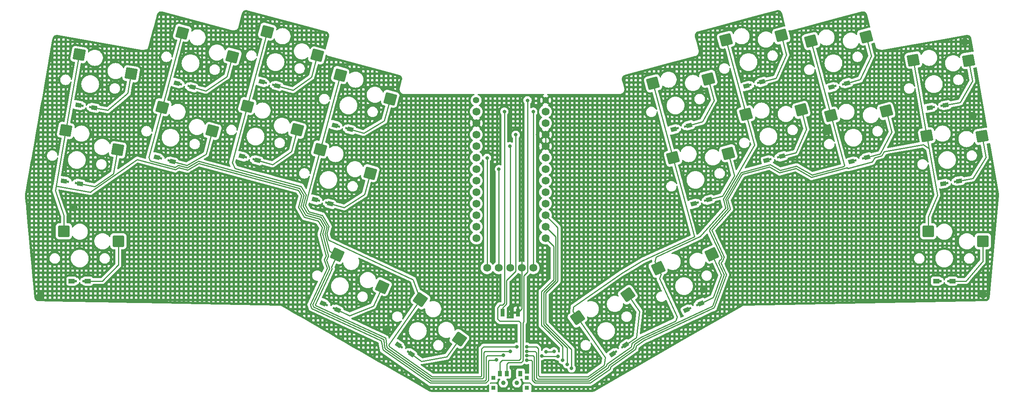
<source format=gbl>
G04 #@! TF.GenerationSoftware,KiCad,Pcbnew,7.0.1*
G04 #@! TF.CreationDate,2023-05-13T12:57:31+02:00*
G04 #@! TF.ProjectId,tutorial,7475746f-7269-4616-9c2e-6b696361645f,v1.0.0*
G04 #@! TF.SameCoordinates,Original*
G04 #@! TF.FileFunction,Copper,L2,Bot*
G04 #@! TF.FilePolarity,Positive*
%FSLAX46Y46*%
G04 Gerber Fmt 4.6, Leading zero omitted, Abs format (unit mm)*
G04 Created by KiCad (PCBNEW 7.0.1) date 2023-05-13 12:57:31*
%MOMM*%
%LPD*%
G01*
G04 APERTURE LIST*
G04 Aperture macros list*
%AMRoundRect*
0 Rectangle with rounded corners*
0 $1 Rounding radius*
0 $2 $3 $4 $5 $6 $7 $8 $9 X,Y pos of 4 corners*
0 Add a 4 corners polygon primitive as box body*
4,1,4,$2,$3,$4,$5,$6,$7,$8,$9,$2,$3,0*
0 Add four circle primitives for the rounded corners*
1,1,$1+$1,$2,$3*
1,1,$1+$1,$4,$5*
1,1,$1+$1,$6,$7*
1,1,$1+$1,$8,$9*
0 Add four rect primitives between the rounded corners*
20,1,$1+$1,$2,$3,$4,$5,0*
20,1,$1+$1,$4,$5,$6,$7,0*
20,1,$1+$1,$6,$7,$8,$9,0*
20,1,$1+$1,$8,$9,$2,$3,0*%
%AMFreePoly0*
4,1,13,0.650000,0.228600,1.094000,0.228600,1.129355,0.213955,1.144000,0.178600,1.144000,-0.177000,1.129355,-0.212355,1.094000,-0.227000,0.650000,-0.227000,0.650000,-0.475000,-0.650000,-0.475000,-0.650000,0.475000,0.650000,0.475000,0.650000,0.228600,0.650000,0.228600,$1*%
%AMFreePoly1*
4,1,13,0.650000,-0.475000,-0.650000,-0.475000,-0.650000,-0.229000,-1.094000,-0.229000,-1.129355,-0.214355,-1.144001,-0.179000,-1.144000,0.176601,-1.129355,0.211955,-1.094000,0.226600,-0.650000,0.226600,-0.650000,0.475000,0.650000,0.475000,0.650000,-0.475000,0.650000,-0.475000,$1*%
G04 Aperture macros list end*
G04 #@! TA.AperFunction,SMDPad,CuDef*
%ADD10FreePoly0,15.000000*%
G04 #@! TD*
G04 #@! TA.AperFunction,SMDPad,CuDef*
%ADD11FreePoly1,15.000000*%
G04 #@! TD*
G04 #@! TA.AperFunction,SMDPad,CuDef*
%ADD12RoundRect,0.250000X-0.506347X-1.339492X1.351584X-0.473124X0.506347X1.339492X-1.351584X0.473124X0*%
G04 #@! TD*
G04 #@! TA.AperFunction,SMDPad,CuDef*
%ADD13RoundRect,0.250000X-1.248893X-0.700636X0.731255X-1.231215X1.248893X0.700636X-0.731255X1.231215X0*%
G04 #@! TD*
G04 #@! TA.AperFunction,SMDPad,CuDef*
%ADD14FreePoly0,0.000000*%
G04 #@! TD*
G04 #@! TA.AperFunction,SMDPad,CuDef*
%ADD15FreePoly1,0.000000*%
G04 #@! TD*
G04 #@! TA.AperFunction,ComponentPad*
%ADD16C,1.397000*%
G04 #@! TD*
G04 #@! TA.AperFunction,SMDPad,CuDef*
%ADD17FreePoly0,345.000000*%
G04 #@! TD*
G04 #@! TA.AperFunction,SMDPad,CuDef*
%ADD18FreePoly1,345.000000*%
G04 #@! TD*
G04 #@! TA.AperFunction,SMDPad,CuDef*
%ADD19RoundRect,0.250000X-0.731255X-1.231215X1.248893X-0.700636X0.731255X1.231215X-1.248893X0.700636X0*%
G04 #@! TD*
G04 #@! TA.AperFunction,SMDPad,CuDef*
%ADD20RoundRect,0.250000X-0.835780X-1.162797X1.183076X-0.806818X0.835780X1.162797X-1.183076X0.806818X0*%
G04 #@! TD*
G04 #@! TA.AperFunction,SMDPad,CuDef*
%ADD21FreePoly0,10.000000*%
G04 #@! TD*
G04 #@! TA.AperFunction,SMDPad,CuDef*
%ADD22FreePoly1,10.000000*%
G04 #@! TD*
G04 #@! TA.AperFunction,SMDPad,CuDef*
%ADD23FreePoly0,25.000000*%
G04 #@! TD*
G04 #@! TA.AperFunction,SMDPad,CuDef*
%ADD24FreePoly1,25.000000*%
G04 #@! TD*
G04 #@! TA.AperFunction,SMDPad,CuDef*
%ADD25RoundRect,0.250000X-1.025000X-1.000000X1.025000X-1.000000X1.025000X1.000000X-1.025000X1.000000X0*%
G04 #@! TD*
G04 #@! TA.AperFunction,SMDPad,CuDef*
%ADD26RoundRect,0.250000X-1.183076X-0.806818X0.835780X-1.162797X1.183076X0.806818X-0.835780X1.162797X0*%
G04 #@! TD*
G04 #@! TA.AperFunction,SMDPad,CuDef*
%ADD27FreePoly0,35.000000*%
G04 #@! TD*
G04 #@! TA.AperFunction,SMDPad,CuDef*
%ADD28FreePoly1,35.000000*%
G04 #@! TD*
G04 #@! TA.AperFunction,SMDPad,CuDef*
%ADD29RoundRect,0.250000X-0.266054X-1.407068X1.413207X-0.231236X0.266054X1.407068X-1.413207X0.231236X0*%
G04 #@! TD*
G04 #@! TA.AperFunction,SMDPad,CuDef*
%ADD30FreePoly0,325.000000*%
G04 #@! TD*
G04 #@! TA.AperFunction,SMDPad,CuDef*
%ADD31FreePoly1,325.000000*%
G04 #@! TD*
G04 #@! TA.AperFunction,SMDPad,CuDef*
%ADD32FreePoly0,335.000000*%
G04 #@! TD*
G04 #@! TA.AperFunction,SMDPad,CuDef*
%ADD33FreePoly1,335.000000*%
G04 #@! TD*
G04 #@! TA.AperFunction,SMDPad,CuDef*
%ADD34FreePoly0,350.000000*%
G04 #@! TD*
G04 #@! TA.AperFunction,SMDPad,CuDef*
%ADD35FreePoly1,350.000000*%
G04 #@! TD*
G04 #@! TA.AperFunction,ComponentPad*
%ADD36C,1.752600*%
G04 #@! TD*
G04 #@! TA.AperFunction,SMDPad,CuDef*
%ADD37RoundRect,0.250000X-1.351584X-0.473124X0.506347X-1.339492X1.351584X0.473124X-0.506347X1.339492X0*%
G04 #@! TD*
G04 #@! TA.AperFunction,SMDPad,CuDef*
%ADD38RoundRect,0.250000X-1.413207X-0.231236X0.266054X-1.407068X1.413207X0.231236X-0.266054X1.407068X0*%
G04 #@! TD*
G04 #@! TA.AperFunction,WasherPad*
%ADD39C,1.000000*%
G04 #@! TD*
G04 #@! TA.AperFunction,SMDPad,CuDef*
%ADD40R,0.900000X0.900000*%
G04 #@! TD*
G04 #@! TA.AperFunction,SMDPad,CuDef*
%ADD41R,0.900000X1.250000*%
G04 #@! TD*
G04 #@! TA.AperFunction,SMDPad,CuDef*
%ADD42R,0.900000X1.700000*%
G04 #@! TD*
G04 #@! TA.AperFunction,ViaPad*
%ADD43C,0.800000*%
G04 #@! TD*
G04 #@! TA.AperFunction,Conductor*
%ADD44C,0.250000*%
G04 #@! TD*
G04 APERTURE END LIST*
D10*
X241749148Y-100203858D03*
D11*
X245178184Y-99285050D03*
D12*
X238345367Y-130827217D03*
X250150821Y-127749675D03*
D13*
X163941827Y-104634136D03*
X174963535Y-109865002D03*
D14*
X299570293Y-133684001D03*
D15*
X303120293Y-133684001D03*
D16*
X198263838Y-93774010D03*
D17*
X151094244Y-89700099D03*
D18*
X154523280Y-90618907D03*
D19*
X276409167Y-97128384D03*
X288569679Y-96147592D03*
D20*
X294552543Y-84899465D03*
X306752262Y-84982264D03*
D17*
X146694353Y-106120814D03*
D18*
X150123389Y-107039622D03*
D19*
X253302613Y-80440178D03*
X265463125Y-79459386D03*
D21*
X298161461Y-95432825D03*
D22*
X301657529Y-94816373D03*
D20*
X297504582Y-101641194D03*
X309704301Y-101723993D03*
D17*
X132387620Y-89967543D03*
D18*
X135816656Y-90886351D03*
D23*
X244557540Y-140067570D03*
D24*
X247774932Y-138567276D03*
D17*
X127987699Y-106388298D03*
D18*
X131416735Y-107307106D03*
D25*
X107493837Y-122684014D03*
X119493837Y-124884014D03*
D17*
X167160929Y-99285049D03*
D18*
X170589965Y-100203857D03*
D13*
X133568404Y-78895930D03*
X144590112Y-84126796D03*
D19*
X257702517Y-96860926D03*
X269863029Y-95880134D03*
D21*
X301113474Y-112174545D03*
D22*
X304609542Y-111558093D03*
D10*
X257815830Y-90618896D03*
D11*
X261244866Y-89700088D03*
D26*
X107940920Y-100425658D03*
X119376587Y-104676013D03*
D19*
X272009223Y-80707653D03*
X284169735Y-79726861D03*
X237235905Y-90025141D03*
X249396417Y-89044349D03*
D27*
X228318174Y-149800843D03*
D28*
X231226164Y-147764647D03*
D10*
X246149060Y-116624595D03*
D11*
X249578096Y-115705787D03*
D29*
X220595804Y-141779593D03*
X231687497Y-136698811D03*
D10*
X280922412Y-107307105D03*
D11*
X284351448Y-106388297D03*
D10*
X262215759Y-107039629D03*
D11*
X265644795Y-106120821D03*
D17*
X162761021Y-115705801D03*
D18*
X166190057Y-116624609D03*
D30*
X181112951Y-147764643D03*
D31*
X184020941Y-149800839D03*
D25*
X297845293Y-122683999D03*
X309845293Y-124883999D03*
D32*
X164564199Y-138567301D03*
D33*
X167781591Y-140067595D03*
D34*
X107515805Y-111565794D03*
D35*
X111011873Y-112182246D03*
D10*
X276522468Y-90886360D03*
D11*
X279951504Y-89967552D03*
D36*
X200683845Y-130754008D03*
X203223845Y-130754008D03*
X205763845Y-130754008D03*
X208303845Y-130754008D03*
X210843845Y-130754008D03*
D13*
X147875129Y-95049188D03*
X158896837Y-100280054D03*
D19*
X241635840Y-106445873D03*
X253796352Y-105465081D03*
D16*
X213563855Y-93774009D03*
D13*
X152275050Y-78628433D03*
X163296758Y-83859299D03*
D26*
X110892949Y-83683925D03*
X122328616Y-87934280D03*
D37*
X167649614Y-127868875D03*
X177595548Y-134934172D03*
D34*
X110681599Y-94816362D03*
D35*
X114177667Y-95432814D03*
D13*
X129168501Y-95316665D03*
X140190209Y-100547531D03*
D38*
X186009259Y-137764551D03*
X194577216Y-146449603D03*
D13*
X168341734Y-88213419D03*
X179363442Y-93444285D03*
D14*
X109218846Y-133684014D03*
D15*
X112768846Y-133684014D03*
D36*
X213546825Y-96267992D03*
X213546825Y-98807992D03*
X213546825Y-101347992D03*
X213546825Y-103887992D03*
X213546825Y-106427992D03*
X213546825Y-108967992D03*
X213546825Y-111507992D03*
X213546825Y-114047992D03*
X213546825Y-116587992D03*
X213546825Y-119127992D03*
X213546825Y-121667992D03*
X213546825Y-124207992D03*
X198306825Y-124207992D03*
X198306825Y-121667992D03*
X198306825Y-119127992D03*
X198306825Y-116587992D03*
X198306825Y-114047992D03*
X198306825Y-111507992D03*
X198306825Y-108967992D03*
X198306825Y-106427992D03*
X198306825Y-103887992D03*
X198306825Y-101347992D03*
X198306825Y-98807992D03*
X198306825Y-96267992D03*
D39*
X204263854Y-156174010D03*
X207263854Y-156174010D03*
D40*
X202063854Y-155074010D03*
X202063854Y-157274010D03*
X209463854Y-155074010D03*
X209463854Y-157274010D03*
D41*
X208013854Y-154099010D03*
X205013854Y-154099010D03*
X203513854Y-154099010D03*
D42*
X207463845Y-140674023D03*
X204063845Y-140674023D03*
D43*
X209586322Y-93790658D03*
X210843836Y-96290664D03*
X205686322Y-103888010D03*
X203286317Y-108968005D03*
X200683836Y-106490657D03*
X206986317Y-101390651D03*
X202755706Y-151078666D03*
X209409974Y-151151424D03*
X204486325Y-96268017D03*
X102275537Y-136965857D03*
X309875540Y-136665862D03*
X305875537Y-80865855D03*
X208303845Y-101390666D03*
X275275541Y-100665853D03*
X248375537Y-135465857D03*
X178675539Y-144265856D03*
X109675536Y-117465853D03*
X307675539Y-97165854D03*
X236375538Y-140665857D03*
X211786330Y-101348009D03*
X246967046Y-122066302D03*
X204255706Y-150078669D03*
X209409966Y-150151417D03*
X205755714Y-149178682D03*
X209409965Y-149151406D03*
X209409970Y-148151417D03*
X207255702Y-148151422D03*
X228373306Y-149851488D03*
X217317792Y-151148840D03*
X244558280Y-140142455D03*
X299589661Y-133727593D03*
X262212037Y-107107593D03*
X301124632Y-112171036D03*
X218294026Y-152048846D03*
X246145335Y-116692576D03*
X280918688Y-107375084D03*
X298172611Y-95429300D03*
X257812116Y-90686859D03*
X219294023Y-152948839D03*
X276518742Y-90954355D03*
X241745432Y-100271833D03*
X109258648Y-133680024D03*
X164595160Y-138628986D03*
X181064597Y-147732367D03*
X215406941Y-149192242D03*
X213706941Y-149292236D03*
X128062156Y-106445636D03*
X162738885Y-115737238D03*
X107465074Y-111633821D03*
X146768804Y-106178157D03*
X167138807Y-99316526D03*
X151072131Y-89731545D03*
X216306944Y-150292234D03*
X110729902Y-94845683D03*
X212706948Y-150192241D03*
X132462084Y-90024903D03*
D44*
X208786315Y-142648063D02*
X208555701Y-142878667D01*
X205355711Y-151678666D02*
X205013840Y-152020531D01*
X208555707Y-151278662D02*
X208155697Y-151678666D01*
X209586317Y-131690650D02*
X208786328Y-132490661D01*
X208786328Y-132490661D02*
X208786315Y-142648063D01*
X205013840Y-152020531D02*
X205013841Y-154099008D01*
X208155697Y-151678666D02*
X205355711Y-151678666D01*
X209586322Y-93790658D02*
X209586317Y-131690650D01*
X208555701Y-142878667D02*
X208555707Y-151278662D01*
X210843820Y-130754030D02*
X210843836Y-96290664D01*
X205763841Y-130754024D02*
X205763841Y-103965529D01*
X203223835Y-130754017D02*
X203223840Y-109030490D01*
X200683836Y-130754012D02*
X200683836Y-106490657D01*
X204063827Y-139613146D02*
X204063837Y-140674023D01*
X204986320Y-133490651D02*
X204986313Y-138690658D01*
X204986313Y-138690658D02*
X204063827Y-139613146D01*
X206986318Y-131490659D02*
X204986320Y-133490651D01*
X206986317Y-101390651D02*
X206986318Y-131490659D01*
X253345241Y-132272266D02*
X252161903Y-129734615D01*
X164841616Y-128985555D02*
X165510429Y-130823094D01*
X268672545Y-108793852D02*
X272109450Y-110778146D01*
X201655707Y-151119522D02*
X202714851Y-151119531D01*
X177355717Y-146810315D02*
X177492414Y-147480419D01*
X107940929Y-100425653D02*
X105777286Y-112696237D01*
X250684948Y-139581370D02*
X253345241Y-132272266D01*
X252481099Y-129365097D02*
X252860241Y-128323379D01*
X160444352Y-119583821D02*
X163570668Y-120421515D01*
X202714851Y-151119531D02*
X202755706Y-151078666D01*
X227768298Y-153113440D02*
X227862577Y-152578778D01*
X250128003Y-122464043D02*
X254224072Y-117812045D01*
X105602581Y-113687035D02*
X107493834Y-119187027D01*
X297465822Y-104041029D02*
X297470191Y-104040258D01*
X210609975Y-155564119D02*
X211209977Y-156164120D01*
X165268255Y-128070625D02*
X164841616Y-128985555D01*
X252860241Y-128323379D02*
X250128003Y-122464043D01*
X161753147Y-138880622D02*
X162039877Y-139668423D01*
X297845306Y-122684018D02*
X297845305Y-119449721D01*
X256865564Y-110094031D02*
X262894098Y-108478693D01*
X159808465Y-114805476D02*
X159135545Y-117316904D01*
X227862567Y-152578762D02*
X233391231Y-148707553D01*
X286041857Y-106401222D02*
X287587344Y-105987112D01*
X107940943Y-100425657D02*
X107940929Y-100425653D01*
X177492414Y-147480419D02*
X177738006Y-148873153D01*
X199238033Y-156155342D02*
X200393329Y-156155339D01*
X252258638Y-129468827D02*
X252481099Y-129365097D01*
X162039877Y-139668423D02*
X177355717Y-146810315D01*
X159111359Y-113598052D02*
X159808465Y-114805476D01*
X163977508Y-123389069D02*
X165268255Y-128070625D01*
X235277704Y-146765883D02*
X250684948Y-139581370D01*
X297470191Y-104040258D02*
X297991990Y-104405626D01*
X254224072Y-117812045D02*
X253648899Y-115665460D01*
X294552547Y-84899489D02*
X297504546Y-101641194D01*
X177738006Y-148873153D02*
X188138037Y-156155344D01*
X211209977Y-156164120D02*
X223411455Y-156164131D01*
X188138037Y-156155344D02*
X199238033Y-156155342D01*
X139090889Y-108233578D02*
X159111359Y-113598052D01*
X113338608Y-114029501D02*
X113501166Y-113915676D01*
X280165897Y-108800520D02*
X285478500Y-107377007D01*
X200929135Y-155619533D02*
X200929141Y-151300356D01*
X163570668Y-120421515D02*
X163560587Y-120459145D01*
X272109450Y-110778146D02*
X279951670Y-108676835D01*
X296759375Y-103546377D02*
X288201223Y-105055413D01*
X297465822Y-104041029D02*
X296759375Y-103546377D01*
X159135545Y-117316904D02*
X160444352Y-119583821D01*
X107493841Y-122684006D02*
X107493834Y-119187027D01*
X233516093Y-147999378D02*
X235277704Y-146765883D01*
X165510429Y-130823094D02*
X161753147Y-138880622D01*
X110892944Y-83683935D02*
X107940943Y-100425657D01*
X132815765Y-108622720D02*
X132025632Y-109078896D01*
X279951670Y-108676835D02*
X280165897Y-108800520D01*
X210609970Y-151351423D02*
X210609975Y-155564119D01*
X200929141Y-151300356D02*
X201109965Y-151119529D01*
X200393329Y-156155339D02*
X200929135Y-155619533D01*
X285478500Y-107377007D02*
X286041857Y-106401222D01*
X223411455Y-156164131D02*
X227768298Y-153113440D01*
X297504546Y-101641194D02*
X297991990Y-104405626D01*
X137169142Y-107718670D02*
X134719669Y-109132855D01*
X139090889Y-108233578D02*
X137169142Y-107718670D01*
X297991990Y-104405626D02*
X299813574Y-114736354D01*
X252161903Y-129734615D02*
X252258638Y-129468827D01*
X253648899Y-115665460D02*
X256865564Y-110094031D01*
X164381560Y-121881122D02*
X163977508Y-123389069D01*
X227862577Y-152578778D02*
X227862567Y-152578762D01*
X233391231Y-148707553D02*
X233516093Y-147999378D01*
X105777286Y-112696237D02*
X105602581Y-113687035D01*
X113501166Y-113915676D02*
X123514681Y-106904139D01*
X265098625Y-109751483D02*
X268672545Y-108793852D01*
X134719669Y-109132855D02*
X132815765Y-108622720D01*
X288111361Y-105079481D02*
X288201223Y-105055413D01*
X163560587Y-120459145D02*
X164381560Y-121881122D01*
X297845305Y-119449721D02*
X299813574Y-114736354D01*
X209409974Y-151151424D02*
X210409979Y-151151425D01*
X210609970Y-151351423D02*
X210409979Y-151151425D01*
X201109965Y-151119529D02*
X201655707Y-151119522D01*
X132025632Y-109078896D02*
X123639782Y-106831913D01*
X287587344Y-105987112D02*
X288111361Y-105079481D01*
X262894098Y-108478693D02*
X265098625Y-109751483D01*
X105777286Y-112696237D02*
X113338608Y-114029501D01*
X123639782Y-106831913D02*
X123514681Y-106904139D01*
X117177079Y-95961683D02*
X121569817Y-92237572D01*
X114177666Y-95432794D02*
X117177079Y-95961683D01*
X122328623Y-87934276D02*
X121569817Y-92237572D01*
X207684751Y-142518186D02*
X203513848Y-142518180D01*
X203513843Y-151620539D02*
X204008478Y-151125907D01*
X204008478Y-151125907D02*
X207755704Y-151125903D01*
X208045227Y-150836391D02*
X208045231Y-142878671D01*
X207755704Y-151125903D02*
X208045227Y-150836391D01*
X203486312Y-138963132D02*
X204058791Y-138963127D01*
X208045231Y-142878671D02*
X207684751Y-142518186D01*
X203013840Y-142090646D02*
X203013850Y-139590671D01*
X203513848Y-142518180D02*
X203013840Y-142090646D01*
X203513842Y-154098997D02*
X203513843Y-151620539D01*
X204058791Y-138963127D02*
X204486318Y-138535602D01*
X204486318Y-138535602D02*
X204486325Y-96268017D01*
X203013850Y-139590671D02*
X203486312Y-138963132D01*
X208303838Y-130754008D02*
X208303845Y-101390666D01*
X208303838Y-139834044D02*
X207463838Y-140674016D01*
X211786330Y-101348009D02*
X211786334Y-95551528D01*
X211786334Y-95551528D02*
X213563855Y-93774009D01*
X213546828Y-101348010D02*
X213546829Y-103888015D01*
X208303838Y-130754008D02*
X208303838Y-139834044D01*
X268778069Y-108299709D02*
X265210138Y-109255733D01*
X200179921Y-155668748D02*
X200429138Y-155419525D01*
X178213491Y-148610755D02*
X188287927Y-155664950D01*
X210809974Y-150151421D02*
X209409966Y-150151417D01*
X252826925Y-132251280D02*
X250294913Y-139207897D01*
X253165982Y-115601883D02*
X253725969Y-117691768D01*
X198991149Y-155668747D02*
X200179921Y-155668748D01*
X164874540Y-121779907D02*
X164464940Y-123308621D01*
X249647466Y-122585706D02*
X252355779Y-128393695D01*
X165328232Y-129006792D02*
X166021219Y-130910778D01*
X227451771Y-152317048D02*
X227378103Y-152734873D01*
X211059965Y-150401423D02*
X210809974Y-150151421D01*
X263005598Y-107982938D02*
X256569049Y-109707605D01*
X253725969Y-117691768D02*
X249726503Y-122162954D01*
X163841142Y-119990019D02*
X164874540Y-121779907D01*
X233176139Y-147590769D02*
X232858179Y-148531459D01*
X178032824Y-147586162D02*
X177908413Y-146571522D01*
X131988428Y-108548180D02*
X132713648Y-108129487D01*
X234887326Y-146392587D02*
X233176139Y-147590769D01*
X200429138Y-155419525D02*
X200429139Y-150432255D01*
X276409163Y-97128378D02*
X276409170Y-97128385D01*
X200709967Y-150151416D02*
X204182966Y-150151413D01*
X166021219Y-130910778D02*
X162301171Y-138888492D01*
X252160018Y-128931541D02*
X251853967Y-129074263D01*
X162478809Y-139376573D02*
X175801542Y-145589057D01*
X133568421Y-78895910D02*
X129168499Y-95316640D01*
X272214964Y-110283991D02*
X268778069Y-108299709D01*
X137094980Y-107232902D02*
X159407874Y-113211621D01*
X232858179Y-148531459D02*
X227451771Y-152317048D01*
X223132021Y-155708014D02*
X211390261Y-155708006D01*
X160291394Y-114741890D02*
X159618447Y-117253300D01*
X227378103Y-152734873D02*
X223132021Y-155708014D01*
X265210138Y-109255733D02*
X263005598Y-107982938D01*
X251659683Y-129748126D02*
X252826925Y-132251280D01*
X252355779Y-128393695D02*
X252160018Y-128931541D01*
X211059973Y-155377738D02*
X211059965Y-150401423D01*
X126475071Y-107070883D02*
X131988428Y-108548180D01*
X165749811Y-128102680D02*
X165328232Y-129006792D01*
X279175636Y-108418906D02*
X272214964Y-110283991D01*
X251853967Y-129074263D02*
X251659683Y-129748126D01*
X249726503Y-122162954D02*
X249647466Y-122585706D01*
X134645505Y-108647097D02*
X137094980Y-107232902D01*
X178032824Y-147586162D02*
X178213314Y-148609786D01*
X250294913Y-139207897D02*
X234887326Y-146392587D01*
X175801542Y-145589057D02*
X177908413Y-146571522D01*
X132713648Y-108129487D02*
X134645505Y-108647097D01*
X126202768Y-106384893D02*
X126475071Y-107070883D01*
X165598604Y-127480492D02*
X165749811Y-128102680D01*
X200429139Y-150432255D02*
X200709967Y-150151416D01*
X162301171Y-138888492D02*
X162478809Y-139376573D01*
X204182966Y-150151413D02*
X204255706Y-150078669D01*
X276409170Y-97128384D02*
X279352409Y-108112712D01*
X160714838Y-119152315D02*
X163841142Y-119990019D01*
X164464940Y-123308621D02*
X165598604Y-127480492D01*
X129168498Y-95316676D02*
X126202768Y-106384893D01*
X279352409Y-108112712D02*
X279175636Y-108418906D01*
X159407874Y-113211621D02*
X160291394Y-114741890D01*
X159618447Y-117253300D02*
X160714838Y-119152315D01*
X188291716Y-155668755D02*
X198991149Y-155668747D01*
X178213314Y-148609786D02*
X178213491Y-148610755D01*
X272009252Y-80707654D02*
X276409163Y-97128378D01*
X211390261Y-155708006D02*
X211059973Y-155377738D01*
X256569049Y-109707605D02*
X253165982Y-115601883D01*
X138767994Y-91677197D02*
X143410640Y-88528573D01*
X144590118Y-84126777D02*
X143410640Y-88528573D01*
X135816665Y-90886370D02*
X138767994Y-91677197D01*
X222929065Y-155254876D02*
X211809972Y-155254868D01*
X237652372Y-129341083D02*
X237865117Y-128359156D01*
X164131303Y-119554365D02*
X165366806Y-121694298D01*
X147875112Y-95049164D02*
X144536001Y-107510889D01*
X178512333Y-147685881D02*
X178629965Y-148353032D01*
X227047727Y-151960216D02*
X226965113Y-152428809D01*
X238979296Y-132186651D02*
X238642827Y-133111069D01*
X242573178Y-141539726D02*
X242234589Y-142469977D01*
X160790604Y-114617391D02*
X160130907Y-117079465D01*
X162845625Y-138904004D02*
X162898579Y-139049504D01*
X238642827Y-133111069D02*
X242573178Y-141539726D01*
X199926785Y-149434610D02*
X200209969Y-149151411D01*
X209409965Y-149151406D02*
X211209972Y-149151420D01*
X165963058Y-127082427D02*
X167649631Y-127868870D01*
X199926772Y-154919527D02*
X199926785Y-149434610D01*
X162898579Y-139049504D02*
X178380555Y-146268877D01*
X145168227Y-108847841D02*
X159709025Y-112744033D01*
X161089177Y-118739226D02*
X164131303Y-119554365D01*
X238345358Y-130827200D02*
X238979296Y-132186651D01*
X211509959Y-149451418D02*
X211209972Y-149151420D01*
X205728461Y-149151419D02*
X205755714Y-149178682D01*
X144536001Y-107510889D02*
X145168227Y-108847841D01*
X199629913Y-155216387D02*
X199926772Y-154919527D01*
X242234589Y-142469977D02*
X234611171Y-146024837D01*
X167649630Y-127868866D02*
X166393695Y-130562176D01*
X152275068Y-78628424D02*
X147875128Y-95049178D01*
X259529621Y-103679759D02*
X253302602Y-80440182D01*
X253223762Y-117556173D02*
X252683078Y-115538306D01*
X223472623Y-154874278D02*
X222929065Y-155254876D01*
X232454137Y-148174623D02*
X227047727Y-151960216D01*
X164941563Y-123281328D02*
X165963058Y-127082427D01*
X211809961Y-155251412D02*
X211509968Y-154951423D01*
X237865117Y-128359156D02*
X247653239Y-123794875D01*
X234611171Y-146024837D02*
X232582775Y-147445134D01*
X165366806Y-121694298D02*
X164941563Y-123281328D01*
X166543529Y-130973814D02*
X162845625Y-138904004D01*
X211509968Y-154951423D02*
X211509959Y-149451418D01*
X166393695Y-130562176D02*
X166543529Y-130973814D01*
X160130907Y-117079465D02*
X161089177Y-118739226D01*
X178380555Y-146268877D02*
X178512333Y-147685881D01*
X188431866Y-155216388D02*
X199629913Y-155216387D01*
X232582775Y-147445134D02*
X232454137Y-148174623D01*
X159709025Y-112744033D02*
X160790604Y-114617391D01*
X252683078Y-115538306D02*
X259529621Y-103679759D01*
X226965113Y-152428809D02*
X223472623Y-154874278D01*
X178629965Y-148353032D02*
X188431866Y-155216388D01*
X247653239Y-123794875D02*
X253223762Y-117556173D01*
X238345364Y-130827215D02*
X237652372Y-129341083D01*
X211809972Y-155254868D02*
X211809961Y-155251412D01*
X200209969Y-149151411D02*
X205728461Y-149151419D01*
X157957595Y-91539109D02*
X162013758Y-88647473D01*
X154523308Y-90618875D02*
X157957595Y-91539109D01*
X163296770Y-83859294D02*
X162013758Y-88647473D01*
X165788120Y-124657386D02*
X184396984Y-133334849D01*
X187168337Y-153769388D02*
X188570717Y-154751356D01*
X165421379Y-123229274D02*
X165746877Y-124544097D01*
X241635848Y-106445870D02*
X246310954Y-123893649D01*
X220595808Y-141779598D02*
X226722792Y-150529848D01*
X222862066Y-154752447D02*
X212262039Y-154752452D01*
X199476777Y-148584610D02*
X199909970Y-148151418D01*
X211509970Y-148151416D02*
X209409970Y-148151417D01*
X237235924Y-90025125D02*
X241635845Y-106445871D01*
X230500832Y-131797929D02*
X234821523Y-129251264D01*
X165849703Y-121630728D02*
X165421379Y-123229274D01*
X160640380Y-116955279D02*
X161446504Y-118351518D01*
X188570717Y-154751356D02*
X199244945Y-154751348D01*
X161446504Y-118351518D02*
X164248210Y-119102221D01*
X180287469Y-148951354D02*
X187168337Y-153769388D01*
X199909970Y-148151418D02*
X207255702Y-148151422D01*
X184396984Y-133334849D02*
X186009254Y-137764560D01*
X219688027Y-139369144D02*
X230500832Y-131797929D01*
X226429074Y-152254796D02*
X222862066Y-154752447D01*
X186009268Y-137764557D02*
X179042839Y-147713622D01*
X226420735Y-152242897D02*
X226429074Y-152254796D01*
X212262039Y-154752452D02*
X211960998Y-154451425D01*
X246310954Y-123893649D02*
X234821523Y-129251264D01*
X219621976Y-140388817D02*
X220595810Y-141779595D01*
X199476767Y-151351420D02*
X199476777Y-148584610D01*
X165746877Y-124544097D02*
X165788120Y-124657386D01*
X199476784Y-154519528D02*
X199476767Y-151351420D01*
X179042839Y-147713622D02*
X179116517Y-148131458D01*
X199244945Y-154751348D02*
X199476784Y-154519528D01*
X179116517Y-148131458D02*
X180287469Y-148951354D01*
X226722792Y-150529848D02*
X226420735Y-152242897D01*
X164415814Y-119147133D02*
X165849703Y-121630728D01*
X164248210Y-119102221D02*
X164415814Y-119147133D01*
X219621976Y-140388817D02*
X219688027Y-139369144D01*
X211960998Y-154451425D02*
X211961010Y-148602450D01*
X211961010Y-148602450D02*
X211509970Y-148151416D01*
X168341753Y-88213417D02*
X160640380Y-116955279D01*
X170589992Y-100203852D02*
X173541324Y-100994661D01*
X179363456Y-93444268D02*
X178054589Y-98329022D01*
X173541324Y-100994661D02*
X178054589Y-98329022D01*
X114217289Y-112747435D02*
X114351300Y-112771059D01*
X118456005Y-109896910D02*
X118379527Y-109950465D01*
X114351300Y-112771059D02*
X118379527Y-109950465D01*
X111011880Y-112182252D02*
X114217289Y-112747435D01*
X119376576Y-104676019D02*
X118456005Y-109896910D01*
X138810558Y-105696318D02*
X139062073Y-104757693D01*
X140190201Y-100547517D02*
X139062073Y-104757693D01*
X131416733Y-107307100D02*
X134561254Y-108149668D01*
X134561254Y-108149668D02*
X138810558Y-105696318D01*
X150123398Y-107039609D02*
X153461076Y-107933957D01*
X158896837Y-100280037D02*
X157613844Y-105068202D01*
X153461076Y-107933957D02*
X157613844Y-105068202D01*
X166190059Y-116624600D02*
X169237987Y-117441279D01*
X169237987Y-117441279D02*
X173706411Y-114556554D01*
X174963526Y-109865003D02*
X173706411Y-114556554D01*
X119493848Y-124883998D02*
X119493843Y-130129647D01*
X115691144Y-133684007D02*
X115833160Y-133684014D01*
X115939491Y-133684003D02*
X119472943Y-130150548D01*
X112768835Y-133684037D02*
X115691144Y-133684007D01*
X167781575Y-140067574D02*
X170429466Y-141302298D01*
X177595576Y-134934188D02*
X175615741Y-139179891D01*
X170429466Y-141302298D02*
X175615741Y-139179891D01*
X184020956Y-149800840D02*
X186267529Y-151373917D01*
X191813974Y-150395928D02*
X186267529Y-151373917D01*
X194577231Y-146449602D02*
X191813974Y-150395928D01*
X301657547Y-94816363D02*
X304886701Y-94246969D01*
X306752271Y-84982274D02*
X307548518Y-89498063D01*
X304886701Y-94246969D02*
X307548518Y-89498063D01*
X282875229Y-89184136D02*
X285310020Y-83982333D01*
X279951502Y-89967556D02*
X282875229Y-89184136D01*
X284169761Y-79726862D02*
X285310020Y-83982333D01*
X261244879Y-89700084D02*
X264265158Y-88890809D01*
X264265158Y-88890809D02*
X266603371Y-83714865D01*
X265463110Y-79459384D02*
X266603371Y-83714865D01*
X248101888Y-98501640D02*
X250666095Y-93782802D01*
X249396426Y-89044344D02*
X250666095Y-93782802D01*
X245178177Y-99285056D02*
X248101888Y-98501640D01*
X304609551Y-111558101D02*
X307641772Y-111023446D01*
X307641772Y-111023446D02*
X310517898Y-106338264D01*
X309704291Y-101723996D02*
X310517898Y-106338264D01*
X288569667Y-96147592D02*
X289813453Y-100789457D01*
X284351437Y-106388295D02*
X287275160Y-105604894D01*
X287275160Y-105604894D02*
X289813453Y-100789457D01*
X265644772Y-106120817D02*
X268665098Y-105311521D01*
X268665098Y-105311521D02*
X271003294Y-100135605D01*
X269863044Y-95880116D02*
X271003294Y-100135605D01*
X252501831Y-114922385D02*
X255116806Y-110393094D01*
X249578115Y-115705792D02*
X252501831Y-114922385D01*
X255116806Y-110393094D02*
X253796352Y-105465080D01*
X306108956Y-133684012D02*
X309845297Y-129305555D01*
X309845296Y-124884003D02*
X309845297Y-129305555D01*
X303120285Y-133684023D02*
X306108956Y-133684012D01*
X250514111Y-137289978D02*
X252305037Y-132369421D01*
X252305037Y-132369421D02*
X250150805Y-127749654D01*
X247774925Y-138567283D02*
X250514111Y-137289978D01*
X231226194Y-147764654D02*
X233576255Y-146119108D01*
X231687500Y-136698810D02*
X234245492Y-140351982D01*
X233576255Y-146119108D02*
X234245492Y-140351982D01*
X215317337Y-125978502D02*
X215317339Y-133324052D01*
X217317794Y-148056907D02*
X217317792Y-151148840D01*
X299570295Y-133727584D02*
X299589661Y-133727593D01*
X215317339Y-133324052D02*
X212675537Y-135965859D01*
X299570289Y-133683999D02*
X299570295Y-133727584D01*
X212675537Y-135965859D02*
X212675540Y-143414660D01*
X228360119Y-149860730D02*
X228373306Y-149851488D01*
X228318206Y-149800871D02*
X228360119Y-149860730D01*
X244557531Y-140067581D02*
X244586341Y-140129375D01*
X213546836Y-124208003D02*
X215317337Y-125978502D01*
X214151135Y-144890260D02*
X217317794Y-148056907D01*
X244586341Y-140129375D02*
X244558280Y-140142455D01*
X212675540Y-143414660D02*
X214151135Y-144890260D01*
X246149063Y-116624589D02*
X246165828Y-116687075D01*
X280922394Y-107307092D02*
X280939151Y-107369599D01*
X213546833Y-121668005D02*
X215771197Y-123892375D01*
X262215740Y-107039628D02*
X262232485Y-107102127D01*
X215771197Y-123892375D02*
X215771199Y-128128766D01*
X215771199Y-128128766D02*
X215771197Y-132865855D01*
X301124896Y-112172537D02*
X301124632Y-112171036D01*
X214994023Y-145096750D02*
X218294023Y-148396744D01*
X262232485Y-107102127D02*
X262212037Y-107107593D01*
X246165828Y-116687075D02*
X246145335Y-116692576D01*
X215771197Y-132865855D02*
X215771200Y-133506592D01*
X280939151Y-107369599D02*
X280918688Y-107375084D01*
X213125536Y-143228256D02*
X214994023Y-145096750D01*
X215771200Y-133506592D02*
X213125538Y-136152251D01*
X301113485Y-112174540D02*
X301124896Y-112172537D01*
X213125538Y-136152251D02*
X213125536Y-143228256D01*
X218294023Y-148396744D02*
X218294026Y-152048846D01*
X241765882Y-100266347D02*
X241745432Y-100271833D01*
X276522481Y-90886372D02*
X276539217Y-90948858D01*
X216221206Y-133720188D02*
X213587530Y-136353858D01*
X257815818Y-90618907D02*
X257832559Y-90681388D01*
X216221206Y-121802372D02*
X216221206Y-133720188D01*
X213587536Y-143042348D02*
X219294020Y-148748838D01*
X276539217Y-90948858D02*
X276518742Y-90954355D01*
X298172898Y-95430797D02*
X298172611Y-95429300D01*
X241749126Y-100203845D02*
X241765882Y-100266347D01*
X213587530Y-136353858D02*
X213587536Y-143042348D01*
X219294020Y-148748838D02*
X219294023Y-152948839D01*
X213546824Y-119128006D02*
X216221206Y-121802372D01*
X257832559Y-90681388D02*
X257812116Y-90686859D01*
X298161468Y-95432828D02*
X298172898Y-95430797D01*
X164564207Y-138567291D02*
X164613273Y-138590162D01*
X109258647Y-133684012D02*
X109258648Y-133680024D01*
X109218858Y-133684020D02*
X109258647Y-133684012D01*
X181065324Y-147731295D02*
X181064597Y-147732367D01*
X164613273Y-138590162D02*
X164595160Y-138628986D01*
X181112966Y-147764646D02*
X181065324Y-147731295D01*
X128071497Y-106410753D02*
X128062156Y-106445636D01*
X146694360Y-106120813D02*
X146778157Y-106143272D01*
X162761029Y-115705776D02*
X162751668Y-115740678D01*
X107515799Y-111565781D02*
X107502638Y-111640433D01*
X215306944Y-149292238D02*
X215406941Y-149192242D01*
X127987702Y-106388286D02*
X128071497Y-106410753D01*
X146778157Y-106143272D02*
X146768804Y-106178157D01*
X107502638Y-111640433D02*
X107465074Y-111633821D01*
X213706941Y-149292236D02*
X215306944Y-149292238D01*
X162751668Y-115740678D02*
X162738885Y-115737238D01*
X167151599Y-99319936D02*
X167138807Y-99316526D01*
X212806945Y-150292236D02*
X212706948Y-150192241D01*
X132387631Y-89967580D02*
X132471437Y-89990019D01*
X110681617Y-94816371D02*
X110733457Y-94825510D01*
X110733457Y-94825510D02*
X110729902Y-94845683D01*
X151084909Y-89734974D02*
X151072131Y-89731545D01*
X167160953Y-99285040D02*
X167151599Y-99319936D01*
X132471437Y-89990019D02*
X132462084Y-90024903D01*
X151094275Y-89700081D02*
X151084909Y-89734974D01*
X216306944Y-150292234D02*
X212806945Y-150292236D01*
G04 #@! TA.AperFunction,Conductor*
G36*
X147679241Y-73869074D02*
G01*
X147700760Y-73870960D01*
X147843046Y-73896070D01*
X147853604Y-73898413D01*
X147894400Y-73909351D01*
X147894445Y-73909354D01*
X162227628Y-77749909D01*
X165195997Y-78545279D01*
X165196010Y-78545283D01*
X165230221Y-78554450D01*
X165240532Y-78557700D01*
X165281904Y-78572757D01*
X165376713Y-78607262D01*
X165396302Y-78616396D01*
X165417676Y-78628735D01*
X165517085Y-78686126D01*
X165534784Y-78698518D01*
X165573140Y-78730701D01*
X165641623Y-78788163D01*
X165656907Y-78803446D01*
X165746556Y-78910281D01*
X165758954Y-78927986D01*
X165828663Y-79048720D01*
X165828688Y-79048762D01*
X165837823Y-79068353D01*
X165885522Y-79199399D01*
X165891117Y-79220276D01*
X165915338Y-79357624D01*
X165917222Y-79379158D01*
X165917223Y-79518621D01*
X165915339Y-79540153D01*
X165890358Y-79681839D01*
X165888017Y-79692401D01*
X165148531Y-82452229D01*
X165120786Y-82503242D01*
X165072857Y-82536028D01*
X165015257Y-82543399D01*
X164960618Y-82523737D01*
X164888380Y-82476226D01*
X164790796Y-82439092D01*
X162712990Y-81882346D01*
X162609905Y-81865711D01*
X162432897Y-81876020D01*
X162263029Y-81926875D01*
X162109474Y-82015531D01*
X161980503Y-82137208D01*
X161883068Y-82285352D01*
X161845929Y-82382949D01*
X161842119Y-82397167D01*
X161810677Y-82452095D01*
X161756224Y-82484351D01*
X161692945Y-82485533D01*
X161637325Y-82455333D01*
X161603854Y-82401618D01*
X161573419Y-82302950D01*
X161457958Y-82063193D01*
X161308053Y-81843322D01*
X161127051Y-81648249D01*
X161066242Y-81599755D01*
X160918994Y-81482327D01*
X160688540Y-81349276D01*
X160440825Y-81252055D01*
X160181382Y-81192838D01*
X159982465Y-81177932D01*
X159982460Y-81177932D01*
X159849576Y-81177932D01*
X159849571Y-81177932D01*
X159650653Y-81192838D01*
X159391210Y-81252055D01*
X159143495Y-81349276D01*
X158913041Y-81482327D01*
X158704984Y-81648249D01*
X158523984Y-81843319D01*
X158374075Y-82063196D01*
X158258617Y-82302947D01*
X158180178Y-82557238D01*
X158140518Y-82820377D01*
X158140518Y-83086487D01*
X158180178Y-83349625D01*
X158229077Y-83508147D01*
X158258617Y-83603914D01*
X158359312Y-83813010D01*
X158374078Y-83843671D01*
X158523982Y-84063541D01*
X158677591Y-84229092D01*
X158704985Y-84258615D01*
X158732360Y-84280446D01*
X158913041Y-84424536D01*
X159143495Y-84557587D01*
X159143497Y-84557588D01*
X159391213Y-84654809D01*
X159650651Y-84714025D01*
X159707486Y-84718284D01*
X159849571Y-84728932D01*
X159849576Y-84728932D01*
X159982460Y-84728932D01*
X159982465Y-84728932D01*
X160106788Y-84719615D01*
X160181385Y-84714025D01*
X160440823Y-84654809D01*
X160688539Y-84557588D01*
X160863991Y-84456291D01*
X160918995Y-84424535D01*
X160918998Y-84424533D01*
X161107509Y-84274199D01*
X161163589Y-84248978D01*
X161224894Y-84253801D01*
X161276342Y-84287484D01*
X161305282Y-84341743D01*
X161304596Y-84403234D01*
X161302128Y-84412446D01*
X161285492Y-84515532D01*
X161295801Y-84692541D01*
X161346656Y-84862409D01*
X161415427Y-84981522D01*
X161435312Y-85015964D01*
X161556991Y-85144936D01*
X161684719Y-85228943D01*
X161705137Y-85242372D01*
X161802722Y-85279506D01*
X161802724Y-85279506D01*
X161802728Y-85279508D01*
X162109935Y-85361823D01*
X162165523Y-85393917D01*
X162197617Y-85449505D01*
X162197617Y-85513692D01*
X161472264Y-88220699D01*
X161454364Y-88259298D01*
X161424470Y-88289574D01*
X157880662Y-90815952D01*
X157830730Y-90837007D01*
X157776587Y-90834758D01*
X155864217Y-90322329D01*
X155820824Y-90300929D01*
X155788923Y-90264553D01*
X155773372Y-90218738D01*
X155773348Y-90218554D01*
X155770295Y-90195362D01*
X155756723Y-90162596D01*
X157192188Y-90162596D01*
X157681710Y-90293766D01*
X157681710Y-90192723D01*
X157659548Y-90139220D01*
X157606046Y-90117059D01*
X157255374Y-90117059D01*
X157201871Y-90139220D01*
X157192188Y-90162596D01*
X155756723Y-90162596D01*
X155718973Y-90071461D01*
X155670444Y-90008217D01*
X155637333Y-89965065D01*
X155637332Y-89965064D01*
X155530936Y-89883423D01*
X155530935Y-89883422D01*
X155530933Y-89883421D01*
X155407038Y-89832102D01*
X154624300Y-89622368D01*
X154329569Y-89543395D01*
X156179710Y-89543395D01*
X156201871Y-89596897D01*
X156255374Y-89619059D01*
X156606046Y-89619059D01*
X156659548Y-89596897D01*
X156681710Y-89543395D01*
X157179710Y-89543395D01*
X157201871Y-89596897D01*
X157255374Y-89619059D01*
X157606046Y-89619059D01*
X157659548Y-89596897D01*
X157681710Y-89543395D01*
X158179710Y-89543395D01*
X158201871Y-89596897D01*
X158255374Y-89619059D01*
X158606046Y-89619059D01*
X158659548Y-89596897D01*
X158681710Y-89543395D01*
X158681710Y-89278267D01*
X159179710Y-89278267D01*
X159405840Y-89117059D01*
X159255374Y-89117059D01*
X159201871Y-89139220D01*
X159179710Y-89192723D01*
X159179710Y-89278267D01*
X158681710Y-89278267D01*
X158681710Y-89192723D01*
X158659548Y-89139220D01*
X158606046Y-89117059D01*
X158255374Y-89117059D01*
X158201871Y-89139220D01*
X158179710Y-89192723D01*
X158179710Y-89543395D01*
X157681710Y-89543395D01*
X157681710Y-89192723D01*
X157659548Y-89139220D01*
X157606046Y-89117059D01*
X157255374Y-89117059D01*
X157201871Y-89139220D01*
X157179710Y-89192723D01*
X157179710Y-89543395D01*
X156681710Y-89543395D01*
X156681710Y-89192723D01*
X156659548Y-89139220D01*
X156606046Y-89117059D01*
X156255374Y-89117059D01*
X156201871Y-89139220D01*
X156179710Y-89192723D01*
X156179710Y-89543395D01*
X154329569Y-89543395D01*
X154151330Y-89495636D01*
X154151329Y-89495635D01*
X154151326Y-89495635D01*
X154018366Y-89478130D01*
X153885403Y-89495636D01*
X153761501Y-89546958D01*
X153711807Y-89585089D01*
X153660513Y-89608329D01*
X153604230Y-89606487D01*
X153593334Y-89603567D01*
X153459241Y-89603565D01*
X153459234Y-89603565D01*
X153459232Y-89603565D01*
X153451887Y-89604531D01*
X153451872Y-89604534D01*
X153448557Y-89604970D01*
X153448547Y-89604971D01*
X153432914Y-89607029D01*
X153418150Y-89608972D01*
X153288608Y-89643682D01*
X153172460Y-89710741D01*
X153077629Y-89805575D01*
X153052416Y-89838436D01*
X152990189Y-89946217D01*
X152944802Y-89991604D01*
X152882802Y-90008217D01*
X152820802Y-89991604D01*
X152775414Y-89946216D01*
X152758802Y-89884216D01*
X152758802Y-89826766D01*
X152758803Y-89757694D01*
X152753397Y-89716626D01*
X152718686Y-89587077D01*
X152651626Y-89470928D01*
X152556788Y-89376094D01*
X152548955Y-89370084D01*
X152529214Y-89354936D01*
X152529197Y-89354924D01*
X152523922Y-89350877D01*
X152407786Y-89283829D01*
X152395407Y-89280512D01*
X152348842Y-89255622D01*
X155179710Y-89255622D01*
X155559603Y-89357414D01*
X155574962Y-89362628D01*
X155681710Y-89406844D01*
X155681710Y-89192723D01*
X155659548Y-89139220D01*
X155606046Y-89117059D01*
X155255374Y-89117059D01*
X155201871Y-89139220D01*
X155179710Y-89192723D01*
X155179710Y-89255622D01*
X152348842Y-89255622D01*
X152345742Y-89253965D01*
X152312941Y-89208190D01*
X152306534Y-89192723D01*
X152289937Y-89152653D01*
X152268785Y-89125087D01*
X152208297Y-89046257D01*
X152208296Y-89046256D01*
X152101900Y-88964615D01*
X152101899Y-88964614D01*
X152101897Y-88964613D01*
X151978002Y-88913294D01*
X151266647Y-88722687D01*
X150722294Y-88576828D01*
X150722293Y-88576827D01*
X150722290Y-88576827D01*
X150589330Y-88559322D01*
X150442243Y-88578687D01*
X150382379Y-88571800D01*
X150332830Y-88537507D01*
X150305297Y-88483905D01*
X150305724Y-88457814D01*
X152179710Y-88457814D01*
X152337966Y-88523365D01*
X152366001Y-88539550D01*
X152469618Y-88619059D01*
X152606046Y-88619059D01*
X152659548Y-88596897D01*
X152681710Y-88543395D01*
X153179710Y-88543395D01*
X153201871Y-88596897D01*
X153255374Y-88619059D01*
X153606046Y-88619059D01*
X153659548Y-88596897D01*
X153681710Y-88543395D01*
X154179710Y-88543395D01*
X154201871Y-88596897D01*
X154255374Y-88619059D01*
X154606046Y-88619059D01*
X154659548Y-88596897D01*
X154681710Y-88543395D01*
X155179710Y-88543395D01*
X155201871Y-88596897D01*
X155255374Y-88619059D01*
X155606046Y-88619059D01*
X155659548Y-88596897D01*
X155681710Y-88543395D01*
X156179710Y-88543395D01*
X156201871Y-88596897D01*
X156255374Y-88619059D01*
X156606046Y-88619059D01*
X156659548Y-88596897D01*
X156681710Y-88543395D01*
X157179710Y-88543395D01*
X157201871Y-88596897D01*
X157255374Y-88619059D01*
X157606046Y-88619059D01*
X157659548Y-88596897D01*
X157681710Y-88543395D01*
X158179710Y-88543395D01*
X158201871Y-88596897D01*
X158255374Y-88619059D01*
X158606046Y-88619059D01*
X158659548Y-88596897D01*
X158681710Y-88543395D01*
X159179710Y-88543395D01*
X159201871Y-88596897D01*
X159255374Y-88619059D01*
X159606046Y-88619059D01*
X159659548Y-88596897D01*
X159681710Y-88543395D01*
X160179710Y-88543395D01*
X160186736Y-88560357D01*
X160681710Y-88207492D01*
X160681710Y-88192723D01*
X160659548Y-88139220D01*
X160606046Y-88117059D01*
X160345128Y-88117059D01*
X160296179Y-88154024D01*
X160276723Y-88166071D01*
X160179710Y-88214377D01*
X160179710Y-88543395D01*
X159681710Y-88543395D01*
X159681710Y-88384252D01*
X159497394Y-88401331D01*
X159485953Y-88401860D01*
X159344983Y-88401860D01*
X159333542Y-88401331D01*
X159179710Y-88387077D01*
X159179710Y-88543395D01*
X158681710Y-88543395D01*
X158681710Y-88229555D01*
X158554213Y-88166070D01*
X158534757Y-88154024D01*
X158485808Y-88117059D01*
X158255374Y-88117059D01*
X158201871Y-88139220D01*
X158179710Y-88192723D01*
X158179710Y-88543395D01*
X157681710Y-88543395D01*
X157681710Y-88192723D01*
X157659548Y-88139220D01*
X157606046Y-88117059D01*
X157255374Y-88117059D01*
X157201871Y-88139220D01*
X157179710Y-88192723D01*
X157179710Y-88543395D01*
X156681710Y-88543395D01*
X156681710Y-88192723D01*
X156659548Y-88139220D01*
X156606046Y-88117059D01*
X156255374Y-88117059D01*
X156201871Y-88139220D01*
X156179710Y-88192723D01*
X156179710Y-88543395D01*
X155681710Y-88543395D01*
X155681710Y-88192723D01*
X155659548Y-88139220D01*
X155606046Y-88117059D01*
X155255374Y-88117059D01*
X155201871Y-88139220D01*
X155179710Y-88192723D01*
X155179710Y-88543395D01*
X154681710Y-88543395D01*
X154681710Y-88192723D01*
X154659548Y-88139220D01*
X154606046Y-88117059D01*
X154255374Y-88117059D01*
X154201871Y-88139220D01*
X154179710Y-88192723D01*
X154179710Y-88543395D01*
X153681710Y-88543395D01*
X153681710Y-88192723D01*
X153659548Y-88139220D01*
X153606046Y-88117059D01*
X153255374Y-88117059D01*
X153201871Y-88139220D01*
X153179710Y-88192723D01*
X153179710Y-88543395D01*
X152681710Y-88543395D01*
X152681710Y-88192723D01*
X152659548Y-88139220D01*
X152606046Y-88117059D01*
X152255374Y-88117059D01*
X152201871Y-88139220D01*
X152179710Y-88192723D01*
X152179710Y-88457814D01*
X150305724Y-88457814D01*
X150306282Y-88423657D01*
X150370307Y-88184714D01*
X151183027Y-88184714D01*
X151681710Y-88318335D01*
X151681710Y-88192723D01*
X151659548Y-88139220D01*
X151606046Y-88117059D01*
X151255374Y-88117059D01*
X151201871Y-88139220D01*
X151183027Y-88184714D01*
X150370307Y-88184714D01*
X150542148Y-87543395D01*
X151179710Y-87543395D01*
X151201871Y-87596897D01*
X151255374Y-87619059D01*
X151606046Y-87619059D01*
X151659548Y-87596897D01*
X151681710Y-87543395D01*
X152179710Y-87543395D01*
X152201871Y-87596897D01*
X152255374Y-87619059D01*
X152606046Y-87619059D01*
X152659548Y-87596897D01*
X152681710Y-87543395D01*
X155179710Y-87543395D01*
X155201871Y-87596897D01*
X155255374Y-87619059D01*
X155606046Y-87619059D01*
X155659548Y-87596897D01*
X155681710Y-87543395D01*
X156179710Y-87543395D01*
X156201871Y-87596897D01*
X156255374Y-87619059D01*
X156606046Y-87619059D01*
X156659548Y-87596897D01*
X156681710Y-87543395D01*
X157179710Y-87543395D01*
X157201871Y-87596897D01*
X157255374Y-87619059D01*
X157606046Y-87619059D01*
X157659548Y-87596897D01*
X157681710Y-87543395D01*
X157681710Y-87192723D01*
X157659548Y-87139220D01*
X157606046Y-87117059D01*
X157255374Y-87117059D01*
X157201871Y-87139220D01*
X157179710Y-87192723D01*
X157179710Y-87543395D01*
X156681710Y-87543395D01*
X156681710Y-87192723D01*
X156659548Y-87139220D01*
X156606046Y-87117059D01*
X156255374Y-87117059D01*
X156201871Y-87139220D01*
X156179710Y-87192723D01*
X156179710Y-87543395D01*
X155681710Y-87543395D01*
X155681710Y-87206510D01*
X155437116Y-87389611D01*
X155422232Y-87399176D01*
X155179710Y-87531603D01*
X155179710Y-87543395D01*
X152681710Y-87543395D01*
X152681710Y-87324539D01*
X152502454Y-87190349D01*
X152489084Y-87178763D01*
X152427380Y-87117059D01*
X152255374Y-87117059D01*
X152201871Y-87139220D01*
X152179710Y-87192723D01*
X152179710Y-87543395D01*
X151681710Y-87543395D01*
X151681710Y-87192723D01*
X151659548Y-87139220D01*
X151606046Y-87117059D01*
X151255374Y-87117059D01*
X151201871Y-87139220D01*
X151179710Y-87192723D01*
X151179710Y-87543395D01*
X150542148Y-87543395D01*
X150789824Y-86619059D01*
X151305391Y-86619059D01*
X151606046Y-86619059D01*
X151659548Y-86596897D01*
X151681710Y-86543395D01*
X151681710Y-86192723D01*
X151659548Y-86139220D01*
X151606046Y-86117059D01*
X151439903Y-86117059D01*
X151305391Y-86619059D01*
X150789824Y-86619059D01*
X151057774Y-85619059D01*
X151573341Y-85619059D01*
X151606046Y-85619059D01*
X151659547Y-85596898D01*
X151666091Y-85581098D01*
X151648754Y-85338702D01*
X151648754Y-85337617D01*
X151573341Y-85619059D01*
X151057774Y-85619059D01*
X151135267Y-85329854D01*
X152147393Y-85329854D01*
X152164278Y-85565918D01*
X152167298Y-85608149D01*
X152170822Y-85624348D01*
X152226603Y-85880773D01*
X152235242Y-85903934D01*
X152324107Y-86142192D01*
X152356222Y-86201006D01*
X152457818Y-86387066D01*
X152500799Y-86444482D01*
X152625021Y-86610423D01*
X152822308Y-86807710D01*
X152964613Y-86914238D01*
X153045664Y-86974912D01*
X153133207Y-87022713D01*
X153290539Y-87108624D01*
X153551953Y-87206126D01*
X153551956Y-87206126D01*
X153551957Y-87206127D01*
X153575020Y-87211144D01*
X153824582Y-87265433D01*
X154018296Y-87279287D01*
X154033218Y-87280355D01*
X154033219Y-87280355D01*
X154172533Y-87280355D01*
X154172534Y-87280355D01*
X154186459Y-87279358D01*
X154381170Y-87265433D01*
X154653799Y-87206126D01*
X154915213Y-87108624D01*
X155160089Y-86974911D01*
X155313633Y-86859970D01*
X158264968Y-86859970D01*
X158302572Y-87061134D01*
X158304147Y-87069558D01*
X158380032Y-87265443D01*
X158381170Y-87268379D01*
X158424240Y-87337939D01*
X158493415Y-87449661D01*
X158510098Y-87467961D01*
X158628195Y-87597507D01*
X158637062Y-87607233D01*
X158807215Y-87735728D01*
X158991640Y-87827559D01*
X158998079Y-87830765D01*
X159121600Y-87865910D01*
X159203157Y-87889116D01*
X159362273Y-87903860D01*
X159362274Y-87903860D01*
X159468662Y-87903860D01*
X159468663Y-87903860D01*
X159627778Y-87889116D01*
X159653417Y-87881821D01*
X159832857Y-87830765D01*
X159927898Y-87783440D01*
X160023720Y-87735728D01*
X160040965Y-87722705D01*
X160193875Y-87607232D01*
X160337520Y-87449662D01*
X160375448Y-87388407D01*
X161179710Y-87388407D01*
X161252049Y-87118435D01*
X161201871Y-87139220D01*
X161179710Y-87192723D01*
X161179710Y-87388407D01*
X160375448Y-87388407D01*
X160449766Y-87268379D01*
X160526789Y-87069558D01*
X160565968Y-86859970D01*
X160565968Y-86646750D01*
X160546647Y-86543395D01*
X161179710Y-86543395D01*
X161201871Y-86596897D01*
X161255374Y-86619059D01*
X161385860Y-86619059D01*
X161520372Y-86117059D01*
X161255374Y-86117059D01*
X161201871Y-86139220D01*
X161179710Y-86192723D01*
X161179710Y-86543395D01*
X160546647Y-86543395D01*
X160526789Y-86437162D01*
X160449766Y-86238341D01*
X160337520Y-86057058D01*
X160193875Y-85899488D01*
X160193874Y-85899487D01*
X160193873Y-85899486D01*
X160023720Y-85770991D01*
X159832858Y-85675955D01*
X159627778Y-85617603D01*
X159468663Y-85602860D01*
X159468662Y-85602860D01*
X159362274Y-85602860D01*
X159362273Y-85602860D01*
X159203157Y-85617603D01*
X158998077Y-85675955D01*
X158807215Y-85770991D01*
X158637062Y-85899486D01*
X158493415Y-86057058D01*
X158381169Y-86238342D01*
X158304147Y-86437161D01*
X158301202Y-86452917D01*
X158264968Y-86646750D01*
X158264968Y-86859970D01*
X155313633Y-86859970D01*
X155383444Y-86807710D01*
X155580731Y-86610423D01*
X155591721Y-86595742D01*
X156201392Y-86595742D01*
X156201871Y-86596897D01*
X156255374Y-86619059D01*
X156606046Y-86619059D01*
X156659548Y-86596897D01*
X156681710Y-86543395D01*
X157179710Y-86543395D01*
X157201871Y-86596897D01*
X157255374Y-86619059D01*
X157606046Y-86619059D01*
X157659548Y-86596897D01*
X157681710Y-86543395D01*
X157681710Y-86192723D01*
X157659548Y-86139220D01*
X157606046Y-86117059D01*
X157255374Y-86117059D01*
X157201871Y-86139220D01*
X157179710Y-86192723D01*
X157179710Y-86543395D01*
X156681710Y-86543395D01*
X156681710Y-86192723D01*
X156659548Y-86139220D01*
X156606046Y-86117059D01*
X156422531Y-86117059D01*
X156338898Y-86341288D01*
X156331548Y-86357381D01*
X156201392Y-86595742D01*
X155591721Y-86595742D01*
X155747932Y-86387068D01*
X155881645Y-86142192D01*
X155979147Y-85880778D01*
X156036081Y-85619059D01*
X156536945Y-85619059D01*
X156606046Y-85619059D01*
X156659548Y-85596897D01*
X156681710Y-85543395D01*
X157179710Y-85543395D01*
X157201871Y-85596897D01*
X157255374Y-85619059D01*
X157606046Y-85619059D01*
X157659548Y-85596897D01*
X157681710Y-85543395D01*
X158179710Y-85543395D01*
X158201871Y-85596897D01*
X158228846Y-85608071D01*
X158292382Y-85538376D01*
X158309292Y-85522960D01*
X158534757Y-85352696D01*
X158554213Y-85340650D01*
X158651226Y-85292344D01*
X160179710Y-85292344D01*
X160276723Y-85340650D01*
X160296179Y-85352696D01*
X160521644Y-85522960D01*
X160538554Y-85538376D01*
X160610445Y-85617236D01*
X160659548Y-85596897D01*
X160681710Y-85543395D01*
X160681710Y-85470732D01*
X161179710Y-85470732D01*
X161179710Y-85543395D01*
X161201871Y-85596897D01*
X161255374Y-85619059D01*
X161371597Y-85619059D01*
X161246814Y-85536988D01*
X161224759Y-85518481D01*
X161179710Y-85470732D01*
X160681710Y-85470732D01*
X160681710Y-85192723D01*
X160659548Y-85139220D01*
X160615821Y-85121107D01*
X160596673Y-85128623D01*
X160578964Y-85134086D01*
X160264876Y-85205776D01*
X160246549Y-85208538D01*
X160179710Y-85213547D01*
X160179710Y-85292344D01*
X158651226Y-85292344D01*
X158681710Y-85277165D01*
X158681710Y-85192723D01*
X158659548Y-85139220D01*
X158606046Y-85117059D01*
X158255374Y-85117059D01*
X158201871Y-85139220D01*
X158179710Y-85192723D01*
X158179710Y-85543395D01*
X157681710Y-85543395D01*
X157681710Y-85192723D01*
X157659548Y-85139220D01*
X157606046Y-85117059D01*
X157255374Y-85117059D01*
X157201871Y-85139220D01*
X157179710Y-85192723D01*
X157179710Y-85543395D01*
X156681710Y-85543395D01*
X156681710Y-85192723D01*
X156659548Y-85139220D01*
X156606046Y-85117059D01*
X156542410Y-85117059D01*
X156556998Y-85321008D01*
X156556998Y-85338702D01*
X156536945Y-85619059D01*
X156036081Y-85619059D01*
X156038454Y-85608149D01*
X156058358Y-85329855D01*
X156038454Y-85051561D01*
X155980470Y-84785015D01*
X155979148Y-84778936D01*
X155979147Y-84778932D01*
X155881645Y-84517518D01*
X155785311Y-84341096D01*
X155747933Y-84272643D01*
X155697472Y-84205235D01*
X155637784Y-84125501D01*
X156234992Y-84125501D01*
X156331548Y-84302329D01*
X156338898Y-84318422D01*
X156451030Y-84619059D01*
X156606046Y-84619059D01*
X156659548Y-84596897D01*
X156681710Y-84543395D01*
X157179710Y-84543395D01*
X157201871Y-84596897D01*
X157255374Y-84619059D01*
X157606046Y-84619059D01*
X157659548Y-84596897D01*
X157681710Y-84543395D01*
X157681710Y-84424672D01*
X158179710Y-84424672D01*
X158179710Y-84543395D01*
X158201871Y-84596897D01*
X158255374Y-84619059D01*
X158360252Y-84619059D01*
X158358989Y-84617887D01*
X158179710Y-84424672D01*
X157681710Y-84424672D01*
X157681710Y-84192723D01*
X157659548Y-84139220D01*
X157606046Y-84117059D01*
X157255374Y-84117059D01*
X157201871Y-84139220D01*
X157179710Y-84192723D01*
X157179710Y-84543395D01*
X156681710Y-84543395D01*
X156681710Y-84192723D01*
X156659548Y-84139220D01*
X156606046Y-84117059D01*
X156255374Y-84117059D01*
X156234992Y-84125501D01*
X155637784Y-84125501D01*
X155580731Y-84049287D01*
X155383444Y-83852000D01*
X155233418Y-83739692D01*
X155160087Y-83684797D01*
X154956530Y-83573647D01*
X154915213Y-83551086D01*
X154894593Y-83543395D01*
X156179710Y-83543395D01*
X156201871Y-83596897D01*
X156255374Y-83619059D01*
X156606046Y-83619059D01*
X156659548Y-83596897D01*
X156681710Y-83543395D01*
X157179710Y-83543395D01*
X157201871Y-83596897D01*
X157255374Y-83619059D01*
X157606046Y-83619059D01*
X157659548Y-83596897D01*
X157681710Y-83543395D01*
X157681710Y-83383830D01*
X157643903Y-83132995D01*
X157643883Y-83132731D01*
X157606046Y-83117059D01*
X157255374Y-83117059D01*
X157201871Y-83139220D01*
X157179710Y-83192723D01*
X157179710Y-83543395D01*
X156681710Y-83543395D01*
X156681710Y-83192723D01*
X156659548Y-83139220D01*
X156606046Y-83117059D01*
X156255374Y-83117059D01*
X156201871Y-83139220D01*
X156179710Y-83192723D01*
X156179710Y-83543395D01*
X154894593Y-83543395D01*
X154656842Y-83454719D01*
X154653794Y-83453582D01*
X154381170Y-83394277D01*
X154172534Y-83379355D01*
X154172533Y-83379355D01*
X154033219Y-83379355D01*
X154033218Y-83379355D01*
X153824581Y-83394277D01*
X153551957Y-83453582D01*
X153427683Y-83499934D01*
X153290539Y-83551086D01*
X153290536Y-83551087D01*
X153290535Y-83551088D01*
X153045664Y-83684797D01*
X152822305Y-83852002D01*
X152625023Y-84049284D01*
X152457818Y-84272643D01*
X152324109Y-84517514D01*
X152324107Y-84517518D01*
X152286234Y-84619059D01*
X152226603Y-84778936D01*
X152167298Y-85051560D01*
X152147393Y-85329854D01*
X151135267Y-85329854D01*
X151613949Y-83543395D01*
X152179710Y-83543395D01*
X152201871Y-83596897D01*
X152255374Y-83619059D01*
X152350972Y-83619059D01*
X152489084Y-83480947D01*
X152502454Y-83469361D01*
X152681710Y-83335171D01*
X152681710Y-83192723D01*
X152659881Y-83140025D01*
X155201537Y-83140025D01*
X155422232Y-83260534D01*
X155437116Y-83270099D01*
X155681710Y-83453200D01*
X155681710Y-83192723D01*
X155659548Y-83139220D01*
X155606046Y-83117059D01*
X155255374Y-83117059D01*
X155201871Y-83139220D01*
X155201537Y-83140025D01*
X152659881Y-83140025D01*
X152659548Y-83139220D01*
X152606046Y-83117059D01*
X152255374Y-83117059D01*
X152242301Y-83122473D01*
X152179710Y-83356068D01*
X152179710Y-83543395D01*
X151613949Y-83543395D01*
X151861625Y-82619059D01*
X152377191Y-82619059D01*
X152606046Y-82619059D01*
X152659548Y-82596897D01*
X152681710Y-82543395D01*
X153179710Y-82543395D01*
X153201871Y-82596897D01*
X153255374Y-82619059D01*
X153606046Y-82619059D01*
X153659548Y-82596897D01*
X153681710Y-82543395D01*
X154179710Y-82543395D01*
X154201871Y-82596897D01*
X154255374Y-82619059D01*
X154606046Y-82619059D01*
X154659548Y-82596897D01*
X154681710Y-82543395D01*
X155179710Y-82543395D01*
X155201871Y-82596897D01*
X155255374Y-82619059D01*
X155606046Y-82619059D01*
X155659548Y-82596897D01*
X155681710Y-82543395D01*
X156179710Y-82543395D01*
X156201871Y-82596897D01*
X156255374Y-82619059D01*
X156606046Y-82619059D01*
X156659548Y-82596897D01*
X156681710Y-82543395D01*
X157179710Y-82543395D01*
X157201871Y-82596897D01*
X157255374Y-82619059D01*
X157606046Y-82619059D01*
X157659548Y-82596897D01*
X157676885Y-82555042D01*
X157681710Y-82523033D01*
X157681710Y-82192723D01*
X157659548Y-82139220D01*
X157606046Y-82117059D01*
X157255374Y-82117059D01*
X157201871Y-82139220D01*
X157179710Y-82192723D01*
X157179710Y-82543395D01*
X156681710Y-82543395D01*
X156681710Y-82192723D01*
X156659548Y-82139220D01*
X156606046Y-82117059D01*
X156255374Y-82117059D01*
X156201871Y-82139220D01*
X156179710Y-82192723D01*
X156179710Y-82543395D01*
X155681710Y-82543395D01*
X155681710Y-82192723D01*
X155659548Y-82139220D01*
X155606046Y-82117059D01*
X155255374Y-82117059D01*
X155201871Y-82139220D01*
X155179710Y-82192723D01*
X155179710Y-82543395D01*
X154681710Y-82543395D01*
X154681710Y-82192723D01*
X154659548Y-82139220D01*
X154606046Y-82117059D01*
X154255374Y-82117059D01*
X154201871Y-82139220D01*
X154179710Y-82192723D01*
X154179710Y-82543395D01*
X153681710Y-82543395D01*
X153681710Y-82192723D01*
X153659548Y-82139220D01*
X153606046Y-82117059D01*
X153255374Y-82117059D01*
X153201871Y-82139220D01*
X153179710Y-82192723D01*
X153179710Y-82543395D01*
X152681710Y-82543395D01*
X152681710Y-82192723D01*
X152659548Y-82139220D01*
X152606046Y-82117059D01*
X152511703Y-82117059D01*
X152377191Y-82619059D01*
X151861625Y-82619059D01*
X152149849Y-81543395D01*
X153179710Y-81543395D01*
X153201871Y-81596897D01*
X153255374Y-81619059D01*
X153606046Y-81619059D01*
X153659548Y-81596897D01*
X153681710Y-81543395D01*
X153681710Y-81382315D01*
X154179710Y-81382315D01*
X154179710Y-81543395D01*
X154201871Y-81596897D01*
X154255374Y-81619059D01*
X154526512Y-81619059D01*
X154395456Y-81543395D01*
X157179710Y-81543395D01*
X157201871Y-81596897D01*
X157255374Y-81619059D01*
X157606046Y-81619059D01*
X157659548Y-81596897D01*
X157681710Y-81543395D01*
X157681710Y-81482192D01*
X158179710Y-81482192D01*
X158358989Y-81288977D01*
X158372574Y-81276372D01*
X158572344Y-81117059D01*
X161259692Y-81117059D01*
X161459462Y-81276372D01*
X161473047Y-81288977D01*
X161681710Y-81513860D01*
X161681710Y-81491836D01*
X163179710Y-81491836D01*
X163625084Y-81611173D01*
X163659548Y-81596897D01*
X163681710Y-81543395D01*
X164179710Y-81543395D01*
X164201871Y-81596897D01*
X164255374Y-81619059D01*
X164606046Y-81619059D01*
X164659548Y-81596897D01*
X164681710Y-81543395D01*
X164681710Y-81192723D01*
X164659548Y-81139220D01*
X164606046Y-81117059D01*
X164255374Y-81117059D01*
X164201871Y-81139220D01*
X164179710Y-81192723D01*
X164179710Y-81543395D01*
X163681710Y-81543395D01*
X163681710Y-81192723D01*
X163659548Y-81139220D01*
X163606046Y-81117059D01*
X163255374Y-81117059D01*
X163201871Y-81139220D01*
X163179710Y-81192723D01*
X163179710Y-81491836D01*
X161681710Y-81491836D01*
X161681710Y-81431981D01*
X162179710Y-81431981D01*
X162331945Y-81386404D01*
X162360300Y-81381405D01*
X162621843Y-81366173D01*
X162648807Y-81367547D01*
X162681710Y-81372857D01*
X162681710Y-81192723D01*
X162659548Y-81139220D01*
X162606046Y-81117059D01*
X162255374Y-81117059D01*
X162201871Y-81139220D01*
X162179710Y-81192723D01*
X162179710Y-81431981D01*
X161681710Y-81431981D01*
X161681710Y-81192723D01*
X161659548Y-81139220D01*
X161606046Y-81117059D01*
X161259692Y-81117059D01*
X158572344Y-81117059D01*
X158255374Y-81117059D01*
X158201871Y-81139220D01*
X158179710Y-81192723D01*
X158179710Y-81482192D01*
X157681710Y-81482192D01*
X157681710Y-81192723D01*
X157659548Y-81139220D01*
X157606046Y-81117059D01*
X157352366Y-81117059D01*
X157186937Y-81295348D01*
X157179710Y-81302054D01*
X157179710Y-81543395D01*
X154395456Y-81543395D01*
X154353656Y-81519262D01*
X154338342Y-81508821D01*
X154179710Y-81382315D01*
X153681710Y-81382315D01*
X153681710Y-81192723D01*
X153659548Y-81139220D01*
X153606046Y-81117059D01*
X153255374Y-81117059D01*
X153201871Y-81139220D01*
X153179710Y-81192723D01*
X153179710Y-81543395D01*
X152149849Y-81543395D01*
X152399751Y-80610750D01*
X152431844Y-80555165D01*
X152487432Y-80523071D01*
X152551617Y-80523071D01*
X152858813Y-80605384D01*
X152858817Y-80605385D01*
X152961902Y-80622020D01*
X153138913Y-80611711D01*
X153308777Y-80560857D01*
X153462333Y-80472201D01*
X153591306Y-80350522D01*
X153688740Y-80202380D01*
X153703843Y-80162690D01*
X153738772Y-80112871D01*
X153793197Y-80085664D01*
X153854012Y-80087623D01*
X153906573Y-80118275D01*
X153938226Y-80170241D01*
X153972506Y-80281374D01*
X154087968Y-80521132D01*
X154237872Y-80741002D01*
X154418874Y-80936075D01*
X154626931Y-81101997D01*
X154857385Y-81235048D01*
X154857387Y-81235049D01*
X154931128Y-81263990D01*
X155094021Y-81327921D01*
X155105103Y-81332270D01*
X155364541Y-81391486D01*
X155421376Y-81395745D01*
X155563461Y-81406393D01*
X155563466Y-81406393D01*
X155696350Y-81406393D01*
X155696355Y-81406393D01*
X155820678Y-81397076D01*
X155895275Y-81391486D01*
X156154713Y-81332270D01*
X156402429Y-81235049D01*
X156551596Y-81148928D01*
X156632884Y-81101997D01*
X156634608Y-81100622D01*
X156840941Y-80936076D01*
X157021943Y-80741003D01*
X157156670Y-80543395D01*
X158179710Y-80543395D01*
X158201871Y-80596897D01*
X158255374Y-80619059D01*
X158606046Y-80619059D01*
X158659548Y-80596897D01*
X158681710Y-80543395D01*
X159179710Y-80543395D01*
X159201871Y-80596897D01*
X159255374Y-80619059D01*
X159606046Y-80619059D01*
X159659548Y-80596897D01*
X159681710Y-80543395D01*
X160179710Y-80543395D01*
X160201871Y-80596897D01*
X160255374Y-80619059D01*
X160606046Y-80619059D01*
X160659548Y-80596897D01*
X160681710Y-80543395D01*
X161179710Y-80543395D01*
X161201871Y-80596897D01*
X161255374Y-80619059D01*
X161606046Y-80619059D01*
X161659548Y-80596897D01*
X161681710Y-80543395D01*
X162179710Y-80543395D01*
X162201871Y-80596897D01*
X162255374Y-80619059D01*
X162606046Y-80619059D01*
X162659548Y-80596897D01*
X162681710Y-80543395D01*
X163179710Y-80543395D01*
X163201871Y-80596897D01*
X163255374Y-80619059D01*
X163606046Y-80619059D01*
X163659548Y-80596897D01*
X163681710Y-80543395D01*
X164179710Y-80543395D01*
X164201871Y-80596897D01*
X164255374Y-80619059D01*
X164606046Y-80619059D01*
X164659548Y-80596897D01*
X164681710Y-80543395D01*
X164681710Y-80411719D01*
X165179710Y-80411719D01*
X165258663Y-80117059D01*
X165255374Y-80117059D01*
X165201871Y-80139220D01*
X165179710Y-80192723D01*
X165179710Y-80411719D01*
X164681710Y-80411719D01*
X164681710Y-80192723D01*
X164659548Y-80139220D01*
X164606046Y-80117059D01*
X164255374Y-80117059D01*
X164201871Y-80139220D01*
X164179710Y-80192723D01*
X164179710Y-80543395D01*
X163681710Y-80543395D01*
X163681710Y-80192723D01*
X163659548Y-80139220D01*
X163606046Y-80117059D01*
X163255374Y-80117059D01*
X163201871Y-80139220D01*
X163179710Y-80192723D01*
X163179710Y-80543395D01*
X162681710Y-80543395D01*
X162681710Y-80192723D01*
X162659548Y-80139220D01*
X162606046Y-80117059D01*
X162255374Y-80117059D01*
X162201871Y-80139220D01*
X162179710Y-80192723D01*
X162179710Y-80543395D01*
X161681710Y-80543395D01*
X161681710Y-80192723D01*
X161659548Y-80139220D01*
X161606046Y-80117059D01*
X161255374Y-80117059D01*
X161201871Y-80139220D01*
X161179710Y-80192723D01*
X161179710Y-80543395D01*
X160681710Y-80543395D01*
X160681710Y-80192723D01*
X160659548Y-80139220D01*
X160606046Y-80117059D01*
X160255374Y-80117059D01*
X160201871Y-80139220D01*
X160179710Y-80192723D01*
X160179710Y-80543395D01*
X159681710Y-80543395D01*
X159681710Y-80192723D01*
X159659548Y-80139220D01*
X159606046Y-80117059D01*
X159255374Y-80117059D01*
X159201871Y-80139220D01*
X159179710Y-80192723D01*
X159179710Y-80543395D01*
X158681710Y-80543395D01*
X158681710Y-80192723D01*
X158659548Y-80139220D01*
X158606046Y-80117059D01*
X158255374Y-80117059D01*
X158201871Y-80139220D01*
X158179710Y-80192723D01*
X158179710Y-80543395D01*
X157156670Y-80543395D01*
X157171848Y-80521133D01*
X157287309Y-80281375D01*
X157365747Y-80027087D01*
X157405408Y-79763948D01*
X157405408Y-79543395D01*
X158179710Y-79543395D01*
X158201871Y-79596897D01*
X158255374Y-79619059D01*
X158606046Y-79619059D01*
X158659548Y-79596897D01*
X158681710Y-79543395D01*
X159179710Y-79543395D01*
X159201871Y-79596897D01*
X159255374Y-79619059D01*
X159606046Y-79619059D01*
X159659548Y-79596897D01*
X159681710Y-79543395D01*
X160179710Y-79543395D01*
X160201871Y-79596897D01*
X160255374Y-79619059D01*
X160606046Y-79619059D01*
X160659548Y-79596897D01*
X160681710Y-79543395D01*
X161179710Y-79543395D01*
X161201871Y-79596897D01*
X161255374Y-79619059D01*
X161606046Y-79619059D01*
X161659548Y-79596897D01*
X161681710Y-79543395D01*
X162179710Y-79543395D01*
X162201871Y-79596897D01*
X162255374Y-79619059D01*
X162606046Y-79619059D01*
X162659548Y-79596897D01*
X162681710Y-79543395D01*
X163179710Y-79543395D01*
X163201871Y-79596897D01*
X163255374Y-79619059D01*
X163606046Y-79619059D01*
X163659548Y-79596897D01*
X163681710Y-79543395D01*
X164179710Y-79543395D01*
X164201871Y-79596897D01*
X164255374Y-79619059D01*
X164606046Y-79619059D01*
X164659548Y-79596897D01*
X164681710Y-79543395D01*
X165179710Y-79543395D01*
X165201871Y-79596897D01*
X165255374Y-79619059D01*
X165392101Y-79619059D01*
X165402756Y-79579291D01*
X165419222Y-79485899D01*
X165419222Y-79411886D01*
X165406365Y-79338984D01*
X165381049Y-79269431D01*
X165344042Y-79205336D01*
X165296452Y-79148623D01*
X165258833Y-79117059D01*
X165255374Y-79117059D01*
X165201871Y-79139220D01*
X165179710Y-79192723D01*
X165179710Y-79543395D01*
X164681710Y-79543395D01*
X164681710Y-79192723D01*
X164659548Y-79139220D01*
X164606046Y-79117059D01*
X164255374Y-79117059D01*
X164201871Y-79139220D01*
X164179710Y-79192723D01*
X164179710Y-79543395D01*
X163681710Y-79543395D01*
X163681710Y-79192723D01*
X163659548Y-79139220D01*
X163606046Y-79117059D01*
X163255374Y-79117059D01*
X163201871Y-79139220D01*
X163179710Y-79192723D01*
X163179710Y-79543395D01*
X162681710Y-79543395D01*
X162681710Y-79192723D01*
X162659548Y-79139220D01*
X162606046Y-79117059D01*
X162255374Y-79117059D01*
X162201871Y-79139220D01*
X162179710Y-79192723D01*
X162179710Y-79543395D01*
X161681710Y-79543395D01*
X161681710Y-79192723D01*
X161659548Y-79139220D01*
X161606046Y-79117059D01*
X161255374Y-79117059D01*
X161201871Y-79139220D01*
X161179710Y-79192723D01*
X161179710Y-79543395D01*
X160681710Y-79543395D01*
X160681710Y-79192723D01*
X160659548Y-79139220D01*
X160606046Y-79117059D01*
X160255374Y-79117059D01*
X160201871Y-79139220D01*
X160179710Y-79192723D01*
X160179710Y-79543395D01*
X159681710Y-79543395D01*
X159681710Y-79192723D01*
X159659548Y-79139220D01*
X159606046Y-79117059D01*
X159255374Y-79117059D01*
X159201871Y-79139220D01*
X159179710Y-79192723D01*
X159179710Y-79543395D01*
X158681710Y-79543395D01*
X158681710Y-79192723D01*
X158659548Y-79139220D01*
X158606046Y-79117059D01*
X158255374Y-79117059D01*
X158201871Y-79139220D01*
X158179710Y-79192723D01*
X158179710Y-79543395D01*
X157405408Y-79543395D01*
X157405408Y-79497838D01*
X157365747Y-79234699D01*
X157287309Y-78980411D01*
X157171848Y-78740654D01*
X157021943Y-78520783D01*
X156840941Y-78325710D01*
X156818578Y-78307876D01*
X156632884Y-78159788D01*
X156558874Y-78117059D01*
X157326694Y-78117059D01*
X157406066Y-78202601D01*
X157417622Y-78217092D01*
X157599104Y-78483279D01*
X157608370Y-78499328D01*
X157656054Y-78598345D01*
X157659548Y-78596897D01*
X157681710Y-78543395D01*
X158179710Y-78543395D01*
X158201871Y-78596897D01*
X158255374Y-78619059D01*
X158606046Y-78619059D01*
X158659548Y-78596897D01*
X158681710Y-78543395D01*
X159179710Y-78543395D01*
X159201871Y-78596897D01*
X159255374Y-78619059D01*
X159606046Y-78619059D01*
X159659548Y-78596897D01*
X159681710Y-78543395D01*
X160179710Y-78543395D01*
X160201871Y-78596897D01*
X160255374Y-78619059D01*
X160606046Y-78619059D01*
X160659548Y-78596897D01*
X160681710Y-78543395D01*
X161179710Y-78543395D01*
X161201871Y-78596897D01*
X161255374Y-78619059D01*
X161606046Y-78619059D01*
X161659548Y-78596897D01*
X161681710Y-78543395D01*
X161681710Y-78252636D01*
X162179710Y-78252636D01*
X162179710Y-78543395D01*
X162201871Y-78596897D01*
X162255374Y-78619059D01*
X162606046Y-78619059D01*
X162659548Y-78596897D01*
X162681710Y-78543395D01*
X162681710Y-78520585D01*
X163179710Y-78520585D01*
X163179710Y-78543395D01*
X163201871Y-78596897D01*
X163255374Y-78619059D01*
X163547222Y-78619059D01*
X163179710Y-78520585D01*
X162681710Y-78520585D01*
X162681710Y-78387147D01*
X162179710Y-78252636D01*
X161681710Y-78252636D01*
X161681710Y-78192723D01*
X161659548Y-78139220D01*
X161606046Y-78117059D01*
X161255374Y-78117059D01*
X161201871Y-78139220D01*
X161179710Y-78192723D01*
X161179710Y-78543395D01*
X160681710Y-78543395D01*
X160681710Y-78192723D01*
X160659548Y-78139220D01*
X160606046Y-78117059D01*
X160255374Y-78117059D01*
X160201871Y-78139220D01*
X160179710Y-78192723D01*
X160179710Y-78543395D01*
X159681710Y-78543395D01*
X159681710Y-78192723D01*
X159659548Y-78139220D01*
X159606046Y-78117059D01*
X159255374Y-78117059D01*
X159201871Y-78139220D01*
X159179710Y-78192723D01*
X159179710Y-78543395D01*
X158681710Y-78543395D01*
X158681710Y-78192723D01*
X158659548Y-78139220D01*
X158606046Y-78117059D01*
X158255374Y-78117059D01*
X158201871Y-78139220D01*
X158179710Y-78192723D01*
X158179710Y-78543395D01*
X157681710Y-78543395D01*
X157681710Y-78192723D01*
X157659548Y-78139220D01*
X157606046Y-78117059D01*
X157326694Y-78117059D01*
X156558874Y-78117059D01*
X156402430Y-78026737D01*
X156154715Y-77929516D01*
X155895272Y-77870299D01*
X155696355Y-77855393D01*
X155696350Y-77855393D01*
X155563466Y-77855393D01*
X155563461Y-77855393D01*
X155364543Y-77870299D01*
X155105100Y-77929516D01*
X154857385Y-78026737D01*
X154626931Y-78159789D01*
X154438419Y-78310123D01*
X154382334Y-78335345D01*
X154321028Y-78330521D01*
X154269579Y-78296835D01*
X154240641Y-78242573D01*
X154241330Y-78181084D01*
X154269679Y-78075289D01*
X154286315Y-77972200D01*
X154276006Y-77795188D01*
X154225152Y-77625324D01*
X154209522Y-77598253D01*
X154160218Y-77512856D01*
X154136496Y-77471768D01*
X154091820Y-77424414D01*
X156179710Y-77424414D01*
X156292854Y-77450239D01*
X156310563Y-77455702D01*
X156610457Y-77573402D01*
X156627154Y-77581442D01*
X156656272Y-77598253D01*
X156659549Y-77596896D01*
X156681710Y-77543395D01*
X157179710Y-77543395D01*
X157201871Y-77596897D01*
X157255374Y-77619059D01*
X157606046Y-77619059D01*
X157659548Y-77596897D01*
X157681710Y-77543395D01*
X158179710Y-77543395D01*
X158201871Y-77596897D01*
X158255374Y-77619059D01*
X158606046Y-77619059D01*
X158659548Y-77596897D01*
X158681710Y-77543395D01*
X158681710Y-77448791D01*
X159179710Y-77448791D01*
X159179710Y-77543395D01*
X159201871Y-77596897D01*
X159255374Y-77619059D01*
X159606046Y-77619059D01*
X159659548Y-77596897D01*
X159666831Y-77579314D01*
X159179710Y-77448791D01*
X158681710Y-77448791D01*
X158681710Y-77315353D01*
X158184139Y-77182029D01*
X158179710Y-77192723D01*
X158179710Y-77543395D01*
X157681710Y-77543395D01*
X157681710Y-77192723D01*
X157659548Y-77139220D01*
X157606046Y-77117059D01*
X157255374Y-77117059D01*
X157201871Y-77139220D01*
X157179710Y-77192723D01*
X157179710Y-77543395D01*
X156681710Y-77543395D01*
X156681710Y-77192723D01*
X156659548Y-77139220D01*
X156606046Y-77117059D01*
X156255374Y-77117059D01*
X156201871Y-77139220D01*
X156179710Y-77192723D01*
X156179710Y-77424414D01*
X154091820Y-77424414D01*
X154014817Y-77342796D01*
X153898627Y-77266377D01*
X153866670Y-77245359D01*
X153769088Y-77208226D01*
X153428848Y-77117059D01*
X154486500Y-77117059D01*
X154528726Y-77161816D01*
X154545919Y-77184910D01*
X154678289Y-77414181D01*
X154681710Y-77422111D01*
X154681710Y-77401679D01*
X155179710Y-77401679D01*
X155281050Y-77378549D01*
X155299377Y-77375787D01*
X155540206Y-77357740D01*
X155549472Y-77357393D01*
X155681710Y-77357393D01*
X155681710Y-77192723D01*
X155659548Y-77139220D01*
X155606046Y-77117059D01*
X155255374Y-77117059D01*
X155201871Y-77139220D01*
X155179710Y-77192723D01*
X155179710Y-77401679D01*
X154681710Y-77401679D01*
X154681710Y-77192723D01*
X154659548Y-77139220D01*
X154606046Y-77117059D01*
X154486500Y-77117059D01*
X153428848Y-77117059D01*
X151691282Y-76651480D01*
X151588197Y-76634845D01*
X151411189Y-76645154D01*
X151241321Y-76696009D01*
X151087766Y-76784665D01*
X150958795Y-76906342D01*
X150861360Y-77054486D01*
X150824221Y-77152081D01*
X150280419Y-79181581D01*
X150263784Y-79284666D01*
X150274093Y-79461675D01*
X150324948Y-79631543D01*
X150384221Y-79734206D01*
X150413604Y-79785098D01*
X150535283Y-79914070D01*
X150681101Y-80009974D01*
X150683429Y-80011506D01*
X150781014Y-80048640D01*
X150781016Y-80048640D01*
X150781020Y-80048642D01*
X151088240Y-80130961D01*
X151143828Y-80163055D01*
X151175922Y-80218642D01*
X151175922Y-80282830D01*
X150184559Y-83982638D01*
X150156206Y-84034317D01*
X150107194Y-84067066D01*
X150048599Y-84073483D01*
X149993661Y-84052119D01*
X149954795Y-84007801D01*
X149940784Y-83950544D01*
X149940784Y-83799742D01*
X149940595Y-83798729D01*
X149901605Y-83590152D01*
X149824582Y-83391331D01*
X149712336Y-83210048D01*
X149568691Y-83052478D01*
X149568690Y-83052477D01*
X149568689Y-83052476D01*
X149398536Y-82923981D01*
X149207674Y-82828945D01*
X149002594Y-82770593D01*
X148843479Y-82755850D01*
X148843478Y-82755850D01*
X148737090Y-82755850D01*
X148737089Y-82755850D01*
X148577973Y-82770593D01*
X148372893Y-82828945D01*
X148182031Y-82923981D01*
X148011878Y-83052476D01*
X147868231Y-83210048D01*
X147755985Y-83391332D01*
X147678963Y-83590151D01*
X147668841Y-83644298D01*
X147639784Y-83799740D01*
X147639784Y-84012960D01*
X147666406Y-84155373D01*
X147678963Y-84222548D01*
X147752331Y-84411936D01*
X147755986Y-84421369D01*
X147799194Y-84491152D01*
X147868231Y-84602651D01*
X148011878Y-84760223D01*
X148182031Y-84888718D01*
X148284114Y-84939548D01*
X148372895Y-84983755D01*
X148486096Y-85015964D01*
X148577973Y-85042106D01*
X148737089Y-85056850D01*
X148737090Y-85056850D01*
X148843478Y-85056850D01*
X148843479Y-85056850D01*
X149002594Y-85042106D01*
X149002593Y-85042106D01*
X149207673Y-84983755D01*
X149302714Y-84936430D01*
X149398536Y-84888718D01*
X149423125Y-84870149D01*
X149568691Y-84760222D01*
X149712336Y-84602652D01*
X149715412Y-84597685D01*
X149732807Y-84569590D01*
X149808939Y-84446632D01*
X149860809Y-84400073D01*
X149929603Y-84388851D01*
X149993582Y-84416514D01*
X150032530Y-84474320D01*
X150034140Y-84544005D01*
X147750439Y-93066870D01*
X147718345Y-93122457D01*
X147662758Y-93154551D01*
X147598571Y-93154551D01*
X147291362Y-93072236D01*
X147188276Y-93055600D01*
X147011268Y-93065909D01*
X146841400Y-93116764D01*
X146687845Y-93205420D01*
X146558874Y-93327097D01*
X146461439Y-93475241D01*
X146424300Y-93572836D01*
X145880498Y-95602336D01*
X145863863Y-95705421D01*
X145874172Y-95882430D01*
X145925027Y-96052298D01*
X146002261Y-96186070D01*
X146013683Y-96205853D01*
X146135362Y-96334825D01*
X146281180Y-96430729D01*
X146283508Y-96432261D01*
X146381093Y-96469395D01*
X146381095Y-96469395D01*
X146381099Y-96469397D01*
X146688283Y-96551706D01*
X146743871Y-96583800D01*
X146775965Y-96639387D01*
X146775965Y-96703575D01*
X145784638Y-100403258D01*
X145756285Y-100454937D01*
X145707273Y-100487686D01*
X145648678Y-100494103D01*
X145593740Y-100472739D01*
X145554874Y-100428421D01*
X145540863Y-100371164D01*
X145540863Y-100220497D01*
X145540113Y-100216484D01*
X145501684Y-100010907D01*
X145424661Y-99812086D01*
X145312415Y-99630803D01*
X145168770Y-99473233D01*
X145168769Y-99473232D01*
X145168768Y-99473231D01*
X144998615Y-99344736D01*
X144807753Y-99249700D01*
X144602673Y-99191348D01*
X144443558Y-99176605D01*
X144443557Y-99176605D01*
X144337169Y-99176605D01*
X144337168Y-99176605D01*
X144178052Y-99191348D01*
X143972972Y-99249700D01*
X143782110Y-99344736D01*
X143611957Y-99473231D01*
X143468310Y-99630803D01*
X143356064Y-99812087D01*
X143279042Y-100010906D01*
X143267406Y-100073152D01*
X143239863Y-100220495D01*
X143239863Y-100433715D01*
X143265390Y-100570269D01*
X143279042Y-100643303D01*
X143349039Y-100823989D01*
X143356065Y-100842124D01*
X143391698Y-100899673D01*
X143468310Y-101023406D01*
X143611957Y-101180978D01*
X143782110Y-101309473D01*
X143932121Y-101384168D01*
X143972974Y-101404510D01*
X144040201Y-101423638D01*
X144178052Y-101462861D01*
X144337168Y-101477605D01*
X144337169Y-101477605D01*
X144443557Y-101477605D01*
X144443558Y-101477605D01*
X144602673Y-101462861D01*
X144612250Y-101460136D01*
X144807752Y-101404510D01*
X144921259Y-101347991D01*
X144998615Y-101309473D01*
X144998618Y-101309471D01*
X145168770Y-101180977D01*
X145312415Y-101023407D01*
X145408956Y-100867487D01*
X145460825Y-100820929D01*
X145529619Y-100809707D01*
X145593598Y-100837369D01*
X145632546Y-100895176D01*
X145634156Y-100964861D01*
X143929037Y-107328451D01*
X143927266Y-107334449D01*
X143908550Y-107392428D01*
X143905411Y-107443874D01*
X143904494Y-107453149D01*
X143897500Y-107504205D01*
X143899012Y-107517273D01*
X143899603Y-107539060D01*
X143898802Y-107552189D01*
X143898802Y-107552194D01*
X143898803Y-107552194D01*
X143907912Y-107599460D01*
X143908556Y-107602798D01*
X143909974Y-107612010D01*
X143915897Y-107663200D01*
X143920610Y-107675478D01*
X143926604Y-107696444D01*
X143929093Y-107709359D01*
X143951124Y-107755949D01*
X143954788Y-107764517D01*
X143973256Y-107812626D01*
X143973257Y-107812628D01*
X143973258Y-107812629D01*
X143980875Y-107823348D01*
X143991896Y-107842166D01*
X144193056Y-108267556D01*
X144203962Y-108336253D01*
X144176162Y-108400014D01*
X144118405Y-108438776D01*
X144048864Y-108440340D01*
X140255582Y-107423934D01*
X142179710Y-107423934D01*
X142676099Y-107556941D01*
X142681710Y-107543395D01*
X143179710Y-107543395D01*
X143201871Y-107596897D01*
X143255374Y-107619059D01*
X143404525Y-107619059D01*
X143400862Y-107600050D01*
X143398852Y-107569043D01*
X143400518Y-107541699D01*
X143397372Y-107514490D01*
X143397698Y-107483418D01*
X143409191Y-107399511D01*
X143414351Y-107314946D01*
X143420117Y-107284407D01*
X143450445Y-107190452D01*
X143470111Y-107117059D01*
X143255374Y-107117059D01*
X143201871Y-107139220D01*
X143179710Y-107192723D01*
X143179710Y-107543395D01*
X142681710Y-107543395D01*
X142681710Y-107192723D01*
X142659548Y-107139220D01*
X142606046Y-107117059D01*
X142255374Y-107117059D01*
X142201871Y-107139220D01*
X142179710Y-107192723D01*
X142179710Y-107423934D01*
X140255582Y-107423934D01*
X139269279Y-107159655D01*
X141193407Y-107159655D01*
X141681710Y-107290496D01*
X141681710Y-107192723D01*
X141659548Y-107139220D01*
X141606046Y-107117059D01*
X141255374Y-107117059D01*
X141201871Y-107139220D01*
X141193407Y-107159655D01*
X139269279Y-107159655D01*
X138379360Y-106921202D01*
X138328482Y-106893577D01*
X138295690Y-106845865D01*
X138288133Y-106788466D01*
X138307459Y-106733892D01*
X138349452Y-106694041D01*
X138479324Y-106619059D01*
X139469570Y-106619059D01*
X139606046Y-106619059D01*
X139659548Y-106596897D01*
X139681710Y-106543395D01*
X140179710Y-106543395D01*
X140201871Y-106596897D01*
X140255374Y-106619059D01*
X140606046Y-106619059D01*
X140659548Y-106596897D01*
X140681710Y-106543395D01*
X141179710Y-106543395D01*
X141201871Y-106596897D01*
X141255374Y-106619059D01*
X141606046Y-106619059D01*
X141659548Y-106596897D01*
X141681710Y-106543395D01*
X142179710Y-106543395D01*
X142201871Y-106596897D01*
X142255374Y-106619059D01*
X142606046Y-106619059D01*
X142659548Y-106596897D01*
X142681710Y-106543395D01*
X143179710Y-106543395D01*
X143201871Y-106596897D01*
X143255374Y-106619059D01*
X143603549Y-106619059D01*
X143681710Y-106327360D01*
X143681710Y-106192723D01*
X143659548Y-106139220D01*
X143606046Y-106117059D01*
X143255374Y-106117059D01*
X143201871Y-106139220D01*
X143179710Y-106192723D01*
X143179710Y-106543395D01*
X142681710Y-106543395D01*
X142681710Y-106192723D01*
X142659548Y-106139220D01*
X142606046Y-106117059D01*
X142255374Y-106117059D01*
X142201871Y-106139220D01*
X142179710Y-106192723D01*
X142179710Y-106543395D01*
X141681710Y-106543395D01*
X141681710Y-106192723D01*
X141659548Y-106139220D01*
X141606046Y-106117059D01*
X141255374Y-106117059D01*
X141201871Y-106139220D01*
X141179710Y-106192723D01*
X141179710Y-106543395D01*
X140681710Y-106543395D01*
X140681710Y-106192723D01*
X140659548Y-106139220D01*
X140606046Y-106117059D01*
X140255374Y-106117059D01*
X140201871Y-106139220D01*
X140179710Y-106192723D01*
X140179710Y-106543395D01*
X139681710Y-106543395D01*
X139681710Y-106422666D01*
X139664161Y-106440963D01*
X139618253Y-106498890D01*
X139596038Y-106520644D01*
X139565591Y-106543752D01*
X139539135Y-106571343D01*
X139514973Y-106590910D01*
X139469570Y-106619059D01*
X138479324Y-106619059D01*
X139054883Y-106286758D01*
X139073976Y-106278378D01*
X139076357Y-106276901D01*
X139076362Y-106276900D01*
X139124928Y-106246787D01*
X139134305Y-106240974D01*
X139137585Y-106239009D01*
X139161825Y-106225016D01*
X139165114Y-106222518D01*
X139174740Y-106215904D01*
X139212396Y-106192557D01*
X139224104Y-106180348D01*
X139226526Y-106177821D01*
X139241053Y-106164878D01*
X139257318Y-106152533D01*
X139284841Y-106117804D01*
X139292510Y-106109014D01*
X139323181Y-106077034D01*
X139333206Y-106059240D01*
X139344055Y-106043096D01*
X139356739Y-106027095D01*
X139374763Y-105986610D01*
X139379994Y-105976208D01*
X139401756Y-105937589D01*
X139407040Y-105917865D01*
X139413538Y-105899519D01*
X139414477Y-105897411D01*
X139421840Y-105880874D01*
X139429230Y-105837173D01*
X139431714Y-105825786D01*
X139507384Y-105543395D01*
X140179710Y-105543395D01*
X140201871Y-105596897D01*
X140255374Y-105619059D01*
X140606046Y-105619059D01*
X140659548Y-105596897D01*
X140681710Y-105543395D01*
X141179710Y-105543395D01*
X141201871Y-105596897D01*
X141255374Y-105619059D01*
X141606046Y-105619059D01*
X141659548Y-105596897D01*
X141681710Y-105543395D01*
X142179710Y-105543395D01*
X142201871Y-105596897D01*
X142255374Y-105619059D01*
X142606046Y-105619059D01*
X142659548Y-105596897D01*
X142681710Y-105543395D01*
X143179710Y-105543395D01*
X143201871Y-105596897D01*
X143255374Y-105619059D01*
X143606046Y-105619059D01*
X143659548Y-105596897D01*
X143681710Y-105543395D01*
X143681710Y-105192723D01*
X143659548Y-105139220D01*
X143606046Y-105117059D01*
X143255374Y-105117059D01*
X143201871Y-105139220D01*
X143179710Y-105192723D01*
X143179710Y-105543395D01*
X142681710Y-105543395D01*
X142681710Y-105192723D01*
X142659548Y-105139220D01*
X142606046Y-105117059D01*
X142255374Y-105117059D01*
X142201871Y-105139220D01*
X142179710Y-105192723D01*
X142179710Y-105543395D01*
X141681710Y-105543395D01*
X141681710Y-105192723D01*
X141659548Y-105139220D01*
X141606046Y-105117059D01*
X141255374Y-105117059D01*
X141201871Y-105139220D01*
X141179710Y-105192723D01*
X141179710Y-105543395D01*
X140681710Y-105543395D01*
X140681710Y-105192723D01*
X140659548Y-105139220D01*
X140606046Y-105117059D01*
X140255374Y-105117059D01*
X140201871Y-105139220D01*
X140179710Y-105192723D01*
X140179710Y-105543395D01*
X139507384Y-105543395D01*
X139653271Y-104998962D01*
X139653273Y-104998960D01*
X139755068Y-104619059D01*
X140270635Y-104619059D01*
X140606046Y-104619059D01*
X140659548Y-104596897D01*
X140681710Y-104543395D01*
X141179710Y-104543395D01*
X141201871Y-104596897D01*
X141255374Y-104619059D01*
X141606046Y-104619059D01*
X141659548Y-104596897D01*
X141681710Y-104543395D01*
X142179710Y-104543395D01*
X142201871Y-104596897D01*
X142255374Y-104619059D01*
X142606046Y-104619059D01*
X142659548Y-104596897D01*
X142681710Y-104543395D01*
X143179710Y-104543395D01*
X143201871Y-104596897D01*
X143255374Y-104619059D01*
X143606046Y-104619059D01*
X143659548Y-104596897D01*
X143681710Y-104543395D01*
X143681710Y-104468800D01*
X144179710Y-104468800D01*
X144273959Y-104117059D01*
X144255374Y-104117059D01*
X144201871Y-104139220D01*
X144179710Y-104192723D01*
X144179710Y-104468800D01*
X143681710Y-104468800D01*
X143681710Y-104192723D01*
X143659548Y-104139220D01*
X143606046Y-104117059D01*
X143255374Y-104117059D01*
X143201871Y-104139220D01*
X143179710Y-104192723D01*
X143179710Y-104543395D01*
X142681710Y-104543395D01*
X142681710Y-104192723D01*
X142659548Y-104139220D01*
X142606046Y-104117059D01*
X142255374Y-104117059D01*
X142201871Y-104139220D01*
X142179710Y-104192723D01*
X142179710Y-104543395D01*
X141681710Y-104543395D01*
X141681710Y-104192723D01*
X141659548Y-104139220D01*
X141606046Y-104117059D01*
X141255374Y-104117059D01*
X141201871Y-104139220D01*
X141179710Y-104192723D01*
X141179710Y-104543395D01*
X140681710Y-104543395D01*
X140681710Y-104192723D01*
X140659548Y-104139220D01*
X140606046Y-104117059D01*
X140405148Y-104117059D01*
X140270635Y-104619059D01*
X139755068Y-104619059D01*
X140023020Y-103619059D01*
X140538589Y-103619059D01*
X140606046Y-103619059D01*
X140659548Y-103596897D01*
X140681710Y-103543395D01*
X141179710Y-103543395D01*
X141201871Y-103596897D01*
X141255374Y-103619059D01*
X141606046Y-103619059D01*
X141659548Y-103596897D01*
X141681710Y-103543395D01*
X142179710Y-103543395D01*
X142201871Y-103596897D01*
X142255374Y-103619059D01*
X142606046Y-103619059D01*
X142659548Y-103596897D01*
X142681710Y-103543395D01*
X143179710Y-103543395D01*
X143201871Y-103596897D01*
X143255374Y-103619059D01*
X143606046Y-103619059D01*
X143659548Y-103596897D01*
X143681710Y-103543395D01*
X144179710Y-103543395D01*
X144201871Y-103596897D01*
X144255374Y-103619059D01*
X144407397Y-103619059D01*
X144541908Y-103117059D01*
X144255374Y-103117059D01*
X144201871Y-103139220D01*
X144179710Y-103192723D01*
X144179710Y-103543395D01*
X143681710Y-103543395D01*
X143681710Y-103192723D01*
X143659548Y-103139220D01*
X143606046Y-103117059D01*
X143255374Y-103117059D01*
X143201871Y-103139220D01*
X143179710Y-103192723D01*
X143179710Y-103543395D01*
X142681710Y-103543395D01*
X142681710Y-103192723D01*
X142659548Y-103139220D01*
X142606046Y-103117059D01*
X142255374Y-103117059D01*
X142201871Y-103139220D01*
X142179710Y-103192723D01*
X142179710Y-103543395D01*
X141681710Y-103543395D01*
X141681710Y-103192723D01*
X141659548Y-103139220D01*
X141606046Y-103117059D01*
X141255374Y-103117059D01*
X141201871Y-103139220D01*
X141179710Y-103192723D01*
X141179710Y-103543395D01*
X140681710Y-103543395D01*
X140681710Y-103192723D01*
X140664171Y-103150381D01*
X140538589Y-103619059D01*
X140023020Y-103619059D01*
X140311247Y-102543395D01*
X142179710Y-102543395D01*
X142201871Y-102596897D01*
X142255374Y-102619059D01*
X142606046Y-102619059D01*
X142659548Y-102596897D01*
X142681710Y-102543395D01*
X143179710Y-102543395D01*
X143201871Y-102596897D01*
X143255374Y-102619059D01*
X143606046Y-102619059D01*
X143659548Y-102596897D01*
X143681710Y-102543395D01*
X144179710Y-102543395D01*
X144201871Y-102596897D01*
X144255374Y-102619059D01*
X144606046Y-102619059D01*
X144659548Y-102596897D01*
X144681710Y-102543395D01*
X144681710Y-102192723D01*
X144659548Y-102139220D01*
X144606046Y-102117059D01*
X144255374Y-102117059D01*
X144201871Y-102139220D01*
X144179710Y-102192723D01*
X144179710Y-102543395D01*
X143681710Y-102543395D01*
X143681710Y-102192723D01*
X143659548Y-102139220D01*
X143606046Y-102117059D01*
X143255374Y-102117059D01*
X143201871Y-102139220D01*
X143179710Y-102192723D01*
X143179710Y-102543395D01*
X142681710Y-102543395D01*
X142681710Y-102192723D01*
X142659548Y-102139220D01*
X142606046Y-102117059D01*
X142255374Y-102117059D01*
X142201871Y-102139220D01*
X142179710Y-102192723D01*
X142179710Y-102543395D01*
X140311247Y-102543395D01*
X140314879Y-102529841D01*
X140346973Y-102474255D01*
X140402561Y-102442161D01*
X140466746Y-102442161D01*
X140773972Y-102524482D01*
X140773976Y-102524483D01*
X140877061Y-102541118D01*
X141054072Y-102530809D01*
X141223936Y-102479955D01*
X141377492Y-102391299D01*
X141506465Y-102269620D01*
X141603899Y-102121478D01*
X141641037Y-102023883D01*
X141749509Y-101619059D01*
X142265077Y-101619059D01*
X142606046Y-101619059D01*
X142659548Y-101596897D01*
X142681710Y-101543395D01*
X142681710Y-101446033D01*
X143179710Y-101446033D01*
X143179710Y-101543395D01*
X143201871Y-101596897D01*
X143255374Y-101619059D01*
X143365697Y-101619059D01*
X143284187Y-101557505D01*
X143267277Y-101542089D01*
X143179710Y-101446033D01*
X142681710Y-101446033D01*
X142681710Y-101192723D01*
X142659548Y-101139220D01*
X142606046Y-101117059D01*
X142399588Y-101117059D01*
X142265077Y-101619059D01*
X141749509Y-101619059D01*
X142017458Y-100619059D01*
X142533026Y-100619059D01*
X142606046Y-100619059D01*
X142659548Y-100596897D01*
X142681710Y-100543395D01*
X142681710Y-100192723D01*
X142660792Y-100142224D01*
X142533026Y-100619059D01*
X142017458Y-100619059D01*
X142184838Y-99994387D01*
X142188476Y-99971847D01*
X142201474Y-99891297D01*
X142192703Y-99740693D01*
X142191165Y-99714286D01*
X142140311Y-99544422D01*
X142135026Y-99535269D01*
X142096403Y-99468371D01*
X142051655Y-99390866D01*
X141929976Y-99261894D01*
X141800299Y-99176605D01*
X141781829Y-99164457D01*
X141684247Y-99127324D01*
X141645937Y-99117059D01*
X142468613Y-99117059D01*
X142593448Y-99333279D01*
X142604852Y-99359715D01*
X142669017Y-99574038D01*
X142681710Y-99543395D01*
X142681710Y-99192723D01*
X142659548Y-99139220D01*
X142606046Y-99117059D01*
X142468613Y-99117059D01*
X141645937Y-99117059D01*
X139606441Y-98570578D01*
X139503356Y-98553943D01*
X139326348Y-98564252D01*
X139156480Y-98615107D01*
X139002925Y-98703763D01*
X138873954Y-98825440D01*
X138776519Y-98973584D01*
X138739380Y-99071181D01*
X138735570Y-99085399D01*
X138704128Y-99140327D01*
X138649675Y-99172583D01*
X138586396Y-99173765D01*
X138530776Y-99143565D01*
X138497305Y-99089850D01*
X138494690Y-99081372D01*
X138466870Y-98991182D01*
X138351409Y-98751425D01*
X138201504Y-98531554D01*
X138150481Y-98476565D01*
X141179710Y-98476565D01*
X141647468Y-98601900D01*
X141659548Y-98596897D01*
X141681710Y-98543395D01*
X142179710Y-98543395D01*
X142201871Y-98596897D01*
X142255374Y-98619059D01*
X142606046Y-98619059D01*
X142659548Y-98596897D01*
X142681710Y-98543395D01*
X143179710Y-98543395D01*
X143201871Y-98596897D01*
X143255374Y-98619059D01*
X143606046Y-98619059D01*
X143659548Y-98596897D01*
X143681710Y-98543395D01*
X144179710Y-98543395D01*
X144201871Y-98596897D01*
X144255374Y-98619059D01*
X144606046Y-98619059D01*
X144659548Y-98596897D01*
X144681710Y-98543395D01*
X145179710Y-98543395D01*
X145201871Y-98596897D01*
X145255374Y-98619059D01*
X145606046Y-98619059D01*
X145659548Y-98596897D01*
X145681710Y-98543395D01*
X145681710Y-98192723D01*
X145659548Y-98139220D01*
X145606046Y-98117059D01*
X145255374Y-98117059D01*
X145201871Y-98139220D01*
X145179710Y-98192723D01*
X145179710Y-98543395D01*
X144681710Y-98543395D01*
X144681710Y-98192723D01*
X144659548Y-98139220D01*
X144606046Y-98117059D01*
X144255374Y-98117059D01*
X144201871Y-98139220D01*
X144179710Y-98192723D01*
X144179710Y-98543395D01*
X143681710Y-98543395D01*
X143681710Y-98192723D01*
X143659548Y-98139220D01*
X143606046Y-98117059D01*
X143255374Y-98117059D01*
X143201871Y-98139220D01*
X143179710Y-98192723D01*
X143179710Y-98543395D01*
X142681710Y-98543395D01*
X142681710Y-98192723D01*
X142659548Y-98139220D01*
X142606046Y-98117059D01*
X142255374Y-98117059D01*
X142201871Y-98139220D01*
X142179710Y-98192723D01*
X142179710Y-98543395D01*
X141681710Y-98543395D01*
X141681710Y-98192723D01*
X141659548Y-98139220D01*
X141606046Y-98117059D01*
X141255374Y-98117059D01*
X141201871Y-98139220D01*
X141179710Y-98192723D01*
X141179710Y-98476565D01*
X138150481Y-98476565D01*
X138020502Y-98336481D01*
X137991655Y-98313476D01*
X137812445Y-98170559D01*
X137719779Y-98117059D01*
X138496261Y-98117059D01*
X138585627Y-98213372D01*
X138597183Y-98227863D01*
X138669394Y-98333778D01*
X138681710Y-98322159D01*
X138681710Y-98208617D01*
X140179710Y-98208617D01*
X140681710Y-98343127D01*
X140681710Y-98192723D01*
X140659548Y-98139220D01*
X140606046Y-98117059D01*
X140255374Y-98117059D01*
X140201871Y-98139220D01*
X140179710Y-98192723D01*
X140179710Y-98208617D01*
X138681710Y-98208617D01*
X138681710Y-98192723D01*
X138659548Y-98139220D01*
X138606046Y-98117059D01*
X138496261Y-98117059D01*
X137719779Y-98117059D01*
X137581991Y-98037508D01*
X137334276Y-97940287D01*
X137074833Y-97881070D01*
X136875916Y-97866164D01*
X136875911Y-97866164D01*
X136743027Y-97866164D01*
X136743022Y-97866164D01*
X136544104Y-97881070D01*
X136284661Y-97940287D01*
X136036946Y-98037508D01*
X135806492Y-98170559D01*
X135598435Y-98336481D01*
X135417435Y-98531551D01*
X135267526Y-98751428D01*
X135152068Y-98991179D01*
X135073629Y-99245470D01*
X135033969Y-99508609D01*
X135033969Y-99774719D01*
X135073629Y-100037857D01*
X135121400Y-100192723D01*
X135152068Y-100292146D01*
X135249524Y-100494515D01*
X135267529Y-100531903D01*
X135417433Y-100751773D01*
X135504204Y-100845290D01*
X135598436Y-100946847D01*
X135628915Y-100971153D01*
X135806492Y-101112768D01*
X136031284Y-101242550D01*
X136036948Y-101245820D01*
X136151729Y-101290868D01*
X136283751Y-101342683D01*
X136284664Y-101343041D01*
X136544102Y-101402257D01*
X136599401Y-101406401D01*
X136743022Y-101417164D01*
X136743027Y-101417164D01*
X136875911Y-101417164D01*
X136875916Y-101417164D01*
X137000239Y-101407847D01*
X137074836Y-101402257D01*
X137334274Y-101343041D01*
X137581990Y-101245820D01*
X137726132Y-101162600D01*
X137812446Y-101112767D01*
X137816307Y-101109688D01*
X138000960Y-100962431D01*
X138057040Y-100937210D01*
X138118345Y-100942033D01*
X138169793Y-100975716D01*
X138198733Y-101029975D01*
X138198047Y-101091466D01*
X138195579Y-101100678D01*
X138178943Y-101203764D01*
X138189252Y-101380773D01*
X138240107Y-101550641D01*
X138305052Y-101663127D01*
X138328763Y-101704196D01*
X138450442Y-101833168D01*
X138594013Y-101927595D01*
X138598588Y-101930604D01*
X138696173Y-101967738D01*
X138696175Y-101967738D01*
X138696179Y-101967740D01*
X138943101Y-102033902D01*
X139003368Y-102050051D01*
X139058956Y-102082145D01*
X139091050Y-102137733D01*
X139091050Y-102201920D01*
X138447915Y-104602105D01*
X138279855Y-105229279D01*
X138258456Y-105272671D01*
X138222081Y-105304571D01*
X134516232Y-107444156D01*
X134470417Y-107459708D01*
X134422139Y-107456544D01*
X132757677Y-107010555D01*
X132714284Y-106989156D01*
X132682383Y-106952780D01*
X132666831Y-106906965D01*
X132666133Y-106901661D01*
X132663750Y-106883561D01*
X132612428Y-106759660D01*
X132553996Y-106683510D01*
X132530788Y-106653264D01*
X132530787Y-106653263D01*
X132424391Y-106571622D01*
X132424390Y-106571621D01*
X132424388Y-106571620D01*
X132356247Y-106543395D01*
X133179710Y-106543395D01*
X133201871Y-106596897D01*
X133255374Y-106619059D01*
X133606046Y-106619059D01*
X133659548Y-106596897D01*
X133681710Y-106543395D01*
X134179710Y-106543395D01*
X134201871Y-106596897D01*
X134255374Y-106619059D01*
X134606046Y-106619059D01*
X134659548Y-106596897D01*
X134681710Y-106543395D01*
X134681710Y-106486051D01*
X135179710Y-106486051D01*
X135681710Y-106196221D01*
X135681710Y-106192723D01*
X135659548Y-106139220D01*
X135606046Y-106117059D01*
X135255374Y-106117059D01*
X135201871Y-106139220D01*
X135179710Y-106192723D01*
X135179710Y-106486051D01*
X134681710Y-106486051D01*
X134681710Y-106192723D01*
X134659548Y-106139220D01*
X134606046Y-106117059D01*
X134255374Y-106117059D01*
X134201871Y-106139220D01*
X134179710Y-106192723D01*
X134179710Y-106543395D01*
X133681710Y-106543395D01*
X133681710Y-106192723D01*
X133659548Y-106139220D01*
X133606046Y-106117059D01*
X133255374Y-106117059D01*
X133201871Y-106139220D01*
X133179710Y-106192723D01*
X133179710Y-106543395D01*
X132356247Y-106543395D01*
X132300493Y-106520301D01*
X131525003Y-106312509D01*
X131044785Y-106183835D01*
X131044784Y-106183834D01*
X131044781Y-106183834D01*
X130911821Y-106166329D01*
X130778858Y-106183835D01*
X130654956Y-106235157D01*
X130605262Y-106273288D01*
X130553968Y-106296528D01*
X130497685Y-106294686D01*
X130486789Y-106291766D01*
X130352696Y-106291764D01*
X130352689Y-106291764D01*
X130352687Y-106291764D01*
X130345342Y-106292730D01*
X130345327Y-106292733D01*
X130342012Y-106293169D01*
X130342002Y-106293170D01*
X130326293Y-106295238D01*
X130311605Y-106297171D01*
X130182063Y-106331881D01*
X130065915Y-106398940D01*
X129971084Y-106493774D01*
X129945871Y-106526635D01*
X129883644Y-106634416D01*
X129838257Y-106679803D01*
X129776257Y-106696416D01*
X129714257Y-106679803D01*
X129668869Y-106634415D01*
X129652257Y-106572415D01*
X129652257Y-106513511D01*
X129652258Y-106445893D01*
X129646852Y-106404825D01*
X129612141Y-106275276D01*
X129545081Y-106159127D01*
X129450243Y-106064293D01*
X129443669Y-106059249D01*
X129422669Y-106043135D01*
X129422652Y-106043123D01*
X129417377Y-106039076D01*
X129301241Y-105972028D01*
X129288862Y-105968711D01*
X129239197Y-105942164D01*
X129206396Y-105896389D01*
X129205232Y-105893580D01*
X129183392Y-105840852D01*
X129133362Y-105775651D01*
X129101752Y-105734456D01*
X129101751Y-105734455D01*
X128995355Y-105652814D01*
X128995354Y-105652813D01*
X128995352Y-105652812D01*
X128871457Y-105601493D01*
X128215833Y-105425819D01*
X127615749Y-105265027D01*
X127615748Y-105265026D01*
X127615745Y-105265026D01*
X127482785Y-105247521D01*
X127335685Y-105266888D01*
X127275821Y-105260001D01*
X127226272Y-105225708D01*
X127208198Y-105190522D01*
X129180621Y-105190522D01*
X129231421Y-105211564D01*
X129259456Y-105227750D01*
X129443978Y-105369340D01*
X129466867Y-105392229D01*
X129605155Y-105572451D01*
X129652532Y-105599803D01*
X129659548Y-105596897D01*
X129681710Y-105543395D01*
X130179710Y-105543395D01*
X130201871Y-105596897D01*
X130255374Y-105619059D01*
X130606046Y-105619059D01*
X130659548Y-105596897D01*
X130681710Y-105543395D01*
X131179710Y-105543395D01*
X131201871Y-105596897D01*
X131255374Y-105619059D01*
X131606046Y-105619059D01*
X131659548Y-105596897D01*
X131681710Y-105543395D01*
X132179710Y-105543395D01*
X132201871Y-105596897D01*
X132255374Y-105619059D01*
X132606046Y-105619059D01*
X132659548Y-105596897D01*
X132681710Y-105543395D01*
X133179710Y-105543395D01*
X133201871Y-105596897D01*
X133255374Y-105619059D01*
X133606046Y-105619059D01*
X133659548Y-105596897D01*
X133681710Y-105543395D01*
X134179710Y-105543395D01*
X134201871Y-105596897D01*
X134255374Y-105619059D01*
X134606046Y-105619059D01*
X134659548Y-105596897D01*
X134681710Y-105543395D01*
X135179710Y-105543395D01*
X135201871Y-105596897D01*
X135255374Y-105619059D01*
X135606046Y-105619059D01*
X135659548Y-105596897D01*
X135681710Y-105543395D01*
X136179710Y-105543395D01*
X136201871Y-105596897D01*
X136255374Y-105619059D01*
X136606046Y-105619059D01*
X136659548Y-105596897D01*
X136681710Y-105543395D01*
X136681710Y-105331345D01*
X137179710Y-105331345D01*
X137550861Y-105117059D01*
X137255374Y-105117059D01*
X137201871Y-105139220D01*
X137179710Y-105192723D01*
X137179710Y-105331345D01*
X136681710Y-105331345D01*
X136681710Y-105192723D01*
X136659548Y-105139220D01*
X136606046Y-105117059D01*
X136255374Y-105117059D01*
X136201871Y-105139220D01*
X136179710Y-105192723D01*
X136179710Y-105543395D01*
X135681710Y-105543395D01*
X135681710Y-105192723D01*
X135659548Y-105139220D01*
X135606046Y-105117059D01*
X135255374Y-105117059D01*
X135201871Y-105139220D01*
X135179710Y-105192723D01*
X135179710Y-105543395D01*
X134681710Y-105543395D01*
X134681710Y-105192723D01*
X134659548Y-105139220D01*
X134606046Y-105117059D01*
X134255374Y-105117059D01*
X134201871Y-105139220D01*
X134179710Y-105192723D01*
X134179710Y-105543395D01*
X133681710Y-105543395D01*
X133681710Y-105192723D01*
X133659548Y-105139220D01*
X133606046Y-105117059D01*
X133255374Y-105117059D01*
X133201871Y-105139220D01*
X133179710Y-105192723D01*
X133179710Y-105543395D01*
X132681710Y-105543395D01*
X132681710Y-105192723D01*
X132659548Y-105139220D01*
X132606046Y-105117059D01*
X132255374Y-105117059D01*
X132201871Y-105139220D01*
X132179710Y-105192723D01*
X132179710Y-105543395D01*
X131681710Y-105543395D01*
X131681710Y-105192723D01*
X131659548Y-105139220D01*
X131606046Y-105117059D01*
X131255374Y-105117059D01*
X131201871Y-105139220D01*
X131179710Y-105192723D01*
X131179710Y-105543395D01*
X130681710Y-105543395D01*
X130681710Y-105192723D01*
X130659548Y-105139220D01*
X130606046Y-105117059D01*
X130255374Y-105117059D01*
X130201871Y-105139220D01*
X130179710Y-105192723D01*
X130179710Y-105543395D01*
X129681710Y-105543395D01*
X129681710Y-105192723D01*
X129659548Y-105139220D01*
X129606046Y-105117059D01*
X129255374Y-105117059D01*
X129201871Y-105139220D01*
X129180621Y-105190522D01*
X127208198Y-105190522D01*
X127198739Y-105172106D01*
X127199724Y-105111857D01*
X127352044Y-104543395D01*
X128179710Y-104543395D01*
X128201871Y-104596897D01*
X128255374Y-104619059D01*
X128606046Y-104619059D01*
X128659548Y-104596897D01*
X128681710Y-104543395D01*
X129179710Y-104543395D01*
X129201871Y-104596897D01*
X129255374Y-104619059D01*
X129606046Y-104619059D01*
X129659548Y-104596897D01*
X129681710Y-104543395D01*
X129681710Y-104326771D01*
X130179710Y-104326771D01*
X130179710Y-104543395D01*
X130201871Y-104596897D01*
X130255374Y-104619059D01*
X130606046Y-104619059D01*
X130659548Y-104596897D01*
X130681710Y-104543395D01*
X131179710Y-104543395D01*
X131201871Y-104596897D01*
X131255374Y-104619059D01*
X131606046Y-104619059D01*
X131659548Y-104596897D01*
X131681710Y-104543395D01*
X132179710Y-104543395D01*
X132201871Y-104596897D01*
X132255374Y-104619059D01*
X132606046Y-104619059D01*
X132659548Y-104596897D01*
X132681710Y-104543395D01*
X133179710Y-104543395D01*
X133201871Y-104596897D01*
X133255374Y-104619059D01*
X133606046Y-104619059D01*
X133659548Y-104596897D01*
X133681710Y-104543395D01*
X134179710Y-104543395D01*
X134201871Y-104596897D01*
X134255374Y-104619059D01*
X134606046Y-104619059D01*
X137466206Y-104619059D01*
X137606046Y-104619059D01*
X137659548Y-104596897D01*
X137681710Y-104543395D01*
X137681710Y-104355917D01*
X137636135Y-104429523D01*
X137622345Y-104447783D01*
X137466206Y-104619059D01*
X134606046Y-104619059D01*
X134659548Y-104596897D01*
X134681710Y-104543395D01*
X134681710Y-104192723D01*
X134659548Y-104139220D01*
X134606046Y-104117059D01*
X134255374Y-104117059D01*
X134201871Y-104139220D01*
X134179710Y-104192723D01*
X134179710Y-104543395D01*
X133681710Y-104543395D01*
X133681710Y-104192723D01*
X133659548Y-104139220D01*
X133606046Y-104117059D01*
X133255374Y-104117059D01*
X133201871Y-104139220D01*
X133179710Y-104192723D01*
X133179710Y-104543395D01*
X132681710Y-104543395D01*
X132681710Y-104192723D01*
X132659548Y-104139220D01*
X132606046Y-104117059D01*
X132261380Y-104117059D01*
X132196341Y-104152572D01*
X132179710Y-104192725D01*
X132179710Y-104543395D01*
X131681710Y-104543395D01*
X131681710Y-104374567D01*
X131679245Y-104375291D01*
X131354341Y-104445969D01*
X131336829Y-104448487D01*
X131179710Y-104459725D01*
X131179710Y-104543395D01*
X130681710Y-104543395D01*
X130681710Y-104450339D01*
X130655824Y-104448487D01*
X130638313Y-104445969D01*
X130313409Y-104375291D01*
X130296433Y-104370307D01*
X130179710Y-104326771D01*
X129681710Y-104326771D01*
X129681710Y-104192723D01*
X129659548Y-104139220D01*
X129606046Y-104117059D01*
X129255374Y-104117059D01*
X129201871Y-104139220D01*
X129179710Y-104192723D01*
X129179710Y-104543395D01*
X128681710Y-104543395D01*
X128681710Y-104192723D01*
X128659548Y-104139220D01*
X128606046Y-104117059D01*
X128255374Y-104117059D01*
X128201871Y-104139220D01*
X128179710Y-104192723D01*
X128179710Y-104543395D01*
X127352044Y-104543395D01*
X127619994Y-103543395D01*
X128179710Y-103543395D01*
X128201871Y-103596897D01*
X128255374Y-103619059D01*
X128606046Y-103619059D01*
X128659548Y-103596897D01*
X128681710Y-103543395D01*
X128681710Y-103192723D01*
X128659548Y-103139220D01*
X128606046Y-103117059D01*
X128255374Y-103117059D01*
X128249101Y-103119657D01*
X128179710Y-103378630D01*
X128179710Y-103543395D01*
X127619994Y-103543395D01*
X127867670Y-102619059D01*
X128383237Y-102619059D01*
X128606046Y-102619059D01*
X128620036Y-102613264D01*
X128568445Y-102376101D01*
X128565927Y-102358590D01*
X128548651Y-102117059D01*
X128517749Y-102117059D01*
X128383237Y-102619059D01*
X127867670Y-102619059D01*
X128028701Y-102018087D01*
X129040844Y-102018087D01*
X129060749Y-102296381D01*
X129120054Y-102569005D01*
X129132312Y-102601869D01*
X129217558Y-102830424D01*
X129251454Y-102892499D01*
X129351269Y-103075298D01*
X129428157Y-103178008D01*
X129518472Y-103298655D01*
X129715759Y-103495942D01*
X129869598Y-103611104D01*
X129939115Y-103663144D01*
X130008645Y-103701110D01*
X130183990Y-103796856D01*
X130445404Y-103894358D01*
X130445407Y-103894358D01*
X130445408Y-103894359D01*
X130484210Y-103902799D01*
X130718033Y-103953665D01*
X130911746Y-103967519D01*
X130926669Y-103968587D01*
X130926670Y-103968587D01*
X131065984Y-103968587D01*
X131065985Y-103968587D01*
X131079910Y-103967590D01*
X131274621Y-103953665D01*
X131547250Y-103894358D01*
X131808664Y-103796856D01*
X132053540Y-103663143D01*
X132213505Y-103543395D01*
X133179710Y-103543395D01*
X133201871Y-103596897D01*
X133255374Y-103619059D01*
X133606046Y-103619059D01*
X133659548Y-103596897D01*
X133681710Y-103543395D01*
X134179710Y-103543395D01*
X134201871Y-103596897D01*
X134255374Y-103619059D01*
X134606046Y-103619059D01*
X134659546Y-103596898D01*
X134661322Y-103592611D01*
X134660419Y-103582858D01*
X134660419Y-103548202D01*
X135158419Y-103548202D01*
X135179903Y-103663128D01*
X135197598Y-103757790D01*
X135273473Y-103953649D01*
X135274621Y-103956611D01*
X135294508Y-103988730D01*
X135386866Y-104137893D01*
X135413776Y-104167412D01*
X135523461Y-104287730D01*
X135530513Y-104295465D01*
X135700666Y-104423960D01*
X135863482Y-104505031D01*
X135891530Y-104518997D01*
X136004833Y-104551235D01*
X136096608Y-104577348D01*
X136255724Y-104592092D01*
X136255725Y-104592092D01*
X136362113Y-104592092D01*
X136362114Y-104592092D01*
X136521229Y-104577348D01*
X136558202Y-104566828D01*
X136726308Y-104518997D01*
X136832227Y-104466256D01*
X136917171Y-104423960D01*
X136917194Y-104423943D01*
X137087326Y-104295464D01*
X137230971Y-104137894D01*
X137343217Y-103956611D01*
X137420240Y-103757790D01*
X137459419Y-103548202D01*
X137459419Y-103543395D01*
X138179710Y-103543395D01*
X138201763Y-103596637D01*
X138330268Y-103117059D01*
X138255374Y-103117059D01*
X138201871Y-103139220D01*
X138179710Y-103192723D01*
X138179710Y-103543395D01*
X137459419Y-103543395D01*
X137459419Y-103334982D01*
X137420240Y-103125394D01*
X137343217Y-102926573D01*
X137230971Y-102745290D01*
X137087326Y-102587720D01*
X137087325Y-102587719D01*
X137087324Y-102587718D01*
X136917171Y-102459223D01*
X136726309Y-102364187D01*
X136521229Y-102305835D01*
X136362114Y-102291092D01*
X136362113Y-102291092D01*
X136255725Y-102291092D01*
X136255724Y-102291092D01*
X136096608Y-102305835D01*
X135891528Y-102364187D01*
X135700666Y-102459223D01*
X135530513Y-102587718D01*
X135386866Y-102745290D01*
X135274620Y-102926574D01*
X135197598Y-103125393D01*
X135185406Y-103190613D01*
X135158419Y-103334982D01*
X135158419Y-103548202D01*
X134660419Y-103548202D01*
X134660419Y-103300326D01*
X134662530Y-103277541D01*
X134679419Y-103187192D01*
X134659548Y-103139220D01*
X134606046Y-103117059D01*
X134255374Y-103117059D01*
X134201871Y-103139220D01*
X134179710Y-103192723D01*
X134179710Y-103543395D01*
X133681710Y-103543395D01*
X133681710Y-103192723D01*
X133659548Y-103139220D01*
X133606046Y-103117059D01*
X133255374Y-103117059D01*
X133201871Y-103139220D01*
X133179710Y-103192723D01*
X133179710Y-103543395D01*
X132213505Y-103543395D01*
X132276895Y-103495942D01*
X132474182Y-103298655D01*
X132641383Y-103075300D01*
X132775096Y-102830424D01*
X132853931Y-102619059D01*
X133371357Y-102619059D01*
X133606046Y-102619059D01*
X133659548Y-102596897D01*
X133681710Y-102543395D01*
X134179710Y-102543395D01*
X134201871Y-102596897D01*
X134255374Y-102619059D01*
X134606046Y-102619059D01*
X134659548Y-102596897D01*
X134681710Y-102543395D01*
X134681710Y-102192723D01*
X134659548Y-102139220D01*
X134606046Y-102117059D01*
X137290443Y-102117059D01*
X137415095Y-102211192D01*
X137432005Y-102226608D01*
X137622345Y-102435401D01*
X137636135Y-102453661D01*
X137681710Y-102527267D01*
X137681710Y-102251163D01*
X138179710Y-102251163D01*
X138179710Y-102543395D01*
X138201871Y-102596897D01*
X138255374Y-102619059D01*
X138463708Y-102619059D01*
X138514028Y-102431264D01*
X138383188Y-102381474D01*
X138359151Y-102369183D01*
X138179710Y-102251163D01*
X137681710Y-102251163D01*
X137681710Y-102192723D01*
X137659548Y-102139220D01*
X137606046Y-102117059D01*
X137290443Y-102117059D01*
X134606046Y-102117059D01*
X134255374Y-102117059D01*
X134201871Y-102139220D01*
X134179710Y-102192723D01*
X134179710Y-102543395D01*
X133681710Y-102543395D01*
X133681710Y-102192723D01*
X133659548Y-102139220D01*
X133606046Y-102117059D01*
X133444003Y-102117059D01*
X133426727Y-102358590D01*
X133424209Y-102376101D01*
X133371357Y-102619059D01*
X132853931Y-102619059D01*
X132872598Y-102569010D01*
X132931905Y-102296381D01*
X132951809Y-102018087D01*
X132931905Y-101739793D01*
X132873720Y-101472320D01*
X132872599Y-101467168D01*
X132872598Y-101467164D01*
X132775096Y-101205750D01*
X132726667Y-101117059D01*
X133273528Y-101117059D01*
X133348547Y-101318193D01*
X133353531Y-101335169D01*
X133415287Y-101619059D01*
X133606046Y-101619059D01*
X133659548Y-101596897D01*
X133681710Y-101543395D01*
X134179710Y-101543395D01*
X134201871Y-101596897D01*
X134255374Y-101619059D01*
X134606046Y-101619059D01*
X134659548Y-101596897D01*
X134681710Y-101543395D01*
X134681710Y-101227735D01*
X135179710Y-101227735D01*
X135179710Y-101543395D01*
X135201871Y-101596897D01*
X135255374Y-101619059D01*
X135606046Y-101619059D01*
X135653425Y-101599434D01*
X135533217Y-101530033D01*
X135517903Y-101519592D01*
X135266025Y-101318724D01*
X135252440Y-101306119D01*
X135179710Y-101227735D01*
X134681710Y-101227735D01*
X134681710Y-101192723D01*
X134659548Y-101139220D01*
X134606046Y-101117059D01*
X134255374Y-101117059D01*
X134201871Y-101139220D01*
X134179710Y-101192723D01*
X134179710Y-101543395D01*
X133681710Y-101543395D01*
X133681710Y-101192723D01*
X133659548Y-101139220D01*
X133606046Y-101117059D01*
X133273528Y-101117059D01*
X132726667Y-101117059D01*
X132679115Y-101029975D01*
X132641384Y-100960875D01*
X132592045Y-100894966D01*
X132474182Y-100737519D01*
X132280058Y-100543395D01*
X133179710Y-100543395D01*
X133201871Y-100596897D01*
X133255374Y-100619059D01*
X133606046Y-100619059D01*
X133659548Y-100596897D01*
X133681710Y-100543395D01*
X134179710Y-100543395D01*
X134201871Y-100596897D01*
X134255374Y-100619059D01*
X134606046Y-100619059D01*
X134659548Y-100596897D01*
X134681710Y-100543395D01*
X134681710Y-100456821D01*
X134589494Y-100157864D01*
X134585370Y-100139795D01*
X134581943Y-100117059D01*
X134255374Y-100117059D01*
X134201871Y-100139220D01*
X134179710Y-100192723D01*
X134179710Y-100543395D01*
X133681710Y-100543395D01*
X133681710Y-100192723D01*
X133659548Y-100139220D01*
X133606046Y-100117059D01*
X133255374Y-100117059D01*
X133201871Y-100139220D01*
X133179710Y-100192723D01*
X133179710Y-100543395D01*
X132280058Y-100543395D01*
X132276895Y-100540232D01*
X132160541Y-100453131D01*
X132053538Y-100373029D01*
X131860674Y-100267718D01*
X131808664Y-100239318D01*
X131559256Y-100146294D01*
X131547245Y-100141814D01*
X131274621Y-100082509D01*
X131065985Y-100067587D01*
X131065984Y-100067587D01*
X130926670Y-100067587D01*
X130926669Y-100067587D01*
X130718032Y-100082509D01*
X130445408Y-100141814D01*
X130322330Y-100187720D01*
X130183990Y-100239318D01*
X130183987Y-100239319D01*
X130183986Y-100239320D01*
X129939115Y-100373029D01*
X129715756Y-100540234D01*
X129518474Y-100737516D01*
X129351269Y-100960875D01*
X129220590Y-101200197D01*
X129217558Y-101205750D01*
X129169287Y-101335169D01*
X129120054Y-101467168D01*
X129060749Y-101739792D01*
X129040844Y-102018087D01*
X128028701Y-102018087D01*
X128469769Y-100372004D01*
X129179710Y-100372004D01*
X129382535Y-100169179D01*
X129395905Y-100157593D01*
X129450052Y-100117059D01*
X129255374Y-100117059D01*
X129201871Y-100139220D01*
X129179710Y-100192723D01*
X129179710Y-100372004D01*
X128469769Y-100372004D01*
X128680934Y-99583930D01*
X129196500Y-99583930D01*
X129201871Y-99596897D01*
X129255374Y-99619059D01*
X129606046Y-99619059D01*
X129659548Y-99596897D01*
X129681710Y-99543395D01*
X130179710Y-99543395D01*
X130201871Y-99596897D01*
X130255374Y-99619059D01*
X130505673Y-99619059D01*
X130638313Y-99590205D01*
X130655824Y-99587687D01*
X130663594Y-99587131D01*
X130681710Y-99543395D01*
X131179710Y-99543395D01*
X131193819Y-99577457D01*
X131336830Y-99587687D01*
X131354341Y-99590205D01*
X131486981Y-99619059D01*
X131606046Y-99619059D01*
X131659548Y-99596897D01*
X131681710Y-99543395D01*
X132179710Y-99543395D01*
X132201871Y-99596897D01*
X132255374Y-99619059D01*
X132606046Y-99619059D01*
X132659548Y-99596897D01*
X132681710Y-99543395D01*
X133179710Y-99543395D01*
X133201871Y-99596897D01*
X133255374Y-99619059D01*
X133606046Y-99619059D01*
X133659548Y-99596897D01*
X133681710Y-99543395D01*
X134179710Y-99543395D01*
X134201871Y-99596897D01*
X134255374Y-99619059D01*
X134535969Y-99619059D01*
X134535969Y-99480582D01*
X134537354Y-99462101D01*
X134585370Y-99143533D01*
X134589494Y-99125465D01*
X134592087Y-99117059D01*
X134255374Y-99117059D01*
X134201871Y-99139220D01*
X134179710Y-99192723D01*
X134179710Y-99543395D01*
X133681710Y-99543395D01*
X133681710Y-99192723D01*
X133659548Y-99139220D01*
X133606046Y-99117059D01*
X133255374Y-99117059D01*
X133201871Y-99139220D01*
X133179710Y-99192723D01*
X133179710Y-99543395D01*
X132681710Y-99543395D01*
X132681710Y-99192723D01*
X132659548Y-99139220D01*
X132606046Y-99117059D01*
X132255374Y-99117059D01*
X132201871Y-99139220D01*
X132179710Y-99192723D01*
X132179710Y-99543395D01*
X131681710Y-99543395D01*
X131681710Y-99192723D01*
X131659548Y-99139220D01*
X131606046Y-99117059D01*
X131255374Y-99117059D01*
X131201871Y-99139220D01*
X131179710Y-99192723D01*
X131179710Y-99543395D01*
X130681710Y-99543395D01*
X130681710Y-99192723D01*
X130659548Y-99139220D01*
X130606046Y-99117059D01*
X130255374Y-99117059D01*
X130201871Y-99139220D01*
X130179710Y-99192723D01*
X130179710Y-99543395D01*
X129681710Y-99543395D01*
X129681710Y-99192723D01*
X129659548Y-99139220D01*
X129606046Y-99117059D01*
X129321598Y-99117059D01*
X129196500Y-99583930D01*
X128680934Y-99583930D01*
X128939471Y-98619059D01*
X129455038Y-98619059D01*
X129606046Y-98619059D01*
X129659548Y-98596897D01*
X129681710Y-98543395D01*
X130179710Y-98543395D01*
X130201871Y-98596897D01*
X130255374Y-98619059D01*
X130606046Y-98619059D01*
X130659548Y-98596897D01*
X130681710Y-98543395D01*
X131179710Y-98543395D01*
X131201871Y-98596897D01*
X131255374Y-98619059D01*
X131606046Y-98619059D01*
X131659548Y-98596897D01*
X131668960Y-98574175D01*
X132192459Y-98574175D01*
X132201871Y-98596897D01*
X132255374Y-98619059D01*
X132606046Y-98619059D01*
X132659548Y-98596897D01*
X132663012Y-98588534D01*
X132613061Y-98592278D01*
X132603795Y-98592625D01*
X132442923Y-98592625D01*
X132433657Y-98592278D01*
X132192828Y-98574231D01*
X132192459Y-98574175D01*
X131668960Y-98574175D01*
X131681710Y-98543395D01*
X133179710Y-98543395D01*
X133201871Y-98596897D01*
X133255374Y-98619059D01*
X133606046Y-98619059D01*
X133659548Y-98596897D01*
X133681710Y-98543395D01*
X134179710Y-98543395D01*
X134201871Y-98596897D01*
X134255374Y-98619059D01*
X134606046Y-98619059D01*
X134659548Y-98596897D01*
X134681710Y-98543395D01*
X134681710Y-98192723D01*
X134659548Y-98139220D01*
X134606046Y-98117059D01*
X134255374Y-98117059D01*
X134201871Y-98139220D01*
X134179710Y-98192723D01*
X134179710Y-98543395D01*
X133681710Y-98543395D01*
X133681710Y-98275563D01*
X133520605Y-98368576D01*
X133503908Y-98376616D01*
X133204014Y-98494316D01*
X133186305Y-98499779D01*
X133179710Y-98501284D01*
X133179710Y-98543395D01*
X131681710Y-98543395D01*
X131681710Y-98431130D01*
X131542810Y-98376616D01*
X131526113Y-98368576D01*
X131247107Y-98207494D01*
X131231793Y-98197053D01*
X131191294Y-98164755D01*
X131179710Y-98192723D01*
X131179710Y-98543395D01*
X130681710Y-98543395D01*
X130681710Y-98192723D01*
X130659548Y-98139220D01*
X130606046Y-98117059D01*
X130255374Y-98117059D01*
X130201871Y-98139220D01*
X130179710Y-98192723D01*
X130179710Y-98543395D01*
X129681710Y-98543395D01*
X129681710Y-98192723D01*
X129659548Y-98139220D01*
X129606046Y-98117059D01*
X129589550Y-98117059D01*
X129455038Y-98619059D01*
X128939471Y-98619059D01*
X129293187Y-97298978D01*
X129325280Y-97243393D01*
X129380868Y-97211299D01*
X129445053Y-97211299D01*
X129752264Y-97293616D01*
X129752268Y-97293617D01*
X129855353Y-97310252D01*
X130032364Y-97299943D01*
X130202228Y-97249089D01*
X130355784Y-97160433D01*
X130484757Y-97038754D01*
X130582191Y-96890612D01*
X130597294Y-96850922D01*
X130632223Y-96801103D01*
X130686648Y-96773896D01*
X130747463Y-96775855D01*
X130800024Y-96806507D01*
X130831677Y-96858473D01*
X130865957Y-96969606D01*
X130981419Y-97209364D01*
X131131323Y-97429234D01*
X131229015Y-97534521D01*
X131312326Y-97624308D01*
X131364339Y-97665787D01*
X131520382Y-97790229D01*
X131733635Y-97913349D01*
X131750838Y-97923281D01*
X131879862Y-97973919D01*
X131998515Y-98020487D01*
X131998554Y-98020502D01*
X132257992Y-98079718D01*
X132314827Y-98083977D01*
X132456912Y-98094625D01*
X132456917Y-98094625D01*
X132589801Y-98094625D01*
X132589806Y-98094625D01*
X132714129Y-98085308D01*
X132788726Y-98079718D01*
X133048164Y-98020502D01*
X133295880Y-97923281D01*
X133388718Y-97869681D01*
X133526335Y-97790229D01*
X133532052Y-97785670D01*
X133734392Y-97624308D01*
X133739262Y-97619059D01*
X134388707Y-97619059D01*
X134606046Y-97619059D01*
X134659548Y-97596897D01*
X134681710Y-97543395D01*
X135179710Y-97543395D01*
X135201871Y-97596897D01*
X135255374Y-97619059D01*
X135606046Y-97619059D01*
X135659548Y-97596897D01*
X135681710Y-97543395D01*
X138179710Y-97543395D01*
X138201871Y-97596897D01*
X138255374Y-97619059D01*
X138606046Y-97619059D01*
X138659548Y-97596897D01*
X138681710Y-97543395D01*
X139179710Y-97543395D01*
X139201871Y-97596897D01*
X139255374Y-97619059D01*
X139606046Y-97619059D01*
X139659548Y-97596897D01*
X139681710Y-97543395D01*
X140179710Y-97543395D01*
X140201871Y-97596897D01*
X140255374Y-97619059D01*
X140606046Y-97619059D01*
X140659548Y-97596897D01*
X140681710Y-97543395D01*
X141179710Y-97543395D01*
X141201871Y-97596897D01*
X141255374Y-97619059D01*
X141606046Y-97619059D01*
X141659548Y-97596897D01*
X141681710Y-97543395D01*
X142179710Y-97543395D01*
X142201871Y-97596897D01*
X142255374Y-97619059D01*
X142606046Y-97619059D01*
X142659548Y-97596897D01*
X142681710Y-97543395D01*
X143179710Y-97543395D01*
X143201871Y-97596897D01*
X143255374Y-97619059D01*
X143606046Y-97619059D01*
X143659548Y-97596897D01*
X143681710Y-97543395D01*
X144179710Y-97543395D01*
X144201871Y-97596897D01*
X144255374Y-97619059D01*
X144606046Y-97619059D01*
X144659548Y-97596897D01*
X144681710Y-97543395D01*
X145179710Y-97543395D01*
X145201871Y-97596897D01*
X145255374Y-97619059D01*
X145606046Y-97619059D01*
X145659548Y-97596897D01*
X145681710Y-97543395D01*
X145681710Y-97192723D01*
X145659548Y-97139220D01*
X145606046Y-97117059D01*
X145255374Y-97117059D01*
X145201871Y-97139220D01*
X145179710Y-97192723D01*
X145179710Y-97543395D01*
X144681710Y-97543395D01*
X144681710Y-97192723D01*
X144659548Y-97139220D01*
X144606046Y-97117059D01*
X144255374Y-97117059D01*
X144201871Y-97139220D01*
X144179710Y-97192723D01*
X144179710Y-97543395D01*
X143681710Y-97543395D01*
X143681710Y-97192723D01*
X143659548Y-97139220D01*
X143606046Y-97117059D01*
X143255374Y-97117059D01*
X143201871Y-97139220D01*
X143179710Y-97192723D01*
X143179710Y-97543395D01*
X142681710Y-97543395D01*
X142681710Y-97192723D01*
X142659548Y-97139220D01*
X142606046Y-97117059D01*
X142255374Y-97117059D01*
X142201871Y-97139220D01*
X142179710Y-97192723D01*
X142179710Y-97543395D01*
X141681710Y-97543395D01*
X141681710Y-97192723D01*
X141659548Y-97139220D01*
X141606046Y-97117059D01*
X141255374Y-97117059D01*
X141201871Y-97139220D01*
X141179710Y-97192723D01*
X141179710Y-97543395D01*
X140681710Y-97543395D01*
X140681710Y-97192723D01*
X140659548Y-97139220D01*
X140606046Y-97117059D01*
X140255374Y-97117059D01*
X140201871Y-97139220D01*
X140179710Y-97192723D01*
X140179710Y-97543395D01*
X139681710Y-97543395D01*
X139681710Y-97192723D01*
X139659548Y-97139220D01*
X139606046Y-97117059D01*
X139255374Y-97117059D01*
X139201871Y-97139220D01*
X139179710Y-97192723D01*
X139179710Y-97543395D01*
X138681710Y-97543395D01*
X138681710Y-97192723D01*
X138659548Y-97139220D01*
X138606046Y-97117059D01*
X138255374Y-97117059D01*
X138201871Y-97139220D01*
X138179710Y-97192723D01*
X138179710Y-97543395D01*
X135681710Y-97543395D01*
X135681710Y-97453435D01*
X136179710Y-97453435D01*
X136439226Y-97394201D01*
X137179710Y-97394201D01*
X137472415Y-97461010D01*
X137490124Y-97466473D01*
X137681710Y-97541665D01*
X137681710Y-97192723D01*
X137659548Y-97139220D01*
X137606046Y-97117059D01*
X137255374Y-97117059D01*
X137201871Y-97139220D01*
X137179710Y-97192723D01*
X137179710Y-97394201D01*
X136439226Y-97394201D01*
X136460611Y-97389320D01*
X136478938Y-97386558D01*
X136681710Y-97371363D01*
X136681710Y-97192723D01*
X136659548Y-97139220D01*
X136606046Y-97117059D01*
X136255374Y-97117059D01*
X136201871Y-97139220D01*
X136179710Y-97192723D01*
X136179710Y-97453435D01*
X135681710Y-97453435D01*
X135681710Y-97192723D01*
X135659548Y-97139220D01*
X135606046Y-97117059D01*
X135255374Y-97117059D01*
X135201871Y-97139220D01*
X135179710Y-97192723D01*
X135179710Y-97543395D01*
X134681710Y-97543395D01*
X134681710Y-97192723D01*
X134659548Y-97139220D01*
X134650722Y-97135564D01*
X134648374Y-97143177D01*
X134641603Y-97160428D01*
X134501821Y-97450690D01*
X134492555Y-97466741D01*
X134388707Y-97619059D01*
X133739262Y-97619059D01*
X133915394Y-97429235D01*
X134065299Y-97209365D01*
X134180760Y-96969607D01*
X134259198Y-96715319D01*
X134285111Y-96543395D01*
X135179710Y-96543395D01*
X135201871Y-96596897D01*
X135255374Y-96619059D01*
X135606046Y-96619059D01*
X135659548Y-96596897D01*
X135681710Y-96543395D01*
X136179710Y-96543395D01*
X136201871Y-96596897D01*
X136255374Y-96619059D01*
X136606046Y-96619059D01*
X136659548Y-96596897D01*
X136681710Y-96543395D01*
X137179710Y-96543395D01*
X137201871Y-96596897D01*
X137255374Y-96619059D01*
X137606046Y-96619059D01*
X137659548Y-96596897D01*
X137681710Y-96543395D01*
X138179710Y-96543395D01*
X138201871Y-96596897D01*
X138255374Y-96619059D01*
X138606046Y-96619059D01*
X138659548Y-96596897D01*
X138681710Y-96543395D01*
X139179710Y-96543395D01*
X139201871Y-96596897D01*
X139255374Y-96619059D01*
X139606046Y-96619059D01*
X139659548Y-96596897D01*
X139681710Y-96543395D01*
X140179710Y-96543395D01*
X140201871Y-96596897D01*
X140255374Y-96619059D01*
X140606046Y-96619059D01*
X140659548Y-96596897D01*
X140681710Y-96543395D01*
X141179710Y-96543395D01*
X141201871Y-96596897D01*
X141255374Y-96619059D01*
X141606046Y-96619059D01*
X141659548Y-96596897D01*
X141681710Y-96543395D01*
X142179710Y-96543395D01*
X142201871Y-96596897D01*
X142255374Y-96619059D01*
X142606046Y-96619059D01*
X142659548Y-96596897D01*
X142681710Y-96543395D01*
X143179710Y-96543395D01*
X143201871Y-96596897D01*
X143255374Y-96619059D01*
X143606046Y-96619059D01*
X143659548Y-96596897D01*
X143681710Y-96543395D01*
X144179710Y-96543395D01*
X144201871Y-96596897D01*
X144255374Y-96619059D01*
X144606046Y-96619059D01*
X144659548Y-96596897D01*
X144681710Y-96543395D01*
X145179710Y-96543395D01*
X145201871Y-96596897D01*
X145255374Y-96619059D01*
X145606046Y-96619059D01*
X145659548Y-96596897D01*
X145671267Y-96568605D01*
X145621453Y-96515805D01*
X145604260Y-96492711D01*
X145471890Y-96263440D01*
X145460486Y-96237004D01*
X145424576Y-96117059D01*
X145255374Y-96117059D01*
X145201871Y-96139220D01*
X145179710Y-96192723D01*
X145179710Y-96543395D01*
X144681710Y-96543395D01*
X144681710Y-96192723D01*
X144659548Y-96139220D01*
X144606046Y-96117059D01*
X144255374Y-96117059D01*
X144201871Y-96139220D01*
X144179710Y-96192723D01*
X144179710Y-96543395D01*
X143681710Y-96543395D01*
X143681710Y-96192723D01*
X143659548Y-96139220D01*
X143606046Y-96117059D01*
X143255374Y-96117059D01*
X143201871Y-96139220D01*
X143179710Y-96192723D01*
X143179710Y-96543395D01*
X142681710Y-96543395D01*
X142681710Y-96192723D01*
X142659548Y-96139220D01*
X142606046Y-96117059D01*
X142255374Y-96117059D01*
X142201871Y-96139220D01*
X142179710Y-96192723D01*
X142179710Y-96543395D01*
X141681710Y-96543395D01*
X141681710Y-96192723D01*
X141659548Y-96139220D01*
X141606046Y-96117059D01*
X141255374Y-96117059D01*
X141201871Y-96139220D01*
X141179710Y-96192723D01*
X141179710Y-96543395D01*
X140681710Y-96543395D01*
X140681710Y-96192723D01*
X140659548Y-96139220D01*
X140606046Y-96117059D01*
X140255374Y-96117059D01*
X140201871Y-96139220D01*
X140179710Y-96192723D01*
X140179710Y-96543395D01*
X139681710Y-96543395D01*
X139681710Y-96192723D01*
X139659548Y-96139220D01*
X139606046Y-96117059D01*
X139255374Y-96117059D01*
X139201871Y-96139220D01*
X139179710Y-96192723D01*
X139179710Y-96543395D01*
X138681710Y-96543395D01*
X138681710Y-96192723D01*
X138659548Y-96139220D01*
X138606046Y-96117059D01*
X138255374Y-96117059D01*
X138201871Y-96139220D01*
X138179710Y-96192723D01*
X138179710Y-96543395D01*
X137681710Y-96543395D01*
X137681710Y-96192723D01*
X137659548Y-96139220D01*
X137606046Y-96117059D01*
X137255374Y-96117059D01*
X137201871Y-96139220D01*
X137179710Y-96192723D01*
X137179710Y-96543395D01*
X136681710Y-96543395D01*
X136681710Y-96192723D01*
X136659548Y-96139220D01*
X136606046Y-96117059D01*
X136255374Y-96117059D01*
X136201871Y-96139220D01*
X136179710Y-96192723D01*
X136179710Y-96543395D01*
X135681710Y-96543395D01*
X135681710Y-96192723D01*
X135659548Y-96139220D01*
X135606046Y-96117059D01*
X135255374Y-96117059D01*
X135201871Y-96139220D01*
X135179710Y-96192723D01*
X135179710Y-96543395D01*
X134285111Y-96543395D01*
X134298859Y-96452180D01*
X134298859Y-96186070D01*
X134259198Y-95922931D01*
X134180760Y-95668643D01*
X134065299Y-95428886D01*
X133915394Y-95209015D01*
X133830071Y-95117059D01*
X134455431Y-95117059D01*
X134492555Y-95171510D01*
X134501821Y-95187560D01*
X134641603Y-95477820D01*
X134648374Y-95495072D01*
X134671146Y-95568897D01*
X134681710Y-95543395D01*
X135179710Y-95543395D01*
X135201871Y-95596897D01*
X135255374Y-95619059D01*
X135606046Y-95619059D01*
X135659548Y-95596897D01*
X135681710Y-95543395D01*
X136179710Y-95543395D01*
X136201871Y-95596897D01*
X136255374Y-95619059D01*
X136606046Y-95619059D01*
X136659548Y-95596897D01*
X136681710Y-95543395D01*
X137179710Y-95543395D01*
X137201871Y-95596897D01*
X137255374Y-95619059D01*
X137606046Y-95619059D01*
X137659548Y-95596897D01*
X137681710Y-95543395D01*
X138179710Y-95543395D01*
X138201871Y-95596897D01*
X138255374Y-95619059D01*
X138606046Y-95619059D01*
X138659548Y-95596897D01*
X138681710Y-95543395D01*
X139179710Y-95543395D01*
X139201871Y-95596897D01*
X139255374Y-95619059D01*
X139606046Y-95619059D01*
X139659548Y-95596897D01*
X139681710Y-95543395D01*
X140179710Y-95543395D01*
X140201871Y-95596897D01*
X140255374Y-95619059D01*
X140606046Y-95619059D01*
X140659548Y-95596897D01*
X140681710Y-95543395D01*
X141179710Y-95543395D01*
X141201871Y-95596897D01*
X141255374Y-95619059D01*
X141606046Y-95619059D01*
X141659548Y-95596897D01*
X141681710Y-95543395D01*
X142179710Y-95543395D01*
X142201871Y-95596897D01*
X142255374Y-95619059D01*
X142606046Y-95619059D01*
X142659548Y-95596897D01*
X142681710Y-95543395D01*
X143179710Y-95543395D01*
X143201871Y-95596897D01*
X143255374Y-95619059D01*
X143606046Y-95619059D01*
X143659548Y-95596897D01*
X143681710Y-95543395D01*
X144179710Y-95543395D01*
X144201871Y-95596897D01*
X144255374Y-95619059D01*
X144606046Y-95619059D01*
X144659548Y-95596897D01*
X144681710Y-95543395D01*
X145179710Y-95543395D01*
X145201871Y-95596897D01*
X145255374Y-95619059D01*
X145373358Y-95619059D01*
X145391896Y-95504183D01*
X145394537Y-95491845D01*
X145494960Y-95117059D01*
X145255374Y-95117059D01*
X145201871Y-95139220D01*
X145179710Y-95192723D01*
X145179710Y-95543395D01*
X144681710Y-95543395D01*
X144681710Y-95192723D01*
X144659548Y-95139220D01*
X144606046Y-95117059D01*
X144255374Y-95117059D01*
X144201871Y-95139220D01*
X144179710Y-95192723D01*
X144179710Y-95543395D01*
X143681710Y-95543395D01*
X143681710Y-95192723D01*
X143659548Y-95139220D01*
X143606046Y-95117059D01*
X143255374Y-95117059D01*
X143201871Y-95139220D01*
X143179710Y-95192723D01*
X143179710Y-95543395D01*
X142681710Y-95543395D01*
X142681710Y-95192723D01*
X142659548Y-95139220D01*
X142606046Y-95117059D01*
X142255374Y-95117059D01*
X142201871Y-95139220D01*
X142179710Y-95192723D01*
X142179710Y-95543395D01*
X141681710Y-95543395D01*
X141681710Y-95192723D01*
X141659548Y-95139220D01*
X141606046Y-95117059D01*
X141255374Y-95117059D01*
X141201871Y-95139220D01*
X141179710Y-95192723D01*
X141179710Y-95543395D01*
X140681710Y-95543395D01*
X140681710Y-95192723D01*
X140659548Y-95139220D01*
X140606046Y-95117059D01*
X140255374Y-95117059D01*
X140201871Y-95139220D01*
X140179710Y-95192723D01*
X140179710Y-95543395D01*
X139681710Y-95543395D01*
X139681710Y-95192723D01*
X139659548Y-95139220D01*
X139606046Y-95117059D01*
X139255374Y-95117059D01*
X139201871Y-95139220D01*
X139179710Y-95192723D01*
X139179710Y-95543395D01*
X138681710Y-95543395D01*
X138681710Y-95192723D01*
X138659548Y-95139220D01*
X138606046Y-95117059D01*
X138255374Y-95117059D01*
X138201871Y-95139220D01*
X138179710Y-95192723D01*
X138179710Y-95543395D01*
X137681710Y-95543395D01*
X137681710Y-95192723D01*
X137659548Y-95139220D01*
X137606046Y-95117059D01*
X137255374Y-95117059D01*
X137201871Y-95139220D01*
X137179710Y-95192723D01*
X137179710Y-95543395D01*
X136681710Y-95543395D01*
X136681710Y-95192723D01*
X136659548Y-95139220D01*
X136606046Y-95117059D01*
X136255374Y-95117059D01*
X136201871Y-95139220D01*
X136179710Y-95192723D01*
X136179710Y-95543395D01*
X135681710Y-95543395D01*
X135681710Y-95192723D01*
X135659548Y-95139220D01*
X135606046Y-95117059D01*
X135255374Y-95117059D01*
X135201871Y-95139220D01*
X135179710Y-95192723D01*
X135179710Y-95543395D01*
X134681710Y-95543395D01*
X134681710Y-95192723D01*
X134659548Y-95139220D01*
X134606046Y-95117059D01*
X134455431Y-95117059D01*
X133830071Y-95117059D01*
X133734392Y-95013942D01*
X133697819Y-94984776D01*
X133526335Y-94848020D01*
X133295881Y-94714969D01*
X133048166Y-94617748D01*
X132788723Y-94558531D01*
X132589806Y-94543625D01*
X132589801Y-94543625D01*
X132456917Y-94543625D01*
X132456912Y-94543625D01*
X132257994Y-94558531D01*
X131998551Y-94617748D01*
X131750836Y-94714969D01*
X131520382Y-94848021D01*
X131331870Y-94998355D01*
X131275785Y-95023577D01*
X131214479Y-95018753D01*
X131163030Y-94985067D01*
X131134092Y-94930805D01*
X131134781Y-94869316D01*
X131163130Y-94763521D01*
X131179766Y-94660432D01*
X131172950Y-94543395D01*
X134179710Y-94543395D01*
X134201871Y-94596897D01*
X134255374Y-94619059D01*
X134606046Y-94619059D01*
X134659548Y-94596897D01*
X134681710Y-94543395D01*
X135179710Y-94543395D01*
X135201871Y-94596897D01*
X135255374Y-94619059D01*
X135606046Y-94619059D01*
X135659548Y-94596897D01*
X135681710Y-94543395D01*
X136179710Y-94543395D01*
X136201871Y-94596897D01*
X136255374Y-94619059D01*
X136606046Y-94619059D01*
X136659548Y-94596897D01*
X136681710Y-94543395D01*
X137179710Y-94543395D01*
X137201871Y-94596897D01*
X137255374Y-94619059D01*
X137606046Y-94619059D01*
X137659548Y-94596897D01*
X137681710Y-94543395D01*
X138179710Y-94543395D01*
X138201871Y-94596897D01*
X138255374Y-94619059D01*
X138606046Y-94619059D01*
X138659548Y-94596897D01*
X138681710Y-94543395D01*
X139179710Y-94543395D01*
X139201871Y-94596897D01*
X139255374Y-94619059D01*
X139606046Y-94619059D01*
X139659548Y-94596897D01*
X139681710Y-94543395D01*
X140179710Y-94543395D01*
X140201871Y-94596897D01*
X140255374Y-94619059D01*
X140606046Y-94619059D01*
X140659548Y-94596897D01*
X140681710Y-94543395D01*
X141179710Y-94543395D01*
X141201871Y-94596897D01*
X141255374Y-94619059D01*
X141606046Y-94619059D01*
X141659548Y-94596897D01*
X141681710Y-94543395D01*
X142179710Y-94543395D01*
X142201871Y-94596897D01*
X142255374Y-94619059D01*
X142606046Y-94619059D01*
X142659548Y-94596897D01*
X142681710Y-94543395D01*
X143179710Y-94543395D01*
X143201871Y-94596897D01*
X143255374Y-94619059D01*
X143606046Y-94619059D01*
X143659548Y-94596897D01*
X143681710Y-94543395D01*
X144179710Y-94543395D01*
X144201871Y-94596897D01*
X144255374Y-94619059D01*
X144606046Y-94619059D01*
X144659548Y-94596897D01*
X144681710Y-94543395D01*
X145179710Y-94543395D01*
X145201871Y-94596897D01*
X145255374Y-94619059D01*
X145606045Y-94619059D01*
X145631188Y-94608644D01*
X145681710Y-94420098D01*
X145681710Y-94192723D01*
X145659548Y-94139220D01*
X145606046Y-94117059D01*
X145255374Y-94117059D01*
X145201871Y-94139220D01*
X145179710Y-94192723D01*
X145179710Y-94543395D01*
X144681710Y-94543395D01*
X144681710Y-94192723D01*
X144659548Y-94139220D01*
X144606046Y-94117059D01*
X144255374Y-94117059D01*
X144201871Y-94139220D01*
X144179710Y-94192723D01*
X144179710Y-94543395D01*
X143681710Y-94543395D01*
X143681710Y-94192723D01*
X143659548Y-94139220D01*
X143606046Y-94117059D01*
X143255374Y-94117059D01*
X143201871Y-94139220D01*
X143179710Y-94192723D01*
X143179710Y-94543395D01*
X142681710Y-94543395D01*
X142681710Y-94192723D01*
X142659548Y-94139220D01*
X142606046Y-94117059D01*
X142255374Y-94117059D01*
X142201871Y-94139220D01*
X142179710Y-94192723D01*
X142179710Y-94543395D01*
X141681710Y-94543395D01*
X141681710Y-94192723D01*
X141659548Y-94139220D01*
X141606046Y-94117059D01*
X141255374Y-94117059D01*
X141201871Y-94139220D01*
X141179710Y-94192723D01*
X141179710Y-94543395D01*
X140681710Y-94543395D01*
X140681710Y-94192723D01*
X140659548Y-94139220D01*
X140606046Y-94117059D01*
X140255374Y-94117059D01*
X140201871Y-94139220D01*
X140179710Y-94192723D01*
X140179710Y-94543395D01*
X139681710Y-94543395D01*
X139681710Y-94192723D01*
X139659548Y-94139220D01*
X139606046Y-94117059D01*
X139255374Y-94117059D01*
X139201871Y-94139220D01*
X139179710Y-94192723D01*
X139179710Y-94543395D01*
X138681710Y-94543395D01*
X138681710Y-94192723D01*
X138659548Y-94139220D01*
X138606046Y-94117059D01*
X138255374Y-94117059D01*
X138201871Y-94139220D01*
X138179710Y-94192723D01*
X138179710Y-94543395D01*
X137681710Y-94543395D01*
X137681710Y-94192723D01*
X137659548Y-94139220D01*
X137606046Y-94117059D01*
X137255374Y-94117059D01*
X137201871Y-94139220D01*
X137179710Y-94192723D01*
X137179710Y-94543395D01*
X136681710Y-94543395D01*
X136681710Y-94192723D01*
X136659548Y-94139220D01*
X136606046Y-94117059D01*
X136255374Y-94117059D01*
X136201871Y-94139220D01*
X136179710Y-94192723D01*
X136179710Y-94543395D01*
X135681710Y-94543395D01*
X135681710Y-94192723D01*
X135659548Y-94139220D01*
X135606046Y-94117059D01*
X135255374Y-94117059D01*
X135201871Y-94139220D01*
X135179710Y-94192723D01*
X135179710Y-94543395D01*
X134681710Y-94543395D01*
X134681710Y-94192723D01*
X134659548Y-94139220D01*
X134606046Y-94117059D01*
X134255374Y-94117059D01*
X134201871Y-94139220D01*
X134179710Y-94192723D01*
X134179710Y-94543395D01*
X131172950Y-94543395D01*
X131169457Y-94483420D01*
X131118603Y-94313556D01*
X131114348Y-94306187D01*
X131061664Y-94214936D01*
X131029947Y-94160000D01*
X131013732Y-94142813D01*
X133200382Y-94142813D01*
X133204014Y-94143934D01*
X133503908Y-94261634D01*
X133520605Y-94269674D01*
X133681710Y-94362687D01*
X133681710Y-94192723D01*
X133659548Y-94139220D01*
X133606046Y-94117059D01*
X133255374Y-94117059D01*
X133201871Y-94139220D01*
X133200382Y-94142813D01*
X131013732Y-94142813D01*
X130908268Y-94031028D01*
X130767691Y-93938570D01*
X130760121Y-93933591D01*
X130662538Y-93896458D01*
X130647852Y-93892523D01*
X130573014Y-93872470D01*
X130355314Y-93814137D01*
X130299727Y-93782043D01*
X130267633Y-93726455D01*
X130267633Y-93662271D01*
X130299486Y-93543395D01*
X131179710Y-93543395D01*
X131201871Y-93596897D01*
X131255374Y-93619059D01*
X131606046Y-93619059D01*
X131659548Y-93596897D01*
X131681710Y-93543395D01*
X132179710Y-93543395D01*
X132201871Y-93596897D01*
X132255374Y-93619059D01*
X132606046Y-93619059D01*
X132659548Y-93596897D01*
X132681710Y-93543395D01*
X133179710Y-93543395D01*
X133201871Y-93596897D01*
X133255374Y-93619059D01*
X133606046Y-93619059D01*
X133659548Y-93596897D01*
X133681710Y-93543395D01*
X134179710Y-93543395D01*
X134201871Y-93596897D01*
X134255374Y-93619059D01*
X134606046Y-93619059D01*
X134659548Y-93596897D01*
X134681710Y-93543395D01*
X135179710Y-93543395D01*
X135201871Y-93596897D01*
X135255374Y-93619059D01*
X135606046Y-93619059D01*
X135659548Y-93596897D01*
X135681710Y-93543395D01*
X136179710Y-93543395D01*
X136201871Y-93596897D01*
X136255374Y-93619059D01*
X136606046Y-93619059D01*
X136659548Y-93596897D01*
X136681710Y-93543395D01*
X137179710Y-93543395D01*
X137201871Y-93596897D01*
X137255374Y-93619059D01*
X137606046Y-93619059D01*
X137659548Y-93596897D01*
X137681710Y-93543395D01*
X138179710Y-93543395D01*
X138201871Y-93596897D01*
X138255374Y-93619059D01*
X138606046Y-93619059D01*
X138659548Y-93596897D01*
X138681710Y-93543395D01*
X139179710Y-93543395D01*
X139201871Y-93596897D01*
X139255374Y-93619059D01*
X139606046Y-93619059D01*
X139659548Y-93596897D01*
X139681710Y-93543395D01*
X140179710Y-93543395D01*
X140201871Y-93596897D01*
X140255374Y-93619059D01*
X140606046Y-93619059D01*
X140659548Y-93596897D01*
X140681710Y-93543395D01*
X141179710Y-93543395D01*
X141201871Y-93596897D01*
X141255374Y-93619059D01*
X141606046Y-93619059D01*
X141659548Y-93596897D01*
X141681710Y-93543395D01*
X142179710Y-93543395D01*
X142201871Y-93596897D01*
X142255374Y-93619059D01*
X142606046Y-93619059D01*
X142659548Y-93596897D01*
X142681710Y-93543395D01*
X143179710Y-93543395D01*
X143201871Y-93596897D01*
X143255374Y-93619059D01*
X143606046Y-93619059D01*
X143659548Y-93596897D01*
X143681710Y-93543395D01*
X144179710Y-93543395D01*
X144201871Y-93596897D01*
X144255374Y-93619059D01*
X144606046Y-93619059D01*
X144659548Y-93596897D01*
X144681710Y-93543395D01*
X145179710Y-93543395D01*
X145201871Y-93596897D01*
X145255374Y-93619059D01*
X145606046Y-93619059D01*
X145659548Y-93596897D01*
X145681710Y-93543395D01*
X145681710Y-93192723D01*
X145659548Y-93139220D01*
X145606046Y-93117059D01*
X145255374Y-93117059D01*
X145201871Y-93139220D01*
X145179710Y-93192723D01*
X145179710Y-93543395D01*
X144681710Y-93543395D01*
X144681710Y-93192723D01*
X144659548Y-93139220D01*
X144606046Y-93117059D01*
X144255374Y-93117059D01*
X144201871Y-93139220D01*
X144179710Y-93192723D01*
X144179710Y-93543395D01*
X143681710Y-93543395D01*
X143681710Y-93192723D01*
X143659548Y-93139220D01*
X143606046Y-93117059D01*
X143255374Y-93117059D01*
X143201871Y-93139220D01*
X143179710Y-93192723D01*
X143179710Y-93543395D01*
X142681710Y-93543395D01*
X142681710Y-93192723D01*
X142659548Y-93139220D01*
X142606046Y-93117059D01*
X142255374Y-93117059D01*
X142201871Y-93139220D01*
X142179710Y-93192723D01*
X142179710Y-93543395D01*
X141681710Y-93543395D01*
X141681710Y-93192723D01*
X141659548Y-93139220D01*
X141606046Y-93117059D01*
X141255374Y-93117059D01*
X141201871Y-93139220D01*
X141179710Y-93192723D01*
X141179710Y-93543395D01*
X140681710Y-93543395D01*
X140681710Y-93192723D01*
X140659548Y-93139220D01*
X140606046Y-93117059D01*
X140255374Y-93117059D01*
X140201871Y-93139220D01*
X140179710Y-93192723D01*
X140179710Y-93543395D01*
X139681710Y-93543395D01*
X139681710Y-93192723D01*
X139659548Y-93139220D01*
X139606046Y-93117059D01*
X139255374Y-93117059D01*
X139201871Y-93139220D01*
X139179710Y-93192723D01*
X139179710Y-93543395D01*
X138681710Y-93543395D01*
X138681710Y-93192723D01*
X138659548Y-93139220D01*
X138606046Y-93117059D01*
X138255374Y-93117059D01*
X138201871Y-93139220D01*
X138179710Y-93192723D01*
X138179710Y-93543395D01*
X137681710Y-93543395D01*
X137681710Y-93192723D01*
X137659548Y-93139220D01*
X137606046Y-93117059D01*
X137255374Y-93117059D01*
X137201871Y-93139220D01*
X137179710Y-93192723D01*
X137179710Y-93543395D01*
X136681710Y-93543395D01*
X136681710Y-93192723D01*
X136659548Y-93139220D01*
X136606046Y-93117059D01*
X136255374Y-93117059D01*
X136201871Y-93139220D01*
X136179710Y-93192723D01*
X136179710Y-93543395D01*
X135681710Y-93543395D01*
X135681710Y-93192723D01*
X135659548Y-93139220D01*
X135606046Y-93117059D01*
X135255374Y-93117059D01*
X135201871Y-93139220D01*
X135179710Y-93192723D01*
X135179710Y-93543395D01*
X134681710Y-93543395D01*
X134681710Y-93192723D01*
X134659548Y-93139220D01*
X134606046Y-93117059D01*
X134255374Y-93117059D01*
X134201871Y-93139220D01*
X134179710Y-93192723D01*
X134179710Y-93543395D01*
X133681710Y-93543395D01*
X133681710Y-93192723D01*
X133659548Y-93139220D01*
X133606046Y-93117059D01*
X133255374Y-93117059D01*
X133201871Y-93139220D01*
X133179710Y-93192723D01*
X133179710Y-93543395D01*
X132681710Y-93543395D01*
X132681710Y-93192723D01*
X132659548Y-93139220D01*
X132606046Y-93117059D01*
X132255374Y-93117059D01*
X132201871Y-93139220D01*
X132179710Y-93192723D01*
X132179710Y-93543395D01*
X131681710Y-93543395D01*
X131681710Y-93192723D01*
X131659548Y-93139220D01*
X131606046Y-93117059D01*
X131255374Y-93117059D01*
X131201871Y-93139220D01*
X131179710Y-93192723D01*
X131179710Y-93543395D01*
X130299486Y-93543395D01*
X130567435Y-92543395D01*
X131179710Y-92543395D01*
X131201871Y-92596897D01*
X131255374Y-92619059D01*
X131606046Y-92619059D01*
X131659548Y-92596897D01*
X131681710Y-92543395D01*
X132179710Y-92543395D01*
X132201871Y-92596897D01*
X132255374Y-92619059D01*
X132606046Y-92619059D01*
X132659548Y-92596897D01*
X132681710Y-92543395D01*
X133179710Y-92543395D01*
X133201871Y-92596897D01*
X133255374Y-92619059D01*
X133606046Y-92619059D01*
X133659548Y-92596897D01*
X133681710Y-92543395D01*
X134179710Y-92543395D01*
X134201871Y-92596897D01*
X134255374Y-92619059D01*
X134606046Y-92619059D01*
X134659548Y-92596897D01*
X134681710Y-92543395D01*
X134681710Y-92254857D01*
X135179710Y-92254857D01*
X135179710Y-92543395D01*
X135201871Y-92596897D01*
X135255374Y-92619059D01*
X135606046Y-92619059D01*
X135659548Y-92596897D01*
X135681710Y-92543395D01*
X136179710Y-92543395D01*
X136201871Y-92596897D01*
X136255374Y-92619059D01*
X136606046Y-92619059D01*
X136659548Y-92596897D01*
X136681710Y-92543395D01*
X136681710Y-92454553D01*
X136599618Y-92488556D01*
X136568351Y-92496934D01*
X136337754Y-92527293D01*
X136305383Y-92527293D01*
X136179710Y-92510748D01*
X136179710Y-92543395D01*
X135681710Y-92543395D01*
X135681710Y-92423023D01*
X137179710Y-92423023D01*
X137179710Y-92543395D01*
X137201871Y-92596897D01*
X137255374Y-92619059D01*
X137606046Y-92619059D01*
X139395943Y-92619059D01*
X139606046Y-92619059D01*
X139659548Y-92596897D01*
X139681710Y-92543395D01*
X140179710Y-92543395D01*
X140201871Y-92596897D01*
X140255374Y-92619059D01*
X140606046Y-92619059D01*
X140659548Y-92596897D01*
X140681710Y-92543395D01*
X141179710Y-92543395D01*
X141201871Y-92596897D01*
X141255374Y-92619059D01*
X141606046Y-92619059D01*
X141659548Y-92596897D01*
X141681710Y-92543395D01*
X142179710Y-92543395D01*
X142201871Y-92596897D01*
X142255374Y-92619059D01*
X142606046Y-92619059D01*
X142659548Y-92596897D01*
X142681710Y-92543395D01*
X143179710Y-92543395D01*
X143201871Y-92596897D01*
X143255374Y-92619059D01*
X143606046Y-92619059D01*
X143659548Y-92596897D01*
X143681710Y-92543395D01*
X144179710Y-92543395D01*
X144201871Y-92596897D01*
X144255374Y-92619059D01*
X144606046Y-92619059D01*
X144659548Y-92596897D01*
X144681710Y-92543395D01*
X145179710Y-92543395D01*
X145201871Y-92596897D01*
X145255374Y-92619059D01*
X145606046Y-92619059D01*
X145659548Y-92596897D01*
X145681710Y-92543395D01*
X146179710Y-92543395D01*
X146201871Y-92596897D01*
X146255374Y-92619059D01*
X146606046Y-92619059D01*
X146659548Y-92596897D01*
X146681710Y-92543395D01*
X147179710Y-92543395D01*
X147185316Y-92556929D01*
X147200215Y-92556062D01*
X147227179Y-92557436D01*
X147365396Y-92579740D01*
X147489372Y-92117059D01*
X147255374Y-92117059D01*
X147201871Y-92139220D01*
X147179710Y-92192723D01*
X147179710Y-92543395D01*
X146681710Y-92543395D01*
X146681710Y-92192723D01*
X146659548Y-92139220D01*
X146606046Y-92117059D01*
X146255374Y-92117059D01*
X146201871Y-92139220D01*
X146179710Y-92192723D01*
X146179710Y-92543395D01*
X145681710Y-92543395D01*
X145681710Y-92192723D01*
X145659548Y-92139220D01*
X145606046Y-92117059D01*
X145255374Y-92117059D01*
X145201871Y-92139220D01*
X145179710Y-92192723D01*
X145179710Y-92543395D01*
X144681710Y-92543395D01*
X144681710Y-92192723D01*
X144659548Y-92139220D01*
X144606046Y-92117059D01*
X144255374Y-92117059D01*
X144201871Y-92139220D01*
X144179710Y-92192723D01*
X144179710Y-92543395D01*
X143681710Y-92543395D01*
X143681710Y-92192723D01*
X143659548Y-92139220D01*
X143606046Y-92117059D01*
X143255374Y-92117059D01*
X143201871Y-92139220D01*
X143179710Y-92192723D01*
X143179710Y-92543395D01*
X142681710Y-92543395D01*
X142681710Y-92192723D01*
X142659548Y-92139220D01*
X142606046Y-92117059D01*
X142255374Y-92117059D01*
X142201871Y-92139220D01*
X142179710Y-92192723D01*
X142179710Y-92543395D01*
X141681710Y-92543395D01*
X141681710Y-92192723D01*
X141659548Y-92139220D01*
X141606046Y-92117059D01*
X141255374Y-92117059D01*
X141201871Y-92139220D01*
X141179710Y-92192723D01*
X141179710Y-92543395D01*
X140681710Y-92543395D01*
X140681710Y-92192723D01*
X140659548Y-92139220D01*
X140606046Y-92117059D01*
X140255374Y-92117059D01*
X140201871Y-92139220D01*
X140179710Y-92192723D01*
X140179710Y-92543395D01*
X139681710Y-92543395D01*
X139681710Y-92424689D01*
X139413302Y-92606722D01*
X139395943Y-92619059D01*
X137606046Y-92619059D01*
X137659548Y-92596897D01*
X137676437Y-92556124D01*
X137179710Y-92423023D01*
X135681710Y-92423023D01*
X135681710Y-92389367D01*
X135179710Y-92254857D01*
X134681710Y-92254857D01*
X134681710Y-92192723D01*
X134659548Y-92139220D01*
X134606046Y-92117059D01*
X134255374Y-92117059D01*
X134201871Y-92139220D01*
X134179710Y-92192723D01*
X134179710Y-92543395D01*
X133681710Y-92543395D01*
X133681710Y-92192723D01*
X133659548Y-92139220D01*
X133606046Y-92117059D01*
X133255374Y-92117059D01*
X133201871Y-92139220D01*
X133179710Y-92192723D01*
X133179710Y-92543395D01*
X132681710Y-92543395D01*
X132681710Y-92192723D01*
X132659548Y-92139220D01*
X132606046Y-92117059D01*
X132255374Y-92117059D01*
X132201871Y-92139220D01*
X132179710Y-92192723D01*
X132179710Y-92543395D01*
X131681710Y-92543395D01*
X131681710Y-92192723D01*
X131659548Y-92139220D01*
X131606046Y-92117059D01*
X131255374Y-92117059D01*
X131201871Y-92139220D01*
X131179710Y-92192723D01*
X131179710Y-92543395D01*
X130567435Y-92543395D01*
X130815110Y-91619059D01*
X131330676Y-91619059D01*
X131606046Y-91619059D01*
X131659548Y-91596897D01*
X131681710Y-91543395D01*
X131681710Y-91451008D01*
X132179710Y-91451008D01*
X132179710Y-91543395D01*
X132201871Y-91596897D01*
X132255374Y-91619059D01*
X132606046Y-91619059D01*
X132659548Y-91596897D01*
X132666312Y-91580567D01*
X132654355Y-91578189D01*
X132596404Y-91562661D01*
X133187690Y-91562661D01*
X133201871Y-91596897D01*
X133255374Y-91619059D01*
X133606046Y-91619059D01*
X133659548Y-91596897D01*
X133681710Y-91543395D01*
X133681710Y-91442772D01*
X133597848Y-91465242D01*
X133581939Y-91468407D01*
X133492264Y-91480211D01*
X133476080Y-91481271D01*
X133384188Y-91481270D01*
X133187690Y-91562661D01*
X132596404Y-91562661D01*
X132179710Y-91451008D01*
X131681710Y-91451008D01*
X131681710Y-91317570D01*
X131429563Y-91250007D01*
X131330676Y-91619059D01*
X130815110Y-91619059D01*
X131067000Y-90678990D01*
X131096272Y-90626320D01*
X131146917Y-90593667D01*
X131206974Y-90588742D01*
X131262262Y-90612710D01*
X131273566Y-90621384D01*
X131273568Y-90621386D01*
X131379964Y-90703027D01*
X131379965Y-90703027D01*
X131379966Y-90703028D01*
X131496906Y-90751466D01*
X131503866Y-90754349D01*
X132759570Y-91090814D01*
X132892533Y-91108319D01*
X133025496Y-91090814D01*
X133149397Y-91039492D01*
X133198692Y-91001666D01*
X133249984Y-90978426D01*
X133306267Y-90980267D01*
X133317472Y-90983270D01*
X133451573Y-90983271D01*
X133492640Y-90977865D01*
X133622184Y-90943155D01*
X133738330Y-90876099D01*
X133833162Y-90781267D01*
X133851824Y-90756946D01*
X133851834Y-90756932D01*
X133858388Y-90748390D01*
X133920608Y-90640615D01*
X133965995Y-90595228D01*
X134027996Y-90578614D01*
X134089997Y-90595227D01*
X134135384Y-90640615D01*
X134151996Y-90702617D01*
X134151993Y-90829134D01*
X134152958Y-90836473D01*
X134152962Y-90836496D01*
X134153398Y-90839808D01*
X134153399Y-90839821D01*
X134154536Y-90848456D01*
X134157400Y-90870217D01*
X134192109Y-90999756D01*
X134259165Y-91115900D01*
X134353994Y-91210731D01*
X134377043Y-91228417D01*
X134386858Y-91235948D01*
X134451676Y-91273370D01*
X134503010Y-91303007D01*
X134515678Y-91306401D01*
X134565346Y-91332947D01*
X134598150Y-91378724D01*
X134620962Y-91433797D01*
X134702602Y-91540194D01*
X134809000Y-91621835D01*
X134880839Y-91651592D01*
X134932902Y-91673157D01*
X136188606Y-92009622D01*
X136321569Y-92027127D01*
X136454532Y-92009622D01*
X136578433Y-91958300D01*
X136684830Y-91876659D01*
X136699190Y-91857943D01*
X136735564Y-91826045D01*
X136781379Y-91810492D01*
X136829655Y-91813655D01*
X138549953Y-92274620D01*
X138567199Y-92280635D01*
X138589259Y-92290207D01*
X138621206Y-92295298D01*
X138629439Y-92296610D01*
X138642033Y-92299294D01*
X138642526Y-92299426D01*
X138673813Y-92303712D01*
X138676497Y-92304109D01*
X138747325Y-92315397D01*
X138747327Y-92315396D01*
X138753360Y-92316358D01*
X138755235Y-92316398D01*
X138761298Y-92315696D01*
X138761303Y-92315697D01*
X138832607Y-92307446D01*
X138835235Y-92307171D01*
X138906688Y-92300487D01*
X138906689Y-92300486D01*
X138912776Y-92299917D01*
X138914593Y-92299492D01*
X138920300Y-92297301D01*
X138920302Y-92297301D01*
X138987311Y-92271578D01*
X138989826Y-92270645D01*
X139044183Y-92251135D01*
X139057336Y-92246414D01*
X139057336Y-92246413D01*
X139063089Y-92244349D01*
X139064742Y-92243486D01*
X139069727Y-92239942D01*
X139069730Y-92239942D01*
X139128261Y-92198345D01*
X139130338Y-92196903D01*
X140093936Y-91543395D01*
X141179710Y-91543395D01*
X141201871Y-91596897D01*
X141255374Y-91619059D01*
X141606046Y-91619059D01*
X141659548Y-91596897D01*
X141681710Y-91543395D01*
X142179710Y-91543395D01*
X142201871Y-91596897D01*
X142255374Y-91619059D01*
X142606046Y-91619059D01*
X142659548Y-91596897D01*
X142681710Y-91543395D01*
X143179710Y-91543395D01*
X143201871Y-91596897D01*
X143255374Y-91619059D01*
X143606046Y-91619059D01*
X143659548Y-91596897D01*
X143681710Y-91543395D01*
X144179710Y-91543395D01*
X144201871Y-91596897D01*
X144255374Y-91619059D01*
X144606046Y-91619059D01*
X144659548Y-91596897D01*
X144681710Y-91543395D01*
X145179710Y-91543395D01*
X145201871Y-91596897D01*
X145255374Y-91619059D01*
X145606046Y-91619059D01*
X145659548Y-91596897D01*
X145681710Y-91543395D01*
X146179710Y-91543395D01*
X146201871Y-91596897D01*
X146255374Y-91619059D01*
X146606046Y-91619059D01*
X146659548Y-91596897D01*
X146681710Y-91543395D01*
X147179710Y-91543395D01*
X147201871Y-91596897D01*
X147255374Y-91619059D01*
X147606045Y-91619059D01*
X147624903Y-91611247D01*
X147681710Y-91399246D01*
X147681710Y-91192723D01*
X147659548Y-91139220D01*
X147606046Y-91117059D01*
X147255374Y-91117059D01*
X147201871Y-91139220D01*
X147179710Y-91192723D01*
X147179710Y-91543395D01*
X146681710Y-91543395D01*
X146681710Y-91192723D01*
X146659548Y-91139220D01*
X146606046Y-91117059D01*
X146255374Y-91117059D01*
X146201871Y-91139220D01*
X146179710Y-91192723D01*
X146179710Y-91543395D01*
X145681710Y-91543395D01*
X145681710Y-91192723D01*
X145659548Y-91139220D01*
X145606046Y-91117059D01*
X145255374Y-91117059D01*
X145201871Y-91139220D01*
X145179710Y-91192723D01*
X145179710Y-91543395D01*
X144681710Y-91543395D01*
X144681710Y-91192723D01*
X144659548Y-91139220D01*
X144606046Y-91117059D01*
X144255374Y-91117059D01*
X144201871Y-91139220D01*
X144179710Y-91192723D01*
X144179710Y-91543395D01*
X143681710Y-91543395D01*
X143681710Y-91192723D01*
X143659548Y-91139220D01*
X143606046Y-91117059D01*
X143255374Y-91117059D01*
X143201871Y-91139220D01*
X143179710Y-91192723D01*
X143179710Y-91543395D01*
X142681710Y-91543395D01*
X142681710Y-91192723D01*
X142659548Y-91139220D01*
X142606046Y-91117059D01*
X142255374Y-91117059D01*
X142201871Y-91139220D01*
X142179710Y-91192723D01*
X142179710Y-91543395D01*
X141681710Y-91543395D01*
X141681710Y-91192723D01*
X141659548Y-91139220D01*
X141608383Y-91118027D01*
X141179710Y-91408751D01*
X141179710Y-91543395D01*
X140093936Y-91543395D01*
X141456869Y-90619059D01*
X142344110Y-90619059D01*
X142606046Y-90619059D01*
X142659548Y-90596897D01*
X142681710Y-90543395D01*
X143179710Y-90543395D01*
X143201871Y-90596897D01*
X143255374Y-90619059D01*
X143606046Y-90619059D01*
X143659548Y-90596897D01*
X143681710Y-90543395D01*
X144179710Y-90543395D01*
X144201871Y-90596897D01*
X144255374Y-90619059D01*
X144606046Y-90619059D01*
X144659548Y-90596897D01*
X144681710Y-90543395D01*
X145179710Y-90543395D01*
X145201871Y-90596897D01*
X145255374Y-90619059D01*
X145606046Y-90619059D01*
X145659548Y-90596897D01*
X145681710Y-90543395D01*
X146179710Y-90543395D01*
X146201871Y-90596897D01*
X146255374Y-90619059D01*
X146606046Y-90619059D01*
X146659548Y-90596897D01*
X146681710Y-90543395D01*
X147179710Y-90543395D01*
X147201871Y-90596897D01*
X147255374Y-90619059D01*
X147606046Y-90619059D01*
X147659548Y-90596897D01*
X147681710Y-90543395D01*
X147681710Y-90192723D01*
X147659548Y-90139220D01*
X147606046Y-90117059D01*
X147255374Y-90117059D01*
X147201871Y-90139220D01*
X147179710Y-90192723D01*
X147179710Y-90543395D01*
X146681710Y-90543395D01*
X146681710Y-90192723D01*
X146659548Y-90139220D01*
X146606046Y-90117059D01*
X146255374Y-90117059D01*
X146201871Y-90139220D01*
X146179710Y-90192723D01*
X146179710Y-90543395D01*
X145681710Y-90543395D01*
X145681710Y-90192723D01*
X145659548Y-90139220D01*
X145606046Y-90117059D01*
X145255374Y-90117059D01*
X145201871Y-90139220D01*
X145179710Y-90192723D01*
X145179710Y-90543395D01*
X144681710Y-90543395D01*
X144681710Y-90192723D01*
X144659548Y-90139220D01*
X144606046Y-90117059D01*
X144255374Y-90117059D01*
X144201871Y-90139220D01*
X144179710Y-90192723D01*
X144179710Y-90543395D01*
X143681710Y-90543395D01*
X143681710Y-90192723D01*
X143659548Y-90139220D01*
X143606046Y-90117059D01*
X143255374Y-90117059D01*
X143201871Y-90139220D01*
X143179710Y-90192723D01*
X143179710Y-90543395D01*
X142681710Y-90543395D01*
X142681710Y-90390100D01*
X142344110Y-90619059D01*
X141456869Y-90619059D01*
X143042936Y-89543395D01*
X144179710Y-89543395D01*
X144201871Y-89596897D01*
X144255374Y-89619059D01*
X144606046Y-89619059D01*
X144659548Y-89596897D01*
X144681710Y-89543395D01*
X145179710Y-89543395D01*
X145201871Y-89596897D01*
X145255374Y-89619059D01*
X145606046Y-89619059D01*
X145659548Y-89596897D01*
X145681710Y-89543395D01*
X146179710Y-89543395D01*
X146201871Y-89596897D01*
X146255374Y-89619059D01*
X146606046Y-89619059D01*
X146659548Y-89596897D01*
X146681710Y-89543395D01*
X147179710Y-89543395D01*
X147201871Y-89596897D01*
X147255374Y-89619059D01*
X147606046Y-89619059D01*
X147659548Y-89596897D01*
X147681710Y-89543395D01*
X147681710Y-89540690D01*
X148179710Y-89540690D01*
X148293222Y-89117059D01*
X148255374Y-89117059D01*
X148201871Y-89139220D01*
X148179710Y-89192723D01*
X148179710Y-89540690D01*
X147681710Y-89540690D01*
X147681710Y-89192723D01*
X147659548Y-89139220D01*
X147606046Y-89117059D01*
X147255374Y-89117059D01*
X147201871Y-89139220D01*
X147179710Y-89192723D01*
X147179710Y-89543395D01*
X146681710Y-89543395D01*
X146681710Y-89192723D01*
X146659548Y-89139220D01*
X146606046Y-89117059D01*
X146255374Y-89117059D01*
X146201871Y-89139220D01*
X146179710Y-89192723D01*
X146179710Y-89543395D01*
X145681710Y-89543395D01*
X145681710Y-89192723D01*
X145659548Y-89139220D01*
X145606046Y-89117059D01*
X145255374Y-89117059D01*
X145201871Y-89139220D01*
X145179710Y-89192723D01*
X145179710Y-89543395D01*
X144681710Y-89543395D01*
X144681710Y-89192723D01*
X144659548Y-89139220D01*
X144606046Y-89117059D01*
X144378835Y-89117059D01*
X144372876Y-89125808D01*
X144333936Y-89194921D01*
X144315398Y-89219882D01*
X144292692Y-89243556D01*
X144274233Y-89270665D01*
X144253649Y-89293968D01*
X144194113Y-89346349D01*
X144179710Y-89361370D01*
X144179710Y-89543395D01*
X143042936Y-89543395D01*
X143753431Y-89061540D01*
X143757620Y-89058823D01*
X143812481Y-89024809D01*
X143845652Y-88990216D01*
X143853210Y-88982975D01*
X143889206Y-88951304D01*
X143898652Y-88937431D01*
X143911648Y-88921398D01*
X143923266Y-88909285D01*
X143946801Y-88867515D01*
X143952323Y-88858618D01*
X143979300Y-88819008D01*
X143985000Y-88803219D01*
X143993601Y-88784460D01*
X143993647Y-88784378D01*
X144001840Y-88769840D01*
X144014244Y-88723546D01*
X144017386Y-88713536D01*
X144033663Y-88668464D01*
X144035258Y-88651752D01*
X144038918Y-88631458D01*
X144042240Y-88619059D01*
X144557808Y-88619059D01*
X144606046Y-88619059D01*
X144659548Y-88596897D01*
X144681710Y-88543395D01*
X145179710Y-88543395D01*
X145201871Y-88596897D01*
X145255374Y-88619059D01*
X145606046Y-88619059D01*
X145659548Y-88596897D01*
X145681710Y-88543395D01*
X146179710Y-88543395D01*
X146201871Y-88596897D01*
X146255374Y-88619059D01*
X146606046Y-88619059D01*
X146659548Y-88596897D01*
X146681710Y-88543395D01*
X147179710Y-88543395D01*
X147201871Y-88596897D01*
X147255374Y-88619059D01*
X147606046Y-88619059D01*
X147659548Y-88596897D01*
X147681710Y-88543395D01*
X148179710Y-88543395D01*
X148201871Y-88596897D01*
X148255374Y-88619059D01*
X148426661Y-88619059D01*
X148561172Y-88117059D01*
X148255374Y-88117059D01*
X148201871Y-88139220D01*
X148179710Y-88192723D01*
X148179710Y-88543395D01*
X147681710Y-88543395D01*
X147681710Y-88192723D01*
X147659548Y-88139220D01*
X147606046Y-88117059D01*
X147255374Y-88117059D01*
X147201871Y-88139220D01*
X147179710Y-88192723D01*
X147179710Y-88543395D01*
X146681710Y-88543395D01*
X146681710Y-88192723D01*
X146659548Y-88139220D01*
X146606046Y-88117059D01*
X146255374Y-88117059D01*
X146201871Y-88139220D01*
X146179710Y-88192723D01*
X146179710Y-88543395D01*
X145681710Y-88543395D01*
X145681710Y-88192723D01*
X145659548Y-88139220D01*
X145606046Y-88117059D01*
X145255374Y-88117059D01*
X145201871Y-88139220D01*
X145179710Y-88192723D01*
X145179710Y-88543395D01*
X144681710Y-88543395D01*
X144681710Y-88192723D01*
X144675842Y-88178557D01*
X144557808Y-88619059D01*
X144042240Y-88619059D01*
X144330469Y-87543395D01*
X145179710Y-87543395D01*
X145201871Y-87596897D01*
X145255374Y-87619059D01*
X145606046Y-87619059D01*
X145659548Y-87596897D01*
X145681710Y-87543395D01*
X146179710Y-87543395D01*
X146201871Y-87596897D01*
X146255374Y-87619059D01*
X146606046Y-87619059D01*
X146659548Y-87596897D01*
X146681710Y-87543395D01*
X147179710Y-87543395D01*
X147201871Y-87596897D01*
X147255374Y-87619059D01*
X147606046Y-87619059D01*
X147659548Y-87596897D01*
X147681710Y-87543395D01*
X148179710Y-87543395D01*
X148201871Y-87596897D01*
X148255374Y-87619059D01*
X148606046Y-87619059D01*
X148659548Y-87596897D01*
X148681710Y-87543395D01*
X148681710Y-87192723D01*
X148659548Y-87139220D01*
X148606046Y-87117059D01*
X148255374Y-87117059D01*
X148201871Y-87139220D01*
X148179710Y-87192723D01*
X148179710Y-87543395D01*
X147681710Y-87543395D01*
X147681710Y-87192723D01*
X147659548Y-87139220D01*
X147606046Y-87117059D01*
X147255374Y-87117059D01*
X147201871Y-87139220D01*
X147179710Y-87192723D01*
X147179710Y-87543395D01*
X146681710Y-87543395D01*
X146681710Y-87192723D01*
X146659548Y-87139220D01*
X146606046Y-87117059D01*
X146255374Y-87117059D01*
X146201871Y-87139220D01*
X146179710Y-87192723D01*
X146179710Y-87543395D01*
X145681710Y-87543395D01*
X145681710Y-87192723D01*
X145659548Y-87139220D01*
X145606046Y-87117059D01*
X145255374Y-87117059D01*
X145201871Y-87139220D01*
X145179710Y-87192723D01*
X145179710Y-87543395D01*
X144330469Y-87543395D01*
X144578149Y-86619059D01*
X145279845Y-86619059D01*
X145606046Y-86619059D01*
X145659548Y-86596897D01*
X145673038Y-86564329D01*
X145554925Y-86599691D01*
X145526570Y-86604690D01*
X145279845Y-86619059D01*
X144578149Y-86619059D01*
X144598423Y-86543395D01*
X146179710Y-86543395D01*
X146201871Y-86596897D01*
X146255374Y-86619059D01*
X146606046Y-86619059D01*
X146659548Y-86596897D01*
X146681710Y-86543395D01*
X147179710Y-86543395D01*
X147201871Y-86596897D01*
X147255374Y-86619059D01*
X147606046Y-86619059D01*
X147659548Y-86596897D01*
X147681710Y-86543395D01*
X148179710Y-86543395D01*
X148201871Y-86596897D01*
X148255374Y-86619059D01*
X148606046Y-86619059D01*
X148659548Y-86596897D01*
X148681710Y-86543395D01*
X148681710Y-86192723D01*
X148659548Y-86139220D01*
X148606046Y-86117059D01*
X148255374Y-86117059D01*
X148201871Y-86139220D01*
X148179710Y-86192723D01*
X148179710Y-86543395D01*
X147681710Y-86543395D01*
X147681710Y-86192723D01*
X147659548Y-86139220D01*
X147606046Y-86117059D01*
X147255374Y-86117059D01*
X147201871Y-86139220D01*
X147179710Y-86192723D01*
X147179710Y-86543395D01*
X146681710Y-86543395D01*
X146681710Y-86192723D01*
X146659548Y-86139220D01*
X146606046Y-86117059D01*
X146326046Y-86117059D01*
X146298419Y-86159063D01*
X146279913Y-86181119D01*
X146179710Y-86275655D01*
X146179710Y-86543395D01*
X144598423Y-86543395D01*
X144714793Y-86109105D01*
X144746885Y-86053521D01*
X144802473Y-86021428D01*
X144866658Y-86021428D01*
X145173875Y-86103747D01*
X145173878Y-86103747D01*
X145173880Y-86103748D01*
X145276964Y-86120383D01*
X145453975Y-86110074D01*
X145623839Y-86059220D01*
X145777395Y-85970564D01*
X145906368Y-85848885D01*
X146003802Y-85700743D01*
X146034885Y-85619059D01*
X146552245Y-85619059D01*
X146606046Y-85619059D01*
X146659548Y-85596897D01*
X146681710Y-85543395D01*
X147179710Y-85543395D01*
X147201871Y-85596897D01*
X147255374Y-85619059D01*
X147606046Y-85619059D01*
X147659548Y-85596897D01*
X147681710Y-85543395D01*
X147681710Y-85443884D01*
X148179710Y-85443884D01*
X148179710Y-85543395D01*
X148201871Y-85596897D01*
X148255374Y-85619059D01*
X148606046Y-85619059D01*
X148659548Y-85596897D01*
X148678336Y-85551539D01*
X148497516Y-85534784D01*
X148475022Y-85530579D01*
X148203277Y-85453260D01*
X148181941Y-85444995D01*
X148179710Y-85443884D01*
X147681710Y-85443884D01*
X147681710Y-85192723D01*
X147659548Y-85139220D01*
X147606046Y-85117059D01*
X147255374Y-85117059D01*
X147201871Y-85139220D01*
X147179710Y-85192723D01*
X147179710Y-85543395D01*
X146681710Y-85543395D01*
X146681710Y-85192723D01*
X146672462Y-85170397D01*
X146552245Y-85619059D01*
X146034885Y-85619059D01*
X146040940Y-85603148D01*
X146400301Y-84261994D01*
X147179710Y-84261994D01*
X147179710Y-84543395D01*
X147201871Y-84596897D01*
X147255374Y-84619059D01*
X147298507Y-84619059D01*
X147202072Y-84370129D01*
X147195810Y-84348121D01*
X147179710Y-84261994D01*
X146400301Y-84261994D01*
X146584741Y-83573652D01*
X146588381Y-83551099D01*
X146589624Y-83543395D01*
X147179710Y-83543395D01*
X147180651Y-83545668D01*
X147195810Y-83464579D01*
X147202072Y-83442571D01*
X147304133Y-83179118D01*
X147314333Y-83158633D01*
X147340075Y-83117059D01*
X147255374Y-83117059D01*
X147201871Y-83139220D01*
X147179710Y-83192723D01*
X147179710Y-83543395D01*
X146589624Y-83543395D01*
X146598106Y-83490832D01*
X146601377Y-83470563D01*
X146601028Y-83464579D01*
X146593651Y-83337902D01*
X146591068Y-83293551D01*
X146540214Y-83123687D01*
X146535272Y-83115128D01*
X146499100Y-83052476D01*
X146451558Y-82970131D01*
X146329879Y-82841159D01*
X146200188Y-82755861D01*
X146181732Y-82743722D01*
X146084150Y-82706589D01*
X145475101Y-82543395D01*
X147179710Y-82543395D01*
X147201871Y-82596897D01*
X147255374Y-82619059D01*
X147606046Y-82619059D01*
X147659548Y-82596897D01*
X147681710Y-82543395D01*
X147681710Y-82368816D01*
X148179710Y-82368816D01*
X148181941Y-82367705D01*
X148203277Y-82359440D01*
X148400857Y-82303223D01*
X149179710Y-82303223D01*
X149377291Y-82359440D01*
X149398627Y-82367706D01*
X149651539Y-82493640D01*
X149670995Y-82505686D01*
X149681710Y-82513778D01*
X149681710Y-82192723D01*
X149659548Y-82139220D01*
X149606046Y-82117059D01*
X149255374Y-82117059D01*
X149201871Y-82139220D01*
X149179710Y-82192723D01*
X149179710Y-82303223D01*
X148400857Y-82303223D01*
X148475022Y-82282121D01*
X148497516Y-82277916D01*
X148681710Y-82260848D01*
X148681710Y-82192723D01*
X148659548Y-82139220D01*
X148606046Y-82117059D01*
X148255374Y-82117059D01*
X148201871Y-82139220D01*
X148179710Y-82192723D01*
X148179710Y-82368816D01*
X147681710Y-82368816D01*
X147681710Y-82192723D01*
X147659548Y-82139220D01*
X147606046Y-82117059D01*
X147255374Y-82117059D01*
X147201871Y-82139220D01*
X147179710Y-82192723D01*
X147179710Y-82543395D01*
X145475101Y-82543395D01*
X144255582Y-82216626D01*
X146179710Y-82216626D01*
X146231440Y-82230487D01*
X146243449Y-82234370D01*
X146397133Y-82292853D01*
X146421170Y-82305144D01*
X146640056Y-82449107D01*
X146662111Y-82467614D01*
X146681710Y-82488388D01*
X146681710Y-82192723D01*
X146659548Y-82139220D01*
X146606046Y-82117059D01*
X146255374Y-82117059D01*
X146201871Y-82139220D01*
X146179710Y-82192723D01*
X146179710Y-82216626D01*
X144255582Y-82216626D01*
X144006344Y-82149843D01*
X143903259Y-82133208D01*
X143726251Y-82143517D01*
X143556383Y-82194372D01*
X143402828Y-82283028D01*
X143273857Y-82404705D01*
X143176422Y-82552849D01*
X143139283Y-82650446D01*
X143135473Y-82664664D01*
X143104031Y-82719592D01*
X143049578Y-82751848D01*
X142986299Y-82753030D01*
X142930679Y-82722830D01*
X142897208Y-82669115D01*
X142893786Y-82658021D01*
X142866773Y-82570447D01*
X142751312Y-82330690D01*
X142601407Y-82110819D01*
X142420405Y-81915746D01*
X142355917Y-81864318D01*
X142212348Y-81749824D01*
X141981894Y-81616773D01*
X141794930Y-81543395D01*
X143179710Y-81543395D01*
X143201871Y-81596897D01*
X143255374Y-81619059D01*
X143606046Y-81619059D01*
X143659548Y-81596897D01*
X143681710Y-81543395D01*
X144179710Y-81543395D01*
X144201871Y-81596897D01*
X144255374Y-81619059D01*
X144606046Y-81619059D01*
X144659548Y-81596897D01*
X144681710Y-81543395D01*
X145179710Y-81543395D01*
X145201871Y-81596897D01*
X145255374Y-81619059D01*
X145606046Y-81619059D01*
X145659548Y-81596897D01*
X145681710Y-81543395D01*
X146179710Y-81543395D01*
X146201871Y-81596897D01*
X146255374Y-81619059D01*
X146606046Y-81619059D01*
X146659548Y-81596897D01*
X146681710Y-81543395D01*
X147179710Y-81543395D01*
X147201871Y-81596897D01*
X147255374Y-81619059D01*
X147606046Y-81619059D01*
X147659548Y-81596897D01*
X147681710Y-81543395D01*
X148179710Y-81543395D01*
X148201871Y-81596897D01*
X148255374Y-81619059D01*
X148606046Y-81619059D01*
X148659548Y-81596897D01*
X148681710Y-81543395D01*
X149179710Y-81543395D01*
X149201871Y-81596897D01*
X149255374Y-81619059D01*
X149606046Y-81619059D01*
X149659548Y-81596897D01*
X149681710Y-81543395D01*
X150179710Y-81543395D01*
X150201871Y-81596897D01*
X150255374Y-81619059D01*
X150302311Y-81619059D01*
X150436822Y-81117059D01*
X150255374Y-81117059D01*
X150201871Y-81139220D01*
X150179710Y-81192723D01*
X150179710Y-81543395D01*
X149681710Y-81543395D01*
X149681710Y-81192723D01*
X149659548Y-81139220D01*
X149606046Y-81117059D01*
X149255374Y-81117059D01*
X149201871Y-81139220D01*
X149179710Y-81192723D01*
X149179710Y-81543395D01*
X148681710Y-81543395D01*
X148681710Y-81192723D01*
X148659548Y-81139220D01*
X148606046Y-81117059D01*
X148255374Y-81117059D01*
X148201871Y-81139220D01*
X148179710Y-81192723D01*
X148179710Y-81543395D01*
X147681710Y-81543395D01*
X147681710Y-81192723D01*
X147659548Y-81139220D01*
X147606046Y-81117059D01*
X147255374Y-81117059D01*
X147201871Y-81139220D01*
X147179710Y-81192723D01*
X147179710Y-81543395D01*
X146681710Y-81543395D01*
X146681710Y-81192723D01*
X146659548Y-81139220D01*
X146606046Y-81117059D01*
X146255374Y-81117059D01*
X146201871Y-81139220D01*
X146179710Y-81192723D01*
X146179710Y-81543395D01*
X145681710Y-81543395D01*
X145681710Y-81192723D01*
X145659548Y-81139220D01*
X145606046Y-81117059D01*
X145255374Y-81117059D01*
X145201871Y-81139220D01*
X145179710Y-81192723D01*
X145179710Y-81543395D01*
X144681710Y-81543395D01*
X144681710Y-81192723D01*
X144659548Y-81139220D01*
X144606046Y-81117059D01*
X144255374Y-81117059D01*
X144201871Y-81139220D01*
X144179710Y-81192723D01*
X144179710Y-81543395D01*
X143681710Y-81543395D01*
X143681710Y-81192723D01*
X143659548Y-81139220D01*
X143606046Y-81117059D01*
X143255374Y-81117059D01*
X143201871Y-81139220D01*
X143179710Y-81192723D01*
X143179710Y-81543395D01*
X141794930Y-81543395D01*
X141734179Y-81519552D01*
X141474736Y-81460335D01*
X141275819Y-81445429D01*
X141275814Y-81445429D01*
X141142930Y-81445429D01*
X141142925Y-81445429D01*
X140944007Y-81460335D01*
X140684564Y-81519552D01*
X140436849Y-81616773D01*
X140206395Y-81749824D01*
X139998338Y-81915746D01*
X139817338Y-82110816D01*
X139667429Y-82330693D01*
X139551971Y-82570444D01*
X139473532Y-82824735D01*
X139433872Y-83087874D01*
X139433872Y-83353984D01*
X139473532Y-83617122D01*
X139508416Y-83730211D01*
X139551971Y-83871411D01*
X139662389Y-84100697D01*
X139667432Y-84111168D01*
X139817336Y-84331038D01*
X139964732Y-84489893D01*
X139998339Y-84526112D01*
X140017883Y-84541698D01*
X140206395Y-84692033D01*
X140413324Y-84811502D01*
X140436851Y-84825085D01*
X140684567Y-84922306D01*
X140944005Y-84981522D01*
X141000840Y-84985781D01*
X141142925Y-84996429D01*
X141142930Y-84996429D01*
X141275814Y-84996429D01*
X141275819Y-84996429D01*
X141400142Y-84987112D01*
X141474739Y-84981522D01*
X141734177Y-84922306D01*
X141981893Y-84825085D01*
X142174072Y-84714131D01*
X142212349Y-84692032D01*
X142212352Y-84692030D01*
X142400863Y-84541696D01*
X142456943Y-84516475D01*
X142518248Y-84521298D01*
X142569696Y-84554981D01*
X142598636Y-84609240D01*
X142597950Y-84670731D01*
X142595482Y-84679943D01*
X142578846Y-84783029D01*
X142589155Y-84960038D01*
X142640010Y-85129906D01*
X142683814Y-85205776D01*
X142728666Y-85283461D01*
X142850345Y-85412433D01*
X142983916Y-85500283D01*
X142998491Y-85509869D01*
X143096076Y-85547003D01*
X143096078Y-85547003D01*
X143096082Y-85547005D01*
X143359600Y-85617614D01*
X143403280Y-85629318D01*
X143458868Y-85661412D01*
X143490962Y-85717000D01*
X143490962Y-85781187D01*
X142871746Y-88092097D01*
X142853012Y-88131883D01*
X142821571Y-88162628D01*
X138699082Y-90958483D01*
X138650102Y-90978132D01*
X138597388Y-90975633D01*
X137157601Y-90589832D01*
X137114208Y-90568432D01*
X137082307Y-90532056D01*
X137066756Y-90486241D01*
X137066059Y-90480945D01*
X137063671Y-90462806D01*
X137016176Y-90348144D01*
X138179710Y-90348144D01*
X138561095Y-90450338D01*
X138681710Y-90368538D01*
X138681710Y-90192723D01*
X138659548Y-90139220D01*
X138606046Y-90117059D01*
X138255374Y-90117059D01*
X138201871Y-90139220D01*
X138179710Y-90192723D01*
X138179710Y-90348144D01*
X137016176Y-90348144D01*
X137012349Y-90338905D01*
X136950972Y-90258917D01*
X136930709Y-90232509D01*
X136924632Y-90227846D01*
X136824312Y-90150867D01*
X136824311Y-90150866D01*
X136824309Y-90150865D01*
X136700414Y-90099546D01*
X135990044Y-89909203D01*
X135444706Y-89763080D01*
X135444705Y-89763079D01*
X135444702Y-89763079D01*
X135311742Y-89745574D01*
X135178779Y-89763080D01*
X135054877Y-89814402D01*
X135005183Y-89852533D01*
X134953889Y-89875773D01*
X134897606Y-89873931D01*
X134886710Y-89871011D01*
X134752617Y-89871009D01*
X134752610Y-89871009D01*
X134752608Y-89871009D01*
X134745263Y-89871975D01*
X134745248Y-89871978D01*
X134741933Y-89872414D01*
X134741923Y-89872415D01*
X134726138Y-89874493D01*
X134711526Y-89876416D01*
X134581984Y-89911126D01*
X134465836Y-89978185D01*
X134371005Y-90073019D01*
X134345792Y-90105880D01*
X134283565Y-90213661D01*
X134238178Y-90259048D01*
X134176178Y-90275661D01*
X134114178Y-90259048D01*
X134068790Y-90213660D01*
X134052178Y-90151660D01*
X134052178Y-90099347D01*
X134052179Y-90025138D01*
X134046773Y-89984070D01*
X134012062Y-89854521D01*
X133945002Y-89738372D01*
X133850164Y-89643538D01*
X133845124Y-89639671D01*
X133822590Y-89622380D01*
X133822573Y-89622368D01*
X133817298Y-89618321D01*
X133701162Y-89551273D01*
X133688783Y-89547956D01*
X133639118Y-89521409D01*
X133606317Y-89475634D01*
X133605163Y-89472849D01*
X133583313Y-89420097D01*
X133564905Y-89396107D01*
X133501673Y-89313701D01*
X133501672Y-89313700D01*
X133444009Y-89269453D01*
X134179710Y-89269453D01*
X134184962Y-89274059D01*
X134331953Y-89421043D01*
X134351661Y-89446726D01*
X134361333Y-89463478D01*
X134375626Y-89455227D01*
X134401629Y-89444456D01*
X136179710Y-89444456D01*
X136668447Y-89575412D01*
X136681710Y-89543395D01*
X137179710Y-89543395D01*
X137201871Y-89596897D01*
X137255374Y-89619059D01*
X137606046Y-89619059D01*
X137659548Y-89596897D01*
X137681710Y-89543395D01*
X138179710Y-89543395D01*
X138201871Y-89596897D01*
X138255374Y-89619059D01*
X138606046Y-89619059D01*
X138659548Y-89596897D01*
X138681710Y-89543395D01*
X139179710Y-89543395D01*
X139201871Y-89596897D01*
X139255374Y-89619059D01*
X139606046Y-89619059D01*
X139659548Y-89596897D01*
X139681710Y-89543395D01*
X139681710Y-89352600D01*
X140179710Y-89352600D01*
X140527014Y-89117059D01*
X140255374Y-89117059D01*
X140201871Y-89139220D01*
X140179710Y-89192723D01*
X140179710Y-89352600D01*
X139681710Y-89352600D01*
X139681710Y-89192723D01*
X139659548Y-89139220D01*
X139606046Y-89117059D01*
X139255374Y-89117059D01*
X139201871Y-89139220D01*
X139179710Y-89192723D01*
X139179710Y-89543395D01*
X138681710Y-89543395D01*
X138681710Y-89192723D01*
X138659548Y-89139220D01*
X138606046Y-89117059D01*
X138255374Y-89117059D01*
X138201871Y-89139220D01*
X138179710Y-89192723D01*
X138179710Y-89543395D01*
X137681710Y-89543395D01*
X137681710Y-89192723D01*
X137659548Y-89139220D01*
X137606046Y-89117059D01*
X137255374Y-89117059D01*
X137201871Y-89139220D01*
X137179710Y-89192723D01*
X137179710Y-89543395D01*
X136681710Y-89543395D01*
X136681710Y-89192723D01*
X136659548Y-89139220D01*
X136606046Y-89117059D01*
X136255374Y-89117059D01*
X136201871Y-89139220D01*
X136179710Y-89192723D01*
X136179710Y-89444456D01*
X134401629Y-89444456D01*
X134405533Y-89442839D01*
X134606321Y-89389039D01*
X134622231Y-89385874D01*
X134672014Y-89379321D01*
X134672035Y-89379318D01*
X134681710Y-89378045D01*
X134681710Y-89260661D01*
X135179710Y-89260661D01*
X135295558Y-89245409D01*
X135327929Y-89245409D01*
X135534013Y-89272541D01*
X135549921Y-89275705D01*
X135681710Y-89311018D01*
X135681710Y-89192723D01*
X135659548Y-89139220D01*
X135606046Y-89117059D01*
X135255374Y-89117059D01*
X135201871Y-89139220D01*
X135179710Y-89192723D01*
X135179710Y-89260661D01*
X134681710Y-89260661D01*
X134681710Y-89192723D01*
X134659548Y-89139220D01*
X134606046Y-89117059D01*
X134255374Y-89117059D01*
X134201871Y-89139220D01*
X134179710Y-89192723D01*
X134179710Y-89269453D01*
X133444009Y-89269453D01*
X133395276Y-89232059D01*
X133395275Y-89232058D01*
X133395273Y-89232057D01*
X133271378Y-89180738D01*
X132499135Y-88973816D01*
X132015670Y-88844272D01*
X132015669Y-88844271D01*
X132015666Y-88844271D01*
X131882706Y-88826766D01*
X131735614Y-88846132D01*
X131675750Y-88839245D01*
X131626201Y-88804952D01*
X131598668Y-88751350D01*
X131599653Y-88691102D01*
X131639231Y-88543395D01*
X133179710Y-88543395D01*
X133201871Y-88596897D01*
X133255374Y-88619059D01*
X133606046Y-88619059D01*
X133659548Y-88596897D01*
X133681710Y-88543395D01*
X134179710Y-88543395D01*
X134201871Y-88596897D01*
X134255374Y-88619059D01*
X134606046Y-88619059D01*
X134659548Y-88596897D01*
X134681710Y-88543395D01*
X135179710Y-88543395D01*
X135201871Y-88596897D01*
X135255374Y-88619059D01*
X135606046Y-88619059D01*
X135659548Y-88596897D01*
X135681710Y-88543395D01*
X136179710Y-88543395D01*
X136201871Y-88596897D01*
X136255374Y-88619059D01*
X136606046Y-88619059D01*
X136659548Y-88596897D01*
X136681710Y-88543395D01*
X137179710Y-88543395D01*
X137201871Y-88596897D01*
X137255374Y-88619059D01*
X137606046Y-88619059D01*
X137659548Y-88596897D01*
X137681710Y-88543395D01*
X138179710Y-88543395D01*
X138201871Y-88596897D01*
X138255374Y-88619059D01*
X138606046Y-88619059D01*
X138659548Y-88596897D01*
X138681710Y-88543395D01*
X139179710Y-88543395D01*
X139201871Y-88596897D01*
X139255374Y-88619059D01*
X139606046Y-88619059D01*
X139659548Y-88596897D01*
X139660436Y-88594753D01*
X141200983Y-88594753D01*
X141201871Y-88596897D01*
X141255374Y-88619059D01*
X141261317Y-88619059D01*
X141437447Y-88499607D01*
X141317165Y-88559501D01*
X141295829Y-88567767D01*
X141200983Y-88594753D01*
X139660436Y-88594753D01*
X139681710Y-88543395D01*
X139681710Y-88310964D01*
X139602646Y-88251257D01*
X139585736Y-88235841D01*
X139477452Y-88117059D01*
X139255374Y-88117059D01*
X139201871Y-88139220D01*
X139179710Y-88192723D01*
X139179710Y-88543395D01*
X138681710Y-88543395D01*
X138681710Y-88192723D01*
X138659548Y-88139220D01*
X138606046Y-88117059D01*
X138255374Y-88117059D01*
X138201871Y-88139220D01*
X138179710Y-88192723D01*
X138179710Y-88543395D01*
X137681710Y-88543395D01*
X137681710Y-88192723D01*
X137659548Y-88139220D01*
X137606046Y-88117059D01*
X137255374Y-88117059D01*
X137201871Y-88139220D01*
X137179710Y-88192723D01*
X137179710Y-88543395D01*
X136681710Y-88543395D01*
X136681710Y-88192723D01*
X136659548Y-88139220D01*
X136606046Y-88117059D01*
X136255374Y-88117059D01*
X136201871Y-88139220D01*
X136179710Y-88192723D01*
X136179710Y-88543395D01*
X135681710Y-88543395D01*
X135681710Y-88192723D01*
X135659548Y-88139220D01*
X135606046Y-88117059D01*
X135255374Y-88117059D01*
X135201871Y-88139220D01*
X135179710Y-88192723D01*
X135179710Y-88543395D01*
X134681710Y-88543395D01*
X134681710Y-88192723D01*
X134659548Y-88139220D01*
X134606046Y-88117059D01*
X134255374Y-88117059D01*
X134201871Y-88139220D01*
X134179710Y-88192723D01*
X134179710Y-88543395D01*
X133681710Y-88543395D01*
X133681710Y-88192723D01*
X133659548Y-88139220D01*
X133606046Y-88117059D01*
X133255374Y-88117059D01*
X133201871Y-88139220D01*
X133179710Y-88192723D01*
X133179710Y-88543395D01*
X131639231Y-88543395D01*
X131683584Y-88377868D01*
X132199150Y-88377868D01*
X132681710Y-88507169D01*
X132681710Y-88192723D01*
X132659548Y-88139220D01*
X132606046Y-88117059D01*
X132269034Y-88117059D01*
X132199150Y-88377868D01*
X131683584Y-88377868D01*
X131886906Y-87619059D01*
X132402473Y-87619059D01*
X132606046Y-87619059D01*
X132659548Y-87596897D01*
X132681710Y-87543395D01*
X133179710Y-87543395D01*
X133201871Y-87596897D01*
X133255374Y-87619059D01*
X133606046Y-87619059D01*
X133659548Y-87596897D01*
X133681710Y-87543395D01*
X133681710Y-87345532D01*
X133547322Y-87211144D01*
X133535736Y-87197774D01*
X133475313Y-87117059D01*
X133255374Y-87117059D01*
X133201871Y-87139220D01*
X133179710Y-87192723D01*
X133179710Y-87543395D01*
X132681710Y-87543395D01*
X132681710Y-87192723D01*
X132659548Y-87139220D01*
X132606046Y-87117059D01*
X132536984Y-87117059D01*
X132402473Y-87619059D01*
X131886906Y-87619059D01*
X132428622Y-85597351D01*
X133440747Y-85597351D01*
X133460652Y-85875646D01*
X133519957Y-86148270D01*
X133523983Y-86159063D01*
X133617461Y-86409689D01*
X133655568Y-86479476D01*
X133751172Y-86654563D01*
X133812934Y-86737067D01*
X133918375Y-86877920D01*
X134115662Y-87075207D01*
X134241940Y-87169737D01*
X134339018Y-87242409D01*
X134414890Y-87283838D01*
X134583893Y-87376121D01*
X134845307Y-87473623D01*
X134845310Y-87473623D01*
X134845311Y-87473624D01*
X134877393Y-87480603D01*
X135117936Y-87532930D01*
X135311650Y-87546784D01*
X135326572Y-87547852D01*
X135326573Y-87547852D01*
X135465887Y-87547852D01*
X135465888Y-87547852D01*
X135479813Y-87546855D01*
X135528194Y-87543395D01*
X137179710Y-87543395D01*
X137201871Y-87596897D01*
X137255374Y-87619059D01*
X137606046Y-87619059D01*
X137659548Y-87596897D01*
X137681710Y-87543395D01*
X138179710Y-87543395D01*
X138201871Y-87596897D01*
X138255374Y-87619059D01*
X138606046Y-87619059D01*
X138659548Y-87596897D01*
X138681710Y-87543395D01*
X138681710Y-87192723D01*
X138659548Y-87139220D01*
X138631173Y-87127467D01*
X139558322Y-87127467D01*
X139589990Y-87296873D01*
X139597501Y-87337055D01*
X139672868Y-87531603D01*
X139674524Y-87535876D01*
X139687718Y-87557185D01*
X139786769Y-87717158D01*
X139930416Y-87874730D01*
X140100569Y-88003225D01*
X140239464Y-88072385D01*
X140291433Y-88098262D01*
X140409597Y-88131883D01*
X140496511Y-88156613D01*
X140655627Y-88171357D01*
X140655628Y-88171357D01*
X140762016Y-88171357D01*
X140762017Y-88171357D01*
X140921132Y-88156613D01*
X140930231Y-88154024D01*
X141126211Y-88098262D01*
X141240732Y-88041238D01*
X141317074Y-88003225D01*
X141317089Y-88003214D01*
X141487229Y-87874729D01*
X141630874Y-87717159D01*
X141693917Y-87615341D01*
X142246398Y-87615341D01*
X142255374Y-87619059D01*
X142482928Y-87619059D01*
X142616302Y-87121307D01*
X142606046Y-87117059D01*
X142357322Y-87117059D01*
X142357322Y-87162123D01*
X142355211Y-87184908D01*
X142303296Y-87462628D01*
X142297034Y-87484637D01*
X142246398Y-87615341D01*
X141693917Y-87615341D01*
X141743120Y-87535876D01*
X141820143Y-87337055D01*
X141859322Y-87127467D01*
X141859322Y-86914247D01*
X141820143Y-86704659D01*
X141743120Y-86505838D01*
X141630874Y-86324555D01*
X141576548Y-86264963D01*
X142179710Y-86264963D01*
X142184773Y-86273140D01*
X142194973Y-86293625D01*
X142297034Y-86557078D01*
X142303296Y-86579087D01*
X142310768Y-86619059D01*
X142606046Y-86619059D01*
X142659548Y-86596897D01*
X142681710Y-86543395D01*
X142681710Y-86192723D01*
X142659548Y-86139220D01*
X142606046Y-86117059D01*
X142255374Y-86117059D01*
X142201871Y-86139220D01*
X142179710Y-86192723D01*
X142179710Y-86264963D01*
X141576548Y-86264963D01*
X141487229Y-86166985D01*
X141487228Y-86166984D01*
X141487227Y-86166983D01*
X141317074Y-86038488D01*
X141126212Y-85943452D01*
X140921132Y-85885100D01*
X140762017Y-85870357D01*
X140762016Y-85870357D01*
X140655628Y-85870357D01*
X140655627Y-85870357D01*
X140496511Y-85885100D01*
X140291431Y-85943452D01*
X140100569Y-86038488D01*
X139930416Y-86166983D01*
X139786769Y-86324555D01*
X139674523Y-86505839D01*
X139597505Y-86704648D01*
X139597501Y-86704659D01*
X139558322Y-86914247D01*
X139558322Y-87127467D01*
X138631173Y-87127467D01*
X138606046Y-87117059D01*
X138255374Y-87117059D01*
X138201871Y-87139220D01*
X138179710Y-87192723D01*
X138179710Y-87543395D01*
X137681710Y-87543395D01*
X137681710Y-87192723D01*
X137659548Y-87139220D01*
X137606046Y-87117059D01*
X137317147Y-87117059D01*
X137256724Y-87197774D01*
X137245138Y-87211144D01*
X137179710Y-87276572D01*
X137179710Y-87543395D01*
X135528194Y-87543395D01*
X135674524Y-87532930D01*
X135947153Y-87473623D01*
X136208567Y-87376121D01*
X136453443Y-87242408D01*
X136676798Y-87075207D01*
X136874085Y-86877920D01*
X137041286Y-86654565D01*
X137101990Y-86543395D01*
X138179710Y-86543395D01*
X138201871Y-86596897D01*
X138255374Y-86619059D01*
X138606046Y-86619059D01*
X138659548Y-86596897D01*
X138681710Y-86543395D01*
X138681710Y-86404521D01*
X139179710Y-86404521D01*
X139222671Y-86293625D01*
X139232871Y-86273140D01*
X139329513Y-86117059D01*
X139255374Y-86117059D01*
X139201871Y-86139220D01*
X139179710Y-86192723D01*
X139179710Y-86404521D01*
X138681710Y-86404521D01*
X138681710Y-86192723D01*
X138659548Y-86139220D01*
X138606046Y-86117059D01*
X138255374Y-86117059D01*
X138201871Y-86139220D01*
X138179710Y-86192723D01*
X138179710Y-86543395D01*
X137101990Y-86543395D01*
X137174999Y-86409689D01*
X137272501Y-86148275D01*
X137331808Y-85875646D01*
X137351712Y-85597352D01*
X137347853Y-85543395D01*
X138179710Y-85543395D01*
X138201871Y-85596897D01*
X138255374Y-85619059D01*
X138606046Y-85619059D01*
X138659548Y-85596897D01*
X138681710Y-85543395D01*
X139179710Y-85543395D01*
X139201871Y-85596897D01*
X139255374Y-85619059D01*
X139606046Y-85619059D01*
X139659548Y-85596897D01*
X139681710Y-85543395D01*
X139681710Y-85491351D01*
X141335516Y-85491351D01*
X141570077Y-85608147D01*
X141587701Y-85619059D01*
X141606046Y-85619059D01*
X141659548Y-85596897D01*
X141681710Y-85543395D01*
X141681710Y-85445089D01*
X141558230Y-85473273D01*
X141539903Y-85476035D01*
X141335516Y-85491351D01*
X139681710Y-85491351D01*
X139681710Y-85251664D01*
X140179710Y-85251664D01*
X140179710Y-85457474D01*
X140393560Y-85396628D01*
X140416054Y-85392423D01*
X140499577Y-85384683D01*
X140346088Y-85324443D01*
X142179710Y-85324443D01*
X142179710Y-85543395D01*
X142201871Y-85596897D01*
X142255374Y-85619059D01*
X142360632Y-85619059D01*
X142336436Y-85593413D01*
X142319243Y-85570319D01*
X142186873Y-85341048D01*
X142179710Y-85324443D01*
X140346088Y-85324443D01*
X140228823Y-85278420D01*
X140212125Y-85270379D01*
X140179710Y-85251664D01*
X139681710Y-85251664D01*
X139681710Y-85192723D01*
X139659548Y-85139220D01*
X139606046Y-85117059D01*
X139255374Y-85117059D01*
X139201871Y-85139220D01*
X139179710Y-85192723D01*
X139179710Y-85543395D01*
X138681710Y-85543395D01*
X138681710Y-85192723D01*
X138659548Y-85139220D01*
X138606046Y-85117059D01*
X138255374Y-85117059D01*
X138201871Y-85139220D01*
X138179710Y-85192723D01*
X138179710Y-85543395D01*
X137347853Y-85543395D01*
X137331808Y-85319058D01*
X137280942Y-85085235D01*
X137272502Y-85046433D01*
X137272498Y-85046422D01*
X137174999Y-84785015D01*
X137079018Y-84609240D01*
X137041287Y-84540140D01*
X136968132Y-84442417D01*
X136874085Y-84316784D01*
X136676798Y-84119497D01*
X136673541Y-84117059D01*
X137346652Y-84117059D01*
X137455986Y-84263112D01*
X137465551Y-84277996D01*
X137624902Y-84569826D01*
X137632252Y-84585920D01*
X137639451Y-84605222D01*
X137659548Y-84596897D01*
X137681710Y-84543395D01*
X138179710Y-84543395D01*
X138201871Y-84596897D01*
X138255374Y-84619059D01*
X138606046Y-84619059D01*
X138659548Y-84596897D01*
X138681710Y-84543395D01*
X138681710Y-84246176D01*
X139179710Y-84246176D01*
X139179710Y-84543395D01*
X139201871Y-84596897D01*
X139255374Y-84619059D01*
X139410974Y-84619059D01*
X139240176Y-84368543D01*
X139230910Y-84352494D01*
X139179710Y-84246176D01*
X138681710Y-84246176D01*
X138681710Y-84192723D01*
X138659548Y-84139220D01*
X138606046Y-84117059D01*
X138255374Y-84117059D01*
X138201871Y-84139220D01*
X138179710Y-84192723D01*
X138179710Y-84543395D01*
X137681710Y-84543395D01*
X137681710Y-84192723D01*
X137659548Y-84139220D01*
X137606046Y-84117059D01*
X137346652Y-84117059D01*
X136673541Y-84117059D01*
X136516896Y-83999796D01*
X136453441Y-83952294D01*
X136269789Y-83852013D01*
X136208567Y-83818583D01*
X135947153Y-83721081D01*
X135947148Y-83721079D01*
X135674524Y-83661774D01*
X135465888Y-83646852D01*
X135465887Y-83646852D01*
X135326573Y-83646852D01*
X135326572Y-83646852D01*
X135117935Y-83661774D01*
X134845311Y-83721079D01*
X134745599Y-83758270D01*
X134583893Y-83818583D01*
X134583890Y-83818584D01*
X134583889Y-83818585D01*
X134339018Y-83952294D01*
X134115659Y-84119499D01*
X133918377Y-84316781D01*
X133751172Y-84540140D01*
X133620774Y-84778947D01*
X133617461Y-84785015D01*
X133592037Y-84853179D01*
X133519957Y-85046433D01*
X133460652Y-85319057D01*
X133440747Y-85597351D01*
X132428622Y-85597351D01*
X132754007Y-84382997D01*
X133269573Y-84382997D01*
X133326909Y-84277996D01*
X133336474Y-84263112D01*
X133445808Y-84117059D01*
X133340832Y-84117059D01*
X133269573Y-84382997D01*
X132754007Y-84382997D01*
X132958704Y-83619059D01*
X133474271Y-83619059D01*
X133606046Y-83619059D01*
X133659548Y-83596897D01*
X133681710Y-83543395D01*
X137179710Y-83543395D01*
X137201871Y-83596897D01*
X137255374Y-83619059D01*
X137606046Y-83619059D01*
X137659548Y-83596897D01*
X137681710Y-83543395D01*
X138179710Y-83543395D01*
X138201871Y-83596897D01*
X138255374Y-83619059D01*
X138606046Y-83619059D01*
X138659548Y-83596897D01*
X138681710Y-83543395D01*
X138681710Y-83192723D01*
X138659548Y-83139220D01*
X138606046Y-83117059D01*
X138255374Y-83117059D01*
X138201871Y-83139220D01*
X138179710Y-83192723D01*
X138179710Y-83543395D01*
X137681710Y-83543395D01*
X137681710Y-83192723D01*
X137659548Y-83139220D01*
X137606046Y-83117059D01*
X137255374Y-83117059D01*
X137201871Y-83139220D01*
X137179710Y-83192723D01*
X137179710Y-83543395D01*
X133681710Y-83543395D01*
X133681710Y-83471878D01*
X134179710Y-83471878D01*
X134368704Y-83368680D01*
X134384797Y-83361330D01*
X134612749Y-83276308D01*
X136179710Y-83276308D01*
X136407663Y-83361330D01*
X136423756Y-83368680D01*
X136681710Y-83509533D01*
X136681710Y-83192723D01*
X136659548Y-83139220D01*
X136606046Y-83117059D01*
X136255374Y-83117059D01*
X136201871Y-83139220D01*
X136179710Y-83192723D01*
X136179710Y-83276308D01*
X134612749Y-83276308D01*
X134681710Y-83250587D01*
X134681710Y-83192723D01*
X134666924Y-83157026D01*
X135194495Y-83157026D01*
X135304369Y-83149168D01*
X135313215Y-83148852D01*
X135479245Y-83148852D01*
X135488091Y-83149168D01*
X135669029Y-83162109D01*
X135659548Y-83139220D01*
X135606046Y-83117059D01*
X135255374Y-83117059D01*
X135201871Y-83139220D01*
X135194495Y-83157026D01*
X134666924Y-83157026D01*
X134659548Y-83139220D01*
X134606046Y-83117059D01*
X134255374Y-83117059D01*
X134201871Y-83139220D01*
X134179710Y-83192723D01*
X134179710Y-83471878D01*
X133681710Y-83471878D01*
X133681710Y-83192723D01*
X133659548Y-83139220D01*
X133608508Y-83118079D01*
X133474271Y-83619059D01*
X132958704Y-83619059D01*
X133246928Y-82543395D01*
X134179710Y-82543395D01*
X134201871Y-82596897D01*
X134255374Y-82619059D01*
X134606046Y-82619059D01*
X134659548Y-82596897D01*
X134681710Y-82543395D01*
X135179710Y-82543395D01*
X135201871Y-82596897D01*
X135255374Y-82619059D01*
X135606046Y-82619059D01*
X135659548Y-82596897D01*
X135681710Y-82543395D01*
X136179710Y-82543395D01*
X136201871Y-82596897D01*
X136255374Y-82619059D01*
X136606046Y-82619059D01*
X136659548Y-82596897D01*
X136681710Y-82543395D01*
X137179710Y-82543395D01*
X137201871Y-82596897D01*
X137255374Y-82619059D01*
X137606046Y-82619059D01*
X137659548Y-82596897D01*
X137681710Y-82543395D01*
X138179710Y-82543395D01*
X138201871Y-82596897D01*
X138255374Y-82619059D01*
X138606046Y-82619059D01*
X138659548Y-82596897D01*
X138681710Y-82543395D01*
X138681710Y-82192723D01*
X138659548Y-82139220D01*
X138606046Y-82117059D01*
X138255374Y-82117059D01*
X138201871Y-82139220D01*
X138179710Y-82192723D01*
X138179710Y-82543395D01*
X137681710Y-82543395D01*
X137681710Y-82192723D01*
X137659548Y-82139220D01*
X137606046Y-82117059D01*
X137419657Y-82117059D01*
X137272120Y-82150734D01*
X137253792Y-82153496D01*
X137194105Y-82157968D01*
X137179710Y-82192723D01*
X137179710Y-82543395D01*
X136681710Y-82543395D01*
X136681710Y-82192723D01*
X136667791Y-82159120D01*
X136592731Y-82153496D01*
X136574404Y-82150734D01*
X136426867Y-82117059D01*
X136255374Y-82117059D01*
X136201871Y-82139220D01*
X136179710Y-82192723D01*
X136179710Y-82543395D01*
X135681710Y-82543395D01*
X135681710Y-82192723D01*
X135659548Y-82139220D01*
X135606046Y-82117059D01*
X135255374Y-82117059D01*
X135201871Y-82139220D01*
X135179710Y-82192723D01*
X135179710Y-82543395D01*
X134681710Y-82543395D01*
X134681710Y-82192723D01*
X134659548Y-82139220D01*
X134606046Y-82117059D01*
X134255374Y-82117059D01*
X134201871Y-82139220D01*
X134179710Y-82192723D01*
X134179710Y-82543395D01*
X133246928Y-82543395D01*
X133514877Y-81543395D01*
X134179710Y-81543395D01*
X134201871Y-81596897D01*
X134255374Y-81619059D01*
X134606046Y-81619059D01*
X134659548Y-81596897D01*
X134681710Y-81543395D01*
X134681710Y-81361823D01*
X135179710Y-81361823D01*
X135179710Y-81543395D01*
X135201871Y-81596897D01*
X135255374Y-81619059D01*
X135434501Y-81619059D01*
X135379818Y-81575450D01*
X135366233Y-81562845D01*
X135179710Y-81361823D01*
X134681710Y-81361823D01*
X134681710Y-81324369D01*
X134533217Y-81368825D01*
X134504862Y-81373824D01*
X134243319Y-81389056D01*
X134216355Y-81387682D01*
X134179710Y-81381768D01*
X134179710Y-81543395D01*
X133514877Y-81543395D01*
X133693103Y-80878245D01*
X133725196Y-80822661D01*
X133780784Y-80790567D01*
X133844968Y-80790567D01*
X134152167Y-80872881D01*
X134152170Y-80872881D01*
X134152172Y-80872882D01*
X134255256Y-80889517D01*
X134432267Y-80879208D01*
X134602131Y-80828354D01*
X134755687Y-80739698D01*
X134884660Y-80618019D01*
X134982094Y-80469877D01*
X134997197Y-80430187D01*
X135032126Y-80380368D01*
X135086551Y-80353161D01*
X135147366Y-80355120D01*
X135199927Y-80385772D01*
X135231580Y-80437738D01*
X135265860Y-80548871D01*
X135381322Y-80788629D01*
X135531226Y-81008499D01*
X135698972Y-81189286D01*
X135712229Y-81203573D01*
X135731668Y-81219075D01*
X135920285Y-81369494D01*
X136150720Y-81502534D01*
X136150741Y-81502546D01*
X136179569Y-81513860D01*
X136397557Y-81599414D01*
X136398457Y-81599767D01*
X136657895Y-81658983D01*
X136714730Y-81663242D01*
X136856815Y-81673890D01*
X136856820Y-81673890D01*
X136989704Y-81673890D01*
X136989709Y-81673890D01*
X137114032Y-81664573D01*
X137188629Y-81658983D01*
X137363545Y-81619059D01*
X138412023Y-81619059D01*
X138606046Y-81619059D01*
X138659548Y-81596897D01*
X138681710Y-81543395D01*
X139179710Y-81543395D01*
X139201871Y-81596897D01*
X139255374Y-81619059D01*
X139594271Y-81619059D01*
X139652344Y-81556473D01*
X139665927Y-81543870D01*
X139681710Y-81531283D01*
X139681710Y-81192723D01*
X139669899Y-81164208D01*
X142191521Y-81164208D01*
X142206618Y-81171478D01*
X142485624Y-81332560D01*
X142500938Y-81343001D01*
X142681710Y-81487163D01*
X142681710Y-81192723D01*
X142659548Y-81139220D01*
X142606046Y-81117059D01*
X142255374Y-81117059D01*
X142201871Y-81139220D01*
X142191521Y-81164208D01*
X139669899Y-81164208D01*
X139659548Y-81139220D01*
X139606046Y-81117059D01*
X139255374Y-81117059D01*
X139201871Y-81139220D01*
X139179710Y-81192723D01*
X139179710Y-81543395D01*
X138681710Y-81543395D01*
X138681710Y-81345769D01*
X138480291Y-81562845D01*
X138466706Y-81575450D01*
X138412023Y-81619059D01*
X137363545Y-81619059D01*
X137448067Y-81599767D01*
X137695783Y-81502546D01*
X137801165Y-81441704D01*
X137926238Y-81369494D01*
X137927077Y-81368825D01*
X138134295Y-81203573D01*
X138315297Y-81008500D01*
X138465202Y-80788630D01*
X138580663Y-80548872D01*
X138582352Y-80543395D01*
X139179710Y-80543395D01*
X139201871Y-80596897D01*
X139255374Y-80619059D01*
X139606046Y-80619059D01*
X139659548Y-80596897D01*
X139681710Y-80543395D01*
X140179710Y-80543395D01*
X140201871Y-80596897D01*
X140255374Y-80619059D01*
X140606046Y-80619059D01*
X140659548Y-80596897D01*
X140681710Y-80543395D01*
X141179710Y-80543395D01*
X141201871Y-80596897D01*
X141255374Y-80619059D01*
X141606046Y-80619059D01*
X141659548Y-80596897D01*
X141681710Y-80543395D01*
X142179710Y-80543395D01*
X142201871Y-80596897D01*
X142255374Y-80619059D01*
X142606046Y-80619059D01*
X142659548Y-80596897D01*
X142681710Y-80543395D01*
X143179710Y-80543395D01*
X143201871Y-80596897D01*
X143255374Y-80619059D01*
X143606046Y-80619059D01*
X143659548Y-80596897D01*
X143681710Y-80543395D01*
X144179710Y-80543395D01*
X144201871Y-80596897D01*
X144255374Y-80619059D01*
X144606046Y-80619059D01*
X144659548Y-80596897D01*
X144681710Y-80543395D01*
X145179710Y-80543395D01*
X145201871Y-80596897D01*
X145255374Y-80619059D01*
X145606046Y-80619059D01*
X145659548Y-80596897D01*
X145681710Y-80543395D01*
X146179710Y-80543395D01*
X146201871Y-80596897D01*
X146255374Y-80619059D01*
X146606046Y-80619059D01*
X146659548Y-80596897D01*
X146681710Y-80543395D01*
X147179710Y-80543395D01*
X147201871Y-80596897D01*
X147255374Y-80619059D01*
X147606046Y-80619059D01*
X147659548Y-80596897D01*
X147681710Y-80543395D01*
X148179710Y-80543395D01*
X148201871Y-80596897D01*
X148255374Y-80619059D01*
X148606046Y-80619059D01*
X148659548Y-80596897D01*
X148681710Y-80543395D01*
X149179710Y-80543395D01*
X149201871Y-80596897D01*
X149255374Y-80619059D01*
X149606046Y-80619059D01*
X149659548Y-80596897D01*
X149681710Y-80543395D01*
X149681710Y-80262875D01*
X150179710Y-80262875D01*
X150179710Y-80543395D01*
X150201871Y-80596897D01*
X150255374Y-80619059D01*
X150570260Y-80619059D01*
X150598899Y-80512177D01*
X150468029Y-80462376D01*
X150443992Y-80450085D01*
X150225106Y-80306122D01*
X150203051Y-80287615D01*
X150179710Y-80262875D01*
X149681710Y-80262875D01*
X149681710Y-80192723D01*
X149659548Y-80139220D01*
X149606046Y-80117059D01*
X149255374Y-80117059D01*
X149201871Y-80139220D01*
X149179710Y-80192723D01*
X149179710Y-80543395D01*
X148681710Y-80543395D01*
X148681710Y-80192723D01*
X148659548Y-80139220D01*
X148606046Y-80117059D01*
X148255374Y-80117059D01*
X148201871Y-80139220D01*
X148179710Y-80192723D01*
X148179710Y-80543395D01*
X147681710Y-80543395D01*
X147681710Y-80192723D01*
X147659548Y-80139220D01*
X147606046Y-80117059D01*
X147255374Y-80117059D01*
X147201871Y-80139220D01*
X147179710Y-80192723D01*
X147179710Y-80543395D01*
X146681710Y-80543395D01*
X146681710Y-80192723D01*
X146659548Y-80139220D01*
X146606046Y-80117059D01*
X146255374Y-80117059D01*
X146201871Y-80139220D01*
X146179710Y-80192723D01*
X146179710Y-80543395D01*
X145681710Y-80543395D01*
X145681710Y-80192723D01*
X145659548Y-80139220D01*
X145606046Y-80117059D01*
X145255374Y-80117059D01*
X145201871Y-80139220D01*
X145179710Y-80192723D01*
X145179710Y-80543395D01*
X144681710Y-80543395D01*
X144681710Y-80192723D01*
X144659548Y-80139220D01*
X144606046Y-80117059D01*
X144255374Y-80117059D01*
X144201871Y-80139220D01*
X144179710Y-80192723D01*
X144179710Y-80543395D01*
X143681710Y-80543395D01*
X143681710Y-80192723D01*
X143659548Y-80139220D01*
X143606046Y-80117059D01*
X143255374Y-80117059D01*
X143201871Y-80139220D01*
X143179710Y-80192723D01*
X143179710Y-80543395D01*
X142681710Y-80543395D01*
X142681710Y-80192723D01*
X142659548Y-80139220D01*
X142606046Y-80117059D01*
X142255374Y-80117059D01*
X142201871Y-80139220D01*
X142179710Y-80192723D01*
X142179710Y-80543395D01*
X141681710Y-80543395D01*
X141681710Y-80192723D01*
X141659548Y-80139220D01*
X141606046Y-80117059D01*
X141255374Y-80117059D01*
X141201871Y-80139220D01*
X141179710Y-80192723D01*
X141179710Y-80543395D01*
X140681710Y-80543395D01*
X140681710Y-80192723D01*
X140659548Y-80139220D01*
X140606046Y-80117059D01*
X140255374Y-80117059D01*
X140201871Y-80139220D01*
X140179710Y-80192723D01*
X140179710Y-80543395D01*
X139681710Y-80543395D01*
X139681710Y-80192723D01*
X139659548Y-80139220D01*
X139606046Y-80117059D01*
X139255374Y-80117059D01*
X139201871Y-80139220D01*
X139179710Y-80192723D01*
X139179710Y-80543395D01*
X138582352Y-80543395D01*
X138659101Y-80294584D01*
X138698762Y-80031445D01*
X138698762Y-79765335D01*
X138665311Y-79543395D01*
X139179710Y-79543395D01*
X139201871Y-79596897D01*
X139255374Y-79619059D01*
X139606046Y-79619059D01*
X139659548Y-79596897D01*
X139681710Y-79543395D01*
X140179710Y-79543395D01*
X140201871Y-79596897D01*
X140255374Y-79619059D01*
X140606046Y-79619059D01*
X140659548Y-79596897D01*
X140681710Y-79543395D01*
X141179710Y-79543395D01*
X141201871Y-79596897D01*
X141255374Y-79619059D01*
X141606046Y-79619059D01*
X141659548Y-79596897D01*
X141681710Y-79543395D01*
X142179710Y-79543395D01*
X142201871Y-79596897D01*
X142255374Y-79619059D01*
X142606046Y-79619059D01*
X142659548Y-79596897D01*
X142681710Y-79543395D01*
X143179710Y-79543395D01*
X143201871Y-79596897D01*
X143255374Y-79619059D01*
X143606046Y-79619059D01*
X143659548Y-79596897D01*
X143681710Y-79543395D01*
X144179710Y-79543395D01*
X144201871Y-79596897D01*
X144255374Y-79619059D01*
X144606046Y-79619059D01*
X144659548Y-79596897D01*
X144681710Y-79543395D01*
X145179710Y-79543395D01*
X145201871Y-79596897D01*
X145255374Y-79619059D01*
X145606046Y-79619059D01*
X145659548Y-79596897D01*
X145681710Y-79543395D01*
X146179710Y-79543395D01*
X146201871Y-79596897D01*
X146255374Y-79619059D01*
X146606046Y-79619059D01*
X146659548Y-79596897D01*
X146681710Y-79543395D01*
X147179710Y-79543395D01*
X147201871Y-79596897D01*
X147255374Y-79619059D01*
X147606046Y-79619059D01*
X147659548Y-79596897D01*
X147681710Y-79543395D01*
X148179710Y-79543395D01*
X148201871Y-79596897D01*
X148255374Y-79619059D01*
X148606046Y-79619059D01*
X148659548Y-79596897D01*
X148681710Y-79543395D01*
X149179710Y-79543395D01*
X149201871Y-79596897D01*
X149255374Y-79619059D01*
X149606046Y-79619059D01*
X149659548Y-79596897D01*
X149681710Y-79543395D01*
X149681710Y-79192723D01*
X149659548Y-79139220D01*
X149606046Y-79117059D01*
X149255374Y-79117059D01*
X149201871Y-79139220D01*
X149179710Y-79192723D01*
X149179710Y-79543395D01*
X148681710Y-79543395D01*
X148681710Y-79192723D01*
X148659548Y-79139220D01*
X148606046Y-79117059D01*
X148255374Y-79117059D01*
X148201871Y-79139220D01*
X148179710Y-79192723D01*
X148179710Y-79543395D01*
X147681710Y-79543395D01*
X147681710Y-79192723D01*
X147659548Y-79139220D01*
X147606046Y-79117059D01*
X147255374Y-79117059D01*
X147201871Y-79139220D01*
X147179710Y-79192723D01*
X147179710Y-79543395D01*
X146681710Y-79543395D01*
X146681710Y-79192723D01*
X146659548Y-79139220D01*
X146606046Y-79117059D01*
X146255374Y-79117059D01*
X146201871Y-79139220D01*
X146179710Y-79192723D01*
X146179710Y-79543395D01*
X145681710Y-79543395D01*
X145681710Y-79192723D01*
X145659548Y-79139220D01*
X145606046Y-79117059D01*
X145255374Y-79117059D01*
X145201871Y-79139220D01*
X145179710Y-79192723D01*
X145179710Y-79543395D01*
X144681710Y-79543395D01*
X144681710Y-79192723D01*
X144659548Y-79139220D01*
X144606046Y-79117059D01*
X144255374Y-79117059D01*
X144201871Y-79139220D01*
X144179710Y-79192723D01*
X144179710Y-79543395D01*
X143681710Y-79543395D01*
X143681710Y-79192723D01*
X143659548Y-79139220D01*
X143606046Y-79117059D01*
X143255374Y-79117059D01*
X143201871Y-79139220D01*
X143179710Y-79192723D01*
X143179710Y-79543395D01*
X142681710Y-79543395D01*
X142681710Y-79192723D01*
X142659548Y-79139220D01*
X142606046Y-79117059D01*
X142255374Y-79117059D01*
X142201871Y-79139220D01*
X142179710Y-79192723D01*
X142179710Y-79543395D01*
X141681710Y-79543395D01*
X141681710Y-79192723D01*
X141659548Y-79139220D01*
X141606046Y-79117059D01*
X141255374Y-79117059D01*
X141201871Y-79139220D01*
X141179710Y-79192723D01*
X141179710Y-79543395D01*
X140681710Y-79543395D01*
X140681710Y-79192723D01*
X140659548Y-79139220D01*
X140606046Y-79117059D01*
X140255374Y-79117059D01*
X140201871Y-79139220D01*
X140179710Y-79192723D01*
X140179710Y-79543395D01*
X139681710Y-79543395D01*
X139681710Y-79192723D01*
X139659548Y-79139220D01*
X139606046Y-79117059D01*
X139255374Y-79117059D01*
X139201871Y-79139220D01*
X139179710Y-79192723D01*
X139179710Y-79543395D01*
X138665311Y-79543395D01*
X138659101Y-79502196D01*
X138580663Y-79247908D01*
X138465202Y-79008151D01*
X138315297Y-78788280D01*
X138134295Y-78593207D01*
X138090125Y-78557982D01*
X138071834Y-78543395D01*
X139179710Y-78543395D01*
X139201871Y-78596897D01*
X139255374Y-78619059D01*
X139606046Y-78619059D01*
X139659548Y-78596897D01*
X139681710Y-78543395D01*
X140179710Y-78543395D01*
X140201871Y-78596897D01*
X140255374Y-78619059D01*
X140606046Y-78619059D01*
X140659548Y-78596897D01*
X140681710Y-78543395D01*
X141179710Y-78543395D01*
X141201871Y-78596897D01*
X141255374Y-78619059D01*
X141606046Y-78619059D01*
X141659548Y-78596897D01*
X141681710Y-78543395D01*
X142179710Y-78543395D01*
X142201871Y-78596897D01*
X142255374Y-78619059D01*
X142606046Y-78619059D01*
X142659548Y-78596897D01*
X142681710Y-78543395D01*
X142681710Y-78441506D01*
X143179710Y-78441506D01*
X143179710Y-78543395D01*
X143201871Y-78596897D01*
X143255374Y-78619059D01*
X143606046Y-78619059D01*
X143659548Y-78596897D01*
X143669547Y-78572757D01*
X143559966Y-78543395D01*
X146179710Y-78543395D01*
X146201871Y-78596897D01*
X146255374Y-78619059D01*
X146606046Y-78619059D01*
X146659548Y-78596897D01*
X146681710Y-78543395D01*
X147179710Y-78543395D01*
X147201871Y-78596897D01*
X147255374Y-78619059D01*
X147606046Y-78619059D01*
X147659548Y-78596897D01*
X147681710Y-78543395D01*
X148179710Y-78543395D01*
X148201871Y-78596897D01*
X148255374Y-78619059D01*
X148606046Y-78619059D01*
X148659548Y-78596897D01*
X148681710Y-78543395D01*
X149179710Y-78543395D01*
X149201871Y-78596897D01*
X149255374Y-78619059D01*
X149606046Y-78619059D01*
X149659548Y-78596897D01*
X149681710Y-78543395D01*
X149681710Y-78192723D01*
X149659548Y-78139220D01*
X149606046Y-78117059D01*
X149255374Y-78117059D01*
X149201871Y-78139220D01*
X149179710Y-78192723D01*
X149179710Y-78543395D01*
X148681710Y-78543395D01*
X148681710Y-78192723D01*
X148659548Y-78139220D01*
X148606046Y-78117059D01*
X148255374Y-78117059D01*
X148201871Y-78139220D01*
X148179710Y-78192723D01*
X148179710Y-78543395D01*
X147681710Y-78543395D01*
X147681710Y-78192723D01*
X147659548Y-78139220D01*
X147606046Y-78117059D01*
X147255374Y-78117059D01*
X147201871Y-78139220D01*
X147179710Y-78192723D01*
X147179710Y-78543395D01*
X146681710Y-78543395D01*
X146681710Y-78192723D01*
X146659548Y-78139220D01*
X146606046Y-78117059D01*
X146255374Y-78117059D01*
X146201871Y-78139220D01*
X146179710Y-78192723D01*
X146179710Y-78543395D01*
X143559966Y-78543395D01*
X143179710Y-78441506D01*
X142681710Y-78441506D01*
X142681710Y-78308068D01*
X142186855Y-78175471D01*
X142179710Y-78192723D01*
X142179710Y-78543395D01*
X141681710Y-78543395D01*
X141681710Y-78192723D01*
X141659548Y-78139220D01*
X141606046Y-78117059D01*
X141255374Y-78117059D01*
X141201871Y-78139220D01*
X141179710Y-78192723D01*
X141179710Y-78543395D01*
X140681710Y-78543395D01*
X140681710Y-78192723D01*
X140659548Y-78139220D01*
X140606046Y-78117059D01*
X140255374Y-78117059D01*
X140201871Y-78139220D01*
X140179710Y-78192723D01*
X140179710Y-78543395D01*
X139681710Y-78543395D01*
X139681710Y-78192723D01*
X139659548Y-78139220D01*
X139606046Y-78117059D01*
X139255374Y-78117059D01*
X139201871Y-78139220D01*
X139179710Y-78192723D01*
X139179710Y-78543395D01*
X138071834Y-78543395D01*
X137926238Y-78427285D01*
X137695784Y-78294234D01*
X137448069Y-78197013D01*
X137188626Y-78137796D01*
X136989709Y-78122890D01*
X136989704Y-78122890D01*
X136856820Y-78122890D01*
X136856815Y-78122890D01*
X136657897Y-78137796D01*
X136398454Y-78197013D01*
X136150739Y-78294234D01*
X135920285Y-78427286D01*
X135731773Y-78577620D01*
X135675688Y-78602842D01*
X135614382Y-78598018D01*
X135562933Y-78564332D01*
X135533995Y-78510070D01*
X135534684Y-78448581D01*
X135563033Y-78342786D01*
X135579669Y-78239697D01*
X135577182Y-78197002D01*
X135572526Y-78117059D01*
X138335956Y-78117059D01*
X138466706Y-78221330D01*
X138480291Y-78233935D01*
X138681710Y-78451011D01*
X138681710Y-78192723D01*
X138659548Y-78139220D01*
X138606046Y-78117059D01*
X138335956Y-78117059D01*
X135572526Y-78117059D01*
X135569360Y-78062687D01
... [3291503 chars truncated]
</source>
